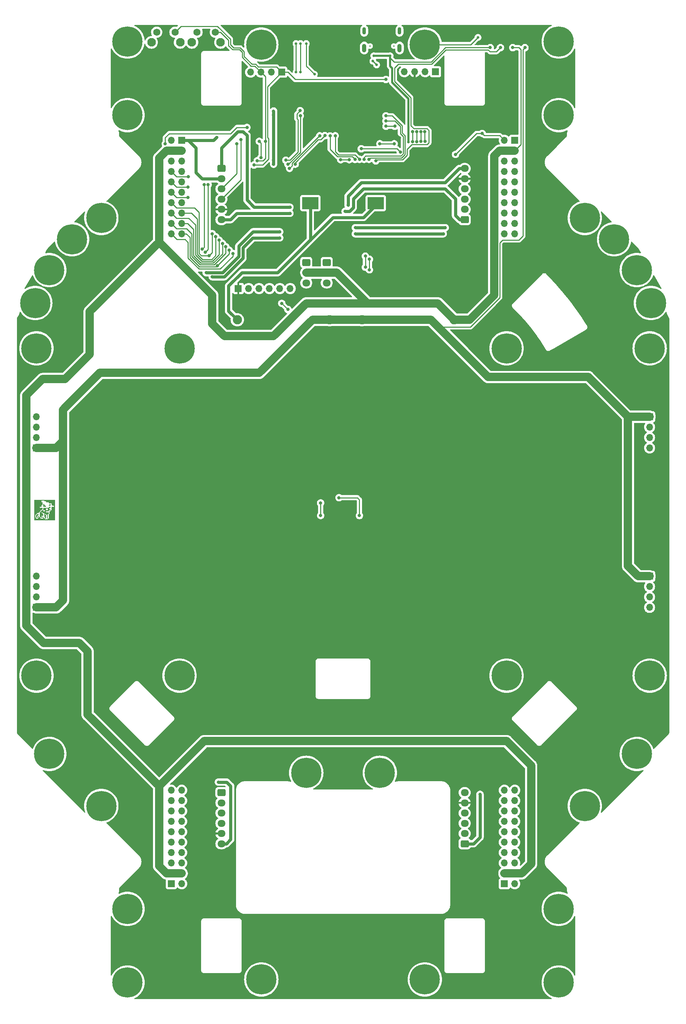
<source format=gtl>
%TF.GenerationSoftware,KiCad,Pcbnew,7.0.10*%
%TF.CreationDate,2024-01-17T11:14:48+01:00*%
%TF.ProjectId,Edurob,45647572-6f62-42e6-9b69-6361645f7063,rev?*%
%TF.SameCoordinates,Original*%
%TF.FileFunction,Copper,L1,Top*%
%TF.FilePolarity,Positive*%
%FSLAX46Y46*%
G04 Gerber Fmt 4.6, Leading zero omitted, Abs format (unit mm)*
G04 Created by KiCad (PCBNEW 7.0.10) date 2024-01-17 11:14:48*
%MOMM*%
%LPD*%
G01*
G04 APERTURE LIST*
G04 Aperture macros list*
%AMRoundRect*
0 Rectangle with rounded corners*
0 $1 Rounding radius*
0 $2 $3 $4 $5 $6 $7 $8 $9 X,Y pos of 4 corners*
0 Add a 4 corners polygon primitive as box body*
4,1,4,$2,$3,$4,$5,$6,$7,$8,$9,$2,$3,0*
0 Add four circle primitives for the rounded corners*
1,1,$1+$1,$2,$3*
1,1,$1+$1,$4,$5*
1,1,$1+$1,$6,$7*
1,1,$1+$1,$8,$9*
0 Add four rect primitives between the rounded corners*
20,1,$1+$1,$2,$3,$4,$5,0*
20,1,$1+$1,$4,$5,$6,$7,0*
20,1,$1+$1,$6,$7,$8,$9,0*
20,1,$1+$1,$8,$9,$2,$3,0*%
G04 Aperture macros list end*
%TA.AperFunction,ComponentPad*%
%ADD10R,1.700000X1.700000*%
%TD*%
%TA.AperFunction,ComponentPad*%
%ADD11O,1.700000X1.700000*%
%TD*%
%TA.AperFunction,ComponentPad*%
%ADD12C,7.400000*%
%TD*%
%TA.AperFunction,ComponentPad*%
%ADD13RoundRect,0.250000X-0.725000X0.600000X-0.725000X-0.600000X0.725000X-0.600000X0.725000X0.600000X0*%
%TD*%
%TA.AperFunction,ComponentPad*%
%ADD14O,1.950000X1.700000*%
%TD*%
%TA.AperFunction,ComponentPad*%
%ADD15C,2.100000*%
%TD*%
%TA.AperFunction,ComponentPad*%
%ADD16C,1.750000*%
%TD*%
%TA.AperFunction,ComponentPad*%
%ADD17C,2.250000*%
%TD*%
%TA.AperFunction,ComponentPad*%
%ADD18O,1.050000X2.100000*%
%TD*%
%TA.AperFunction,ComponentPad*%
%ADD19O,0.900000X1.800000*%
%TD*%
%TA.AperFunction,ComponentPad*%
%ADD20RoundRect,0.250000X0.725000X-0.600000X0.725000X0.600000X-0.725000X0.600000X-0.725000X-0.600000X0*%
%TD*%
%TA.AperFunction,ViaPad*%
%ADD21C,0.800000*%
%TD*%
%TA.AperFunction,ViaPad*%
%ADD22C,0.650000*%
%TD*%
%TA.AperFunction,Conductor*%
%ADD23C,0.250000*%
%TD*%
%TA.AperFunction,Conductor*%
%ADD24C,0.800000*%
%TD*%
%TA.AperFunction,Conductor*%
%ADD25C,2.000000*%
%TD*%
%TA.AperFunction,Conductor*%
%ADD26C,0.500000*%
%TD*%
%ADD27C,0.350000*%
%ADD28O,0.600000X1.700000*%
%ADD29O,0.600000X1.400000*%
G04 APERTURE END LIST*
%TA.AperFunction,EtchedComponent*%
%TO.C,LOGO1*%
G36*
X128442823Y-148505000D02*
G01*
X128002737Y-148505000D01*
X128002737Y-148285000D01*
X128222780Y-148285000D01*
X128222780Y-148065000D01*
X128442823Y-148065000D01*
X128442823Y-148505000D01*
G37*
%TD.AperFunction*%
%TA.AperFunction,EtchedComponent*%
G36*
X126902520Y-148285000D02*
G01*
X127122563Y-148285000D01*
X127122563Y-148505000D01*
X127342607Y-148505000D01*
X127342607Y-148725000D01*
X126682477Y-148725000D01*
X126682477Y-148065000D01*
X126902520Y-148065000D01*
X126902520Y-148285000D01*
G37*
%TD.AperFunction*%
%TA.AperFunction,EtchedComponent*%
G36*
X125582260Y-150920000D02*
G01*
X125582260Y-151140000D01*
X125362217Y-151140000D01*
X125362217Y-151360000D01*
X124922130Y-151360000D01*
X124922130Y-151140000D01*
X124922130Y-150700000D01*
X125142173Y-150700000D01*
X125142173Y-150480000D01*
X125582260Y-150480000D01*
X125582260Y-150700000D01*
X125362217Y-150700000D01*
X125362217Y-150920000D01*
X125142173Y-150920000D01*
X125142173Y-151140000D01*
X125362217Y-151140000D01*
X125362217Y-150920000D01*
X125582260Y-150920000D01*
G37*
%TD.AperFunction*%
%TA.AperFunction,EtchedComponent*%
G36*
X128442823Y-148940000D02*
G01*
X128222780Y-148940000D01*
X128222780Y-149380000D01*
X128442823Y-149380000D01*
X128442823Y-149600000D01*
X128002737Y-149600000D01*
X128002737Y-149820000D01*
X127342607Y-149820000D01*
X127342607Y-150040000D01*
X128002737Y-150040000D01*
X128002737Y-150480000D01*
X127782693Y-150480000D01*
X127782693Y-151580000D01*
X127562650Y-151580000D01*
X127562650Y-150700000D01*
X127342607Y-150700000D01*
X127342607Y-151580000D01*
X127122563Y-151580000D01*
X127122563Y-151140000D01*
X126902520Y-151140000D01*
X126902520Y-150700000D01*
X127122563Y-150700000D01*
X127342607Y-150700000D01*
X127342607Y-150480000D01*
X127122563Y-150480000D01*
X127122563Y-150700000D01*
X126902520Y-150700000D01*
X126902520Y-150260000D01*
X126462433Y-150260000D01*
X126462433Y-150480000D01*
X126682477Y-150480000D01*
X126682477Y-150920000D01*
X126242390Y-150920000D01*
X126242390Y-151140000D01*
X126682477Y-151140000D01*
X126682477Y-151360000D01*
X126022347Y-151360000D01*
X126022347Y-151140000D01*
X125802303Y-151140000D01*
X125802303Y-150260000D01*
X126242390Y-150260000D01*
X126462433Y-150260000D01*
X126462433Y-150040000D01*
X126242390Y-150040000D01*
X126242390Y-150260000D01*
X125802303Y-150260000D01*
X125802303Y-150040000D01*
X126022347Y-150040000D01*
X126022347Y-149820000D01*
X126242390Y-149820000D01*
X126682477Y-149820000D01*
X127122563Y-149820000D01*
X127122563Y-149600000D01*
X127342607Y-149600000D01*
X127782693Y-149600000D01*
X127782693Y-149160000D01*
X127342607Y-149160000D01*
X127342607Y-149600000D01*
X127122563Y-149600000D01*
X126682477Y-149600000D01*
X126682477Y-149820000D01*
X126242390Y-149820000D01*
X126242390Y-149600000D01*
X126682477Y-149600000D01*
X126682477Y-148940000D01*
X128002737Y-148940000D01*
X128002737Y-148725000D01*
X128442823Y-148725000D01*
X128442823Y-148940000D01*
G37*
%TD.AperFunction*%
%TA.AperFunction,EtchedComponent*%
G36*
X129500000Y-152000000D02*
G01*
X124497047Y-152000000D01*
X124497047Y-151360000D01*
X124702087Y-151360000D01*
X124922130Y-151360000D01*
X124922130Y-151580000D01*
X125362217Y-151580000D01*
X125362217Y-151360000D01*
X125582260Y-151360000D01*
X125582260Y-151140000D01*
X125802303Y-151140000D01*
X125802303Y-151360000D01*
X126022347Y-151360000D01*
X126022347Y-151580000D01*
X126682477Y-151580000D01*
X126682477Y-151360000D01*
X126902520Y-151360000D01*
X126902520Y-151580000D01*
X127122563Y-151580000D01*
X127122563Y-151800000D01*
X127782693Y-151800000D01*
X127782693Y-151580000D01*
X128002737Y-151580000D01*
X128002737Y-150480000D01*
X128222780Y-150480000D01*
X128222780Y-149820000D01*
X128442823Y-149820000D01*
X128442823Y-149600000D01*
X128662867Y-149600000D01*
X128662867Y-148725000D01*
X129317996Y-148725000D01*
X129317996Y-148505000D01*
X128882910Y-148505000D01*
X128882910Y-148285000D01*
X128662867Y-148285000D01*
X128662867Y-147845000D01*
X128002737Y-147845000D01*
X128002737Y-147625000D01*
X127342607Y-147625000D01*
X127342607Y-147405000D01*
X126902520Y-147405000D01*
X126902520Y-147185000D01*
X126242390Y-147185000D01*
X126242390Y-147625000D01*
X126462433Y-147625000D01*
X126462433Y-148285000D01*
X126242390Y-148285000D01*
X126242390Y-148725000D01*
X125802303Y-148725000D01*
X125802303Y-148940000D01*
X126462433Y-148940000D01*
X126462433Y-149380000D01*
X126242390Y-149380000D01*
X126242390Y-149600000D01*
X126022347Y-149600000D01*
X126022347Y-149820000D01*
X125802303Y-149820000D01*
X125802303Y-150040000D01*
X125582260Y-150040000D01*
X125582260Y-150260000D01*
X125142173Y-150260000D01*
X125142173Y-150480000D01*
X124922130Y-150480000D01*
X124922130Y-150700000D01*
X124702087Y-150700000D01*
X124702087Y-151360000D01*
X124497047Y-151360000D01*
X124497047Y-147000000D01*
X129500000Y-147000000D01*
X129500000Y-152000000D01*
G37*
%TD.AperFunction*%
%TD*%
D10*
%TO.P,J6,1,Pin_1*%
%TO.N,VBATT*%
X125000000Y-173300000D03*
D11*
%TO.P,J6,2,Pin_2*%
%TO.N,unconnected-(J6-Pin_2-Pad2)*%
X125000000Y-170760000D03*
%TO.P,J6,3,Pin_3*%
%TO.N,unconnected-(J6-Pin_3-Pad3)*%
X125000000Y-168220000D03*
%TO.P,J6,4,Pin_4*%
%TO.N,GND*%
X125000000Y-165680000D03*
%TD*%
D10*
%TO.P,J11,1,Pin_1*%
%TO.N,VBATT*%
X125000000Y-134300000D03*
D11*
%TO.P,J11,2,Pin_2*%
%TO.N,unconnected-(J11-Pin_2-Pad2)*%
X125000000Y-131760000D03*
%TO.P,J11,3,Pin_3*%
%TO.N,unconnected-(J11-Pin_3-Pad3)*%
X125000000Y-129220000D03*
%TO.P,J11,4,Pin_4*%
%TO.N,GND*%
X125000000Y-126680000D03*
%TD*%
D10*
%TO.P,J16,1,Pin_1*%
%TO.N,GND*%
X160540000Y-59140000D03*
D11*
%TO.P,J16,2,Pin_2*%
X158000000Y-59140000D03*
%TO.P,J16,3,Pin_3*%
%TO.N,VLOG+5V*%
X160540000Y-61680000D03*
%TO.P,J16,4,Pin_4*%
X158000000Y-61680000D03*
%TO.P,J16,5,Pin_5*%
%TO.N,VSENS1+3V3*%
X160540000Y-64220000D03*
%TO.P,J16,6,Pin_6*%
X158000000Y-64220000D03*
%TO.P,J16,7,Pin_7*%
%TO.N,UART0_RXD*%
X160540000Y-66760000D03*
%TO.P,J16,8,Pin_8*%
%TO.N,UART0_TXD*%
X158000000Y-66760000D03*
%TO.P,J16,9,Pin_9*%
%TO.N,DXL_TXD*%
X160540000Y-69300000D03*
%TO.P,J16,10,Pin_10*%
%TO.N,DXL_RXD*%
X158000000Y-69300000D03*
%TO.P,J16,11,Pin_11*%
%TO.N,DXL_TXEN*%
X160540000Y-71840000D03*
%TO.P,J16,12,Pin_12*%
%TO.N,I2C_SDA*%
X158000000Y-71840000D03*
%TO.P,J16,13,Pin_13*%
%TO.N,I2C_SCL*%
X160540000Y-74380000D03*
%TO.P,J16,14,Pin_14*%
%TO.N,IMU_INT1*%
X158000000Y-74380000D03*
%TO.P,J16,15,Pin_15*%
%TO.N,SPI_MISO*%
X160540000Y-76920000D03*
%TO.P,J16,16,Pin_16*%
%TO.N,SPI_SCK*%
X158000000Y-76920000D03*
%TO.P,J16,17,Pin_17*%
%TO.N,SPI_MOSI*%
X160540000Y-79460000D03*
%TO.P,J16,18,Pin_18*%
%TO.N,SPI_CS0*%
X158000000Y-79460000D03*
%TO.P,J16,19,Pin_19*%
%TO.N,IMU_INT2*%
X160540000Y-82000000D03*
%TO.P,J16,20,Pin_20*%
%TO.N,MOT_STBY*%
X158000000Y-82000000D03*
%TD*%
D10*
%TO.P,J15,1,Pin_1*%
%TO.N,GND*%
X242000000Y-59140000D03*
D11*
%TO.P,J15,2,Pin_2*%
X239460000Y-59140000D03*
%TO.P,J15,3,Pin_3*%
%TO.N,VLOG+5V*%
X242000000Y-61680000D03*
%TO.P,J15,4,Pin_4*%
X239460000Y-61680000D03*
%TO.P,J15,5,Pin_5*%
%TO.N,EX_IO0*%
X242000000Y-64220000D03*
%TO.P,J15,6,Pin_6*%
%TO.N,EX_IO1*%
X239460000Y-64220000D03*
%TO.P,J15,7,Pin_7*%
%TO.N,EX_IO2*%
X242000000Y-66760000D03*
%TO.P,J15,8,Pin_8*%
%TO.N,EX_IO3*%
X239460000Y-66760000D03*
%TO.P,J15,9,Pin_9*%
%TO.N,EX_IO4*%
X242000000Y-69300000D03*
%TO.P,J15,10,Pin_10*%
%TO.N,EX_IO5*%
X239460000Y-69300000D03*
%TO.P,J15,11,Pin_11*%
%TO.N,EX_IO6*%
X242000000Y-71840000D03*
%TO.P,J15,12,Pin_12*%
%TO.N,EX_IO7*%
X239460000Y-71840000D03*
%TO.P,J15,13,Pin_13*%
%TO.N,EX_IO8*%
X242000000Y-74380000D03*
%TO.P,J15,14,Pin_14*%
%TO.N,EX_IO9*%
X239460000Y-74380000D03*
%TO.P,J15,15,Pin_15*%
%TO.N,EX_IO10*%
X242000000Y-76920000D03*
%TO.P,J15,16,Pin_16*%
%TO.N,EX_IO11*%
X239460000Y-76920000D03*
%TO.P,J15,17,Pin_17*%
%TO.N,EX_IO12*%
X242000000Y-79460000D03*
%TO.P,J15,18,Pin_18*%
%TO.N,EX_IO13*%
X239460000Y-79460000D03*
%TO.P,J15,19,Pin_19*%
%TO.N,EX_IO14*%
X242000000Y-82000000D03*
%TO.P,J15,20,Pin_20*%
%TO.N,EX_IO15*%
X239460000Y-82000000D03*
%TD*%
D10*
%TO.P,J17,1,Pin_1*%
%TO.N,GND*%
X158000000Y-240860000D03*
D11*
%TO.P,J17,2,Pin_2*%
X160540000Y-240860000D03*
%TO.P,J17,3,Pin_3*%
%TO.N,VLOG+5V*%
X158000000Y-238320000D03*
%TO.P,J17,4,Pin_4*%
X160540000Y-238320000D03*
%TO.P,J17,5,Pin_5*%
%TO.N,VSENS2+3V3*%
X158000000Y-235780000D03*
%TO.P,J17,6,Pin_6*%
X160540000Y-235780000D03*
%TO.P,J17,7,Pin_7*%
%TO.N,UART0_RXD*%
X158000000Y-233240000D03*
%TO.P,J17,8,Pin_8*%
%TO.N,UART0_TXD*%
X160540000Y-233240000D03*
%TO.P,J17,9,Pin_9*%
%TO.N,DXL_TXD*%
X158000000Y-230700000D03*
%TO.P,J17,10,Pin_10*%
%TO.N,DXL_RXD*%
X160540000Y-230700000D03*
%TO.P,J17,11,Pin_11*%
%TO.N,DXL_TXEN*%
X158000000Y-228160000D03*
%TO.P,J17,12,Pin_12*%
%TO.N,I2C_SDA*%
X160540000Y-228160000D03*
%TO.P,J17,13,Pin_13*%
%TO.N,I2C_SCL*%
X158000000Y-225620000D03*
%TO.P,J17,14,Pin_14*%
%TO.N,IMU_INT1*%
X160540000Y-225620000D03*
%TO.P,J17,15,Pin_15*%
%TO.N,SPI_MISO*%
X158000000Y-223080000D03*
%TO.P,J17,16,Pin_16*%
%TO.N,SPI_SCK*%
X160540000Y-223080000D03*
%TO.P,J17,17,Pin_17*%
%TO.N,SPI_MOSI*%
X158000000Y-220540000D03*
%TO.P,J17,18,Pin_18*%
%TO.N,SPI_CS0*%
X160540000Y-220540000D03*
%TO.P,J17,19,Pin_19*%
%TO.N,IMU_INT2*%
X158000000Y-218000000D03*
%TO.P,J17,20,Pin_20*%
%TO.N,MOT_STBY*%
X160540000Y-218000000D03*
%TD*%
D10*
%TO.P,J18,1,Pin_1*%
%TO.N,GND*%
X239460000Y-240860000D03*
D11*
%TO.P,J18,2,Pin_2*%
X242000000Y-240860000D03*
%TO.P,J18,3,Pin_3*%
%TO.N,VLOG+5V*%
X239460000Y-238320000D03*
%TO.P,J18,4,Pin_4*%
X242000000Y-238320000D03*
%TO.P,J18,5,Pin_5*%
%TO.N,EX_IO0*%
X239460000Y-235780000D03*
%TO.P,J18,6,Pin_6*%
%TO.N,EX_IO1*%
X242000000Y-235780000D03*
%TO.P,J18,7,Pin_7*%
%TO.N,EX_IO2*%
X239460000Y-233240000D03*
%TO.P,J18,8,Pin_8*%
%TO.N,EX_IO3*%
X242000000Y-233240000D03*
%TO.P,J18,9,Pin_9*%
%TO.N,EX_IO4*%
X239460000Y-230700000D03*
%TO.P,J18,10,Pin_10*%
%TO.N,EX_IO5*%
X242000000Y-230700000D03*
%TO.P,J18,11,Pin_11*%
%TO.N,EX_IO6*%
X239460000Y-228160000D03*
%TO.P,J18,12,Pin_12*%
%TO.N,EX_IO7*%
X242000000Y-228160000D03*
%TO.P,J18,13,Pin_13*%
%TO.N,EX_IO8*%
X239460000Y-225620000D03*
%TO.P,J18,14,Pin_14*%
%TO.N,EX_IO9*%
X242000000Y-225620000D03*
%TO.P,J18,15,Pin_15*%
%TO.N,EX_IO10*%
X239460000Y-223080000D03*
%TO.P,J18,16,Pin_16*%
%TO.N,EX_IO11*%
X242000000Y-223080000D03*
%TO.P,J18,17,Pin_17*%
%TO.N,EX_IO12*%
X239460000Y-220540000D03*
%TO.P,J18,18,Pin_18*%
%TO.N,EX_IO13*%
X242000000Y-220540000D03*
%TO.P,J18,19,Pin_19*%
%TO.N,EX_IO14*%
X239460000Y-218000000D03*
%TO.P,J18,20,Pin_20*%
%TO.N,EX_IO15*%
X242000000Y-218000000D03*
%TD*%
D12*
%TO.P,H22,1,1*%
%TO.N,GND*%
X147250000Y-247000000D03*
%TD*%
D13*
%TO.P,J8,1,Pin_1*%
%TO.N,MOT_OA+*%
X170250000Y-66040000D03*
D14*
%TO.P,J8,2,Pin_2*%
%TO.N,GND*%
X170250000Y-68540000D03*
%TO.P,J8,3,Pin_3*%
%TO.N,MOT_A_ENCB*%
X170250000Y-71040000D03*
%TO.P,J8,4,Pin_4*%
%TO.N,MOT_A_ENCA*%
X170250000Y-73540000D03*
%TO.P,J8,5,Pin_5*%
%TO.N,VLOG+3V3*%
X170250000Y-76040000D03*
%TO.P,J8,6,Pin_6*%
%TO.N,MOT_OA-*%
X170250000Y-78540000D03*
%TD*%
D12*
%TO.P,H10,1,1*%
%TO.N,GND*%
X275297577Y-98919229D03*
%TD*%
D15*
%TO.P,SW1,*%
%TO.N,*%
X170025000Y-35206240D03*
X163015000Y-35206240D03*
D16*
%TO.P,SW1,1,1*%
%TO.N,EspBoot*%
X168775000Y-32716240D03*
%TO.P,SW1,2,2*%
%TO.N,GND*%
X164275000Y-32716240D03*
%TD*%
D12*
%TO.P,H21,1,1*%
%TO.N,GND*%
X140869165Y-221858757D03*
%TD*%
%TO.P,H40,1,1*%
%TO.N,GND*%
X147250000Y-53000000D03*
%TD*%
D17*
%TO.P,F1,1,1*%
%TO.N,VBATT*%
X204600000Y-103000000D03*
%TO.P,F1,2,2*%
%TO.N,VLOG+5V*%
X227200000Y-103000000D03*
%TD*%
D12*
%TO.P,H38,1,1*%
%TO.N,GND*%
X180000000Y-35750000D03*
%TD*%
%TO.P,H5,1,1*%
%TO.N,GND*%
X252750000Y-35000000D03*
%TD*%
%TO.P,H4,1,1*%
%TO.N,GND*%
X252750000Y-53000000D03*
%TD*%
D13*
%TO.P,J10,1,Pin_1*%
%TO.N,GND*%
X196000000Y-89000000D03*
D14*
%TO.P,J10,2,Pin_2*%
%TO.N,VLOG+5V*%
X196000000Y-91500000D03*
%TO.P,J10,3,Pin_3*%
%TO.N,DXL_DATA*%
X196000000Y-94000000D03*
%TD*%
D10*
%TO.P,J2,1,Pin_1*%
%TO.N,VBATT*%
X274975000Y-165700000D03*
D11*
%TO.P,J2,2,Pin_2*%
%TO.N,unconnected-(J2-Pin_2-Pad2)*%
X274975000Y-168240000D03*
%TO.P,J2,3,Pin_3*%
%TO.N,unconnected-(J2-Pin_3-Pad3)*%
X274975000Y-170780000D03*
%TO.P,J2,4,Pin_4*%
%TO.N,GND*%
X274975000Y-173320000D03*
%TD*%
D12*
%TO.P,H39,1,1*%
%TO.N,GND*%
X147250000Y-35000000D03*
%TD*%
D10*
%TO.P,J3,1,Pin_1*%
%TO.N,VBATT*%
X274975000Y-126700000D03*
D11*
%TO.P,J3,2,Pin_2*%
%TO.N,unconnected-(J3-Pin_2-Pad2)*%
X274975000Y-129240000D03*
%TO.P,J3,3,Pin_3*%
%TO.N,unconnected-(J3-Pin_3-Pad3)*%
X274975000Y-131780000D03*
%TO.P,J3,4,Pin_4*%
%TO.N,GND*%
X274975000Y-134320000D03*
%TD*%
D12*
%TO.P,H19,1,1*%
%TO.N,GND*%
X160000000Y-110000000D03*
%TD*%
D13*
%TO.P,J12,1,Pin_1*%
%TO.N,MOT_OB+*%
X170250000Y-218576349D03*
D14*
%TO.P,J12,2,Pin_2*%
%TO.N,GND*%
X170250000Y-221076349D03*
%TO.P,J12,3,Pin_3*%
%TO.N,MOT_B_ENCB*%
X170250000Y-223576349D03*
%TO.P,J12,4,Pin_4*%
%TO.N,MOT_B_ENCA*%
X170250000Y-226076349D03*
%TO.P,J12,5,Pin_5*%
%TO.N,VLOG+3V3*%
X170250000Y-228576349D03*
%TO.P,J12,6,Pin_6*%
%TO.N,MOT_OB-*%
X170250000Y-231076349D03*
%TD*%
D12*
%TO.P,H15,1,1*%
%TO.N,GND*%
X275000000Y-190000000D03*
%TD*%
%TO.P,H24,1,1*%
%TO.N,GND*%
X180000000Y-264250000D03*
%TD*%
%TO.P,H3,1,1*%
%TO.N,GND*%
X259130835Y-78141243D03*
%TD*%
%TO.P,H18,1,1*%
%TO.N,GND*%
X209000000Y-213750000D03*
%TD*%
%TO.P,H34,1,1*%
%TO.N,GND*%
X124702423Y-98919229D03*
%TD*%
%TO.P,H33,1,1*%
%TO.N,GND*%
X128141243Y-90869165D03*
%TD*%
%TO.P,H20,1,1*%
%TO.N,GND*%
X160000000Y-190000000D03*
%TD*%
%TO.P,H30,1,1*%
%TO.N,GND*%
X128141243Y-209130835D03*
%TD*%
%TO.P,H8,1,1*%
%TO.N,GND*%
X252750000Y-247000000D03*
%TD*%
%TO.P,H32,1,1*%
%TO.N,GND*%
X133702423Y-83330771D03*
%TD*%
%TO.P,H16,1,1*%
%TO.N,GND*%
X220000000Y-264250000D03*
%TD*%
D10*
%TO.P,J5,1,Pin_1*%
%TO.N,EspEn*%
X185000000Y-42500000D03*
D11*
%TO.P,J5,2,Pin_2*%
%TO.N,GND*%
X182460000Y-42500000D03*
%TO.P,J5,3,Pin_3*%
%TO.N,EspBoot*%
X179920000Y-42500000D03*
%TO.P,J5,4,Pin_4*%
%TO.N,GND*%
X177380000Y-42500000D03*
%TD*%
D12*
%TO.P,H9,1,1*%
%TO.N,GND*%
X252750000Y-265000000D03*
%TD*%
D18*
%TO.P,J4,SH1,SHIELD*%
%TO.N,unconnected-(J4-SHIELD-PadSH1)*%
X205177987Y-36594388D03*
%TO.P,J4,SH2,SHIELD__1*%
%TO.N,unconnected-(J4-SHIELD__1-PadSH2)*%
X213817987Y-36594388D03*
D19*
%TO.P,J4,SH3,SHIELD__2*%
%TO.N,unconnected-(J4-SHIELD__2-PadSH3)*%
X205177987Y-32414388D03*
%TO.P,J4,SH4,SHIELD__3*%
%TO.N,unconnected-(J4-SHIELD__3-PadSH4)*%
X213817987Y-32414388D03*
%TD*%
D15*
%TO.P,SW2,*%
%TO.N,*%
X160150000Y-35206240D03*
X153140000Y-35206240D03*
D16*
%TO.P,SW2,1,1*%
%TO.N,EspEn*%
X158900000Y-32716240D03*
%TO.P,SW2,2,2*%
%TO.N,GND*%
X154400000Y-32716240D03*
%TD*%
D12*
%TO.P,H7,1,1*%
%TO.N,GND*%
X259130835Y-221858757D03*
%TD*%
%TO.P,H36,1,1*%
%TO.N,GND*%
X220000000Y-35750000D03*
%TD*%
%TO.P,H2,1,1*%
%TO.N,GND*%
X266297577Y-83330771D03*
%TD*%
%TO.P,H11,1,1*%
%TO.N,GND*%
X240000000Y-110000000D03*
%TD*%
D20*
%TO.P,J14,1,Pin_1*%
%TO.N,MOT_OD+*%
X229750000Y-78540000D03*
D14*
%TO.P,J14,2,Pin_2*%
%TO.N,GND*%
X229750000Y-76040000D03*
%TO.P,J14,3,Pin_3*%
%TO.N,MOT_D_ENCB*%
X229750000Y-73540000D03*
%TO.P,J14,4,Pin_4*%
%TO.N,MOT_D_ENCA*%
X229750000Y-71040000D03*
%TO.P,J14,5,Pin_5*%
%TO.N,VLOG+3V3*%
X229750000Y-68540000D03*
%TO.P,J14,6,Pin_6*%
%TO.N,MOT_OD-*%
X229750000Y-66040000D03*
%TD*%
D12*
%TO.P,H6,1,1*%
%TO.N,GND*%
X271858757Y-209130835D03*
%TD*%
%TO.P,H17,1,1*%
%TO.N,GND*%
X191000000Y-213750000D03*
%TD*%
D17*
%TO.P,F2,1,1*%
%TO.N,VBATT*%
X196720000Y-103000000D03*
%TO.P,F2,2,2*%
%TO.N,VMOT+5V*%
X174120000Y-103000000D03*
%TD*%
D10*
%TO.P,J7,1,Pin_1*%
%TO.N,VLOG+3V3*%
X174371219Y-95365539D03*
D11*
%TO.P,J7,2,Pin_2*%
%TO.N,UART0_TXD*%
X176911219Y-95365539D03*
%TO.P,J7,3,Pin_3*%
%TO.N,UART0_RXD*%
X179451219Y-95365539D03*
%TO.P,J7,4,Pin_4*%
%TO.N,EspBoot*%
X181991219Y-95365539D03*
%TO.P,J7,5,Pin_5*%
%TO.N,EspEn*%
X184531219Y-95365539D03*
%TO.P,J7,6,Pin_6*%
%TO.N,GND*%
X187071219Y-95365539D03*
%TD*%
D12*
%TO.P,H35,1,1*%
%TO.N,GND*%
X125000000Y-110000000D03*
%TD*%
%TO.P,H29,1,1*%
%TO.N,GND*%
X125000000Y-190000000D03*
%TD*%
D10*
%TO.P,J1,1,Pin_1*%
%TO.N,SDA*%
X222620000Y-42380000D03*
D11*
%TO.P,J1,2,Pin_2*%
%TO.N,SCL*%
X220080000Y-42380000D03*
%TO.P,J1,3,Pin_3*%
%TO.N,VLOG+3V3*%
X217540000Y-42380000D03*
%TO.P,J1,4,Pin_4*%
%TO.N,GND*%
X215000000Y-42380000D03*
%TD*%
D20*
%TO.P,J13,1,Pin_1*%
%TO.N,MOT_OC+*%
X229750000Y-231076349D03*
D14*
%TO.P,J13,2,Pin_2*%
%TO.N,GND*%
X229750000Y-228576349D03*
%TO.P,J13,3,Pin_3*%
%TO.N,MOT_C_ENCB*%
X229750000Y-226076349D03*
%TO.P,J13,4,Pin_4*%
%TO.N,MOT_C_ENCA*%
X229750000Y-223576349D03*
%TO.P,J13,5,Pin_5*%
%TO.N,VLOG+3V3*%
X229750000Y-221076349D03*
%TO.P,J13,6,Pin_6*%
%TO.N,MOT_OC-*%
X229750000Y-218576349D03*
%TD*%
D12*
%TO.P,H41,1,1*%
%TO.N,GND*%
X275000000Y-110000000D03*
%TD*%
%TO.P,H12,1,1*%
%TO.N,GND*%
X240000000Y-190000000D03*
%TD*%
D13*
%TO.P,J9,1,Pin_1*%
%TO.N,GND*%
X191000000Y-89000000D03*
D14*
%TO.P,J9,2,Pin_2*%
%TO.N,VLOG+5V*%
X191000000Y-91500000D03*
%TO.P,J9,3,Pin_3*%
%TO.N,DXL_DATA*%
X191000000Y-94000000D03*
%TD*%
D12*
%TO.P,H23,1,1*%
%TO.N,GND*%
X147250000Y-265000000D03*
%TD*%
%TO.P,H1,1,1*%
%TO.N,GND*%
X271858757Y-90869165D03*
%TD*%
%TO.P,H31,1,1*%
%TO.N,GND*%
X140869165Y-78141243D03*
%TD*%
D21*
%TO.N,GND*%
X234027879Y-57470280D03*
X183000000Y-53000000D03*
X227500000Y-62599062D03*
X183000000Y-65000000D03*
D22*
X233000000Y-34000000D03*
D21*
X183000000Y-52000000D03*
X183000000Y-64000000D03*
D22*
X169049531Y-58420750D03*
D21*
%TO.N,IMU_INT1*%
X199000000Y-146500000D03*
X204000000Y-150864395D03*
X168012653Y-81987347D03*
X167194011Y-87357862D03*
%TO.N,VLOG+3V3*%
X233000000Y-35500000D03*
D22*
X175287873Y-33342420D03*
D21*
X213817574Y-58561730D03*
X225000000Y-57000000D03*
X181663475Y-72420750D03*
X197677831Y-72429558D03*
X227537398Y-60000000D03*
X197494844Y-64618798D03*
D22*
X215627287Y-93459089D03*
D21*
X201811617Y-85491964D03*
X214000000Y-68111520D03*
X211499700Y-141928855D03*
D22*
X214127287Y-93459089D03*
D21*
X195856021Y-147773908D03*
X198027943Y-153706365D03*
X226465021Y-56150153D03*
X204118403Y-92093621D03*
X201048381Y-153709562D03*
X210466731Y-43008260D03*
%TO.N,IMU_INT2*%
X194515982Y-150861312D03*
X194500000Y-147775459D03*
X169267806Y-89791825D03*
X172128360Y-85973866D03*
%TO.N,VLOG+5V*%
X241500000Y-36500000D03*
%TO.N,EspEn*%
X210466017Y-44281315D03*
X178194633Y-65194633D03*
D22*
%TO.N,VSENS1+3V3*%
X188500000Y-35500000D03*
X188500000Y-42500000D03*
D21*
%TO.N,VSENS2+3V3*%
X156500000Y-60000000D03*
D22*
X189568586Y-42500000D03*
D21*
X176500000Y-56000000D03*
D22*
X189566041Y-35500000D03*
D21*
%TO.N,EspBoot*%
X181000000Y-59400000D03*
X179000000Y-64129335D03*
%TO.N,VMOT+5V*%
X209000000Y-74000000D03*
X208000000Y-74000000D03*
X191000000Y-75000000D03*
X192000000Y-75000000D03*
X209000000Y-75000000D03*
X208000000Y-75000000D03*
X208000000Y-64175000D03*
X238500000Y-36500000D03*
X191000000Y-74000000D03*
X193000000Y-75000000D03*
X207000000Y-75000000D03*
X193000000Y-74000000D03*
X192000000Y-74000000D03*
X207000000Y-74000000D03*
D22*
%TO.N,VUSB*%
X216000000Y-59555636D03*
X207500000Y-38500000D03*
X211500000Y-38500000D03*
D21*
X236000000Y-36500000D03*
%TO.N,VBATT*%
X244500000Y-36500000D03*
%TO.N,MOT_A_DIR*%
X188288793Y-65009305D03*
X195555000Y-58000000D03*
%TO.N,MOT_OA+*%
X187000000Y-75500000D03*
%TO.N,MOT_OA-*%
X187000000Y-77000000D03*
%TO.N,MOT_OB-*%
X169500000Y-216000000D03*
X184500000Y-83000000D03*
X168000000Y-92500000D03*
%TO.N,MOT_OB+*%
X184500000Y-81500000D03*
X166500000Y-91500000D03*
%TO.N,MOT_STBY*%
X173024234Y-86803571D03*
X179500000Y-59400000D03*
X179906249Y-63404335D03*
D22*
X191000000Y-35500000D03*
X193000000Y-43000000D03*
D21*
%TO.N,Net-(IC1-MODE_{slash}_ERR)*%
X201500148Y-63895098D03*
X199410863Y-63895098D03*
%TO.N,MOT_B_DIR*%
X189500000Y-51900000D03*
X186012653Y-64012653D03*
%TO.N,MOT_A_PWM*%
X186500000Y-65000000D03*
X189530200Y-53171707D03*
%TO.N,MOT_B_PWM*%
X186894796Y-66000000D03*
X194285732Y-58044027D03*
%TO.N,MOT_C_DIR*%
X206346189Y-63797186D03*
X210488259Y-53170240D03*
%TO.N,MOT_OC+*%
X225000000Y-80500000D03*
X233500000Y-219000000D03*
X203000000Y-80500000D03*
%TO.N,MOT_OC-*%
X224500000Y-82000000D03*
X203000000Y-82000000D03*
%TO.N,MOT_OD-*%
X201225000Y-75000000D03*
%TO.N,MOT_OD+*%
X200500000Y-76500000D03*
%TO.N,MOT_D_DIR*%
X202925703Y-63832122D03*
X196823889Y-58070444D03*
%TO.N,MOT_C_PWM*%
X198094372Y-58031392D03*
X204029718Y-63797186D03*
%TO.N,MOT_D_PWM*%
X210486791Y-54439094D03*
X205153018Y-63812045D03*
D22*
%TO.N,USB_D-*%
X207290380Y-39790380D03*
X208209620Y-40709620D03*
D21*
%TO.N,UART0_TXD*%
X162102808Y-68016521D03*
%TO.N,MOT_A_ENCB*%
X174000000Y-60000000D03*
%TO.N,MOT_A_ENCA*%
X175000000Y-59000000D03*
%TO.N,MOT_B_ENCB*%
X166000000Y-70000000D03*
X165518005Y-85775702D03*
%TO.N,MOT_B_ENCA*%
X166278799Y-86524106D03*
X167000000Y-70000000D03*
%TO.N,MOT_C_ENCB*%
X218000000Y-57057825D03*
X218000000Y-59450210D03*
%TO.N,MOT_C_ENCA*%
X217000000Y-57074797D03*
X217000000Y-59474542D03*
%TO.N,MOT_D_ENCB*%
X219000000Y-59406391D03*
X219000000Y-57025197D03*
%TO.N,MOT_D_ENCA*%
X220021364Y-59402449D03*
X220000000Y-57055759D03*
%TO.N,DXL_TXD*%
X205452275Y-90161084D03*
X205449929Y-87467549D03*
%TO.N,DXL_RXD*%
X162074346Y-70566893D03*
X206439884Y-90801742D03*
X206438720Y-88230399D03*
%TO.N,DXL_TXEN*%
X212508791Y-60000000D03*
X209000000Y-60000000D03*
%TO.N,I2C_SDA*%
X162049564Y-73111519D03*
X185000000Y-99000000D03*
X212644337Y-55706743D03*
X210501839Y-55708808D03*
X186500000Y-100500000D03*
%TO.N,I2C_SCL*%
X204444075Y-61209873D03*
X214000000Y-62000000D03*
%TO.N,SPI_CS0*%
X171312293Y-85165346D03*
%TO.N,SPI_MOSI*%
X170498159Y-84338239D03*
%TO.N,SPI_SCK*%
X169675699Y-83543659D03*
%TO.N,SPI_MISO*%
X168832720Y-82718684D03*
%TD*%
D23*
%TO.N,GND*%
X234557599Y-58000000D02*
X238320000Y-58000000D01*
X227500000Y-62599062D02*
X232628782Y-57470280D01*
X220000000Y-35750000D02*
X231250000Y-35750000D01*
X232628782Y-57470280D02*
X234027879Y-57470280D01*
D24*
X164000000Y-61000000D02*
X164000000Y-67000000D01*
X162140000Y-59140000D02*
X164000000Y-61000000D01*
X164000000Y-67000000D02*
X165540000Y-68540000D01*
D23*
X234027879Y-57470280D02*
X234557599Y-58000000D01*
D24*
X183000000Y-64000000D02*
X183000000Y-53000000D01*
X160540000Y-59140000D02*
X162140000Y-59140000D01*
X165540000Y-68540000D02*
X170250000Y-68540000D01*
X169049531Y-58420750D02*
X168330281Y-59140000D01*
X183000000Y-65000000D02*
X183000000Y-64000000D01*
X168330281Y-59140000D02*
X160540000Y-59140000D01*
D23*
X231250000Y-35750000D02*
X233000000Y-34000000D01*
X238320000Y-58000000D02*
X239460000Y-59140000D01*
D24*
X183000000Y-53000000D02*
X183000000Y-52000000D01*
D23*
%TO.N,IMU_INT1*%
X165357862Y-87357862D02*
X164793005Y-86793005D01*
X204000000Y-150864395D02*
X204000000Y-147000000D01*
X164793005Y-86793005D02*
X164793005Y-76793005D01*
X163634462Y-75634462D02*
X159254462Y-75634462D01*
X168012653Y-86539220D02*
X168012653Y-81987347D01*
X204000000Y-147000000D02*
X203500000Y-146500000D01*
X167194011Y-87357862D02*
X165357862Y-87357862D01*
X167194011Y-87357862D02*
X168012653Y-86539220D01*
X164793005Y-76793005D02*
X163634462Y-75634462D01*
X203500000Y-146500000D02*
X199000000Y-146500000D01*
X159254462Y-75634462D02*
X158000000Y-74380000D01*
%TO.N,IMU_INT2*%
X164852392Y-90034372D02*
X162543005Y-87724985D01*
X161669120Y-82000000D02*
X160540000Y-82000000D01*
X169267806Y-89791825D02*
X172128360Y-86931271D01*
X162543005Y-82873885D02*
X161669120Y-82000000D01*
X169267806Y-89791825D02*
X169025259Y-90034372D01*
X194500000Y-150845330D02*
X194500000Y-147775459D01*
X169025259Y-90034372D02*
X164852392Y-90034372D01*
X162543005Y-87724985D02*
X162543005Y-82873885D01*
X172128360Y-86931271D02*
X172128360Y-85973866D01*
X194515982Y-150861312D02*
X194500000Y-150845330D01*
D25*
%TO.N,VLOG+5V*%
X155000000Y-236522081D02*
X155000000Y-217000000D01*
X166000000Y-206000000D02*
X155000000Y-217000000D01*
X156797919Y-238320000D02*
X155000000Y-236522081D01*
X231000000Y-103000000D02*
X227200000Y-103000000D01*
X155000000Y-63477919D02*
X155000000Y-83000000D01*
X237000000Y-62937919D02*
X237000000Y-97000000D01*
X223200000Y-99000000D02*
X227200000Y-103000000D01*
X138000000Y-111500000D02*
X138000000Y-101000000D01*
X183000000Y-107000000D02*
X191000000Y-99000000D01*
X246000000Y-236000000D02*
X246000000Y-212000000D01*
X155000000Y-217000000D02*
X137500000Y-199500000D01*
X126500000Y-117500000D02*
X132000000Y-117500000D01*
X156797919Y-61680000D02*
X155000000Y-63477919D01*
X135500000Y-182000000D02*
X126750000Y-182000000D01*
X242000000Y-61680000D02*
X239460000Y-61680000D01*
X240000000Y-206000000D02*
X166000000Y-206000000D01*
X191000000Y-99000000D02*
X206000000Y-99000000D01*
X158000000Y-238320000D02*
X160540000Y-238320000D01*
X196000000Y-91500000D02*
X198500000Y-91500000D01*
X206000000Y-99000000D02*
X223200000Y-99000000D01*
X138000000Y-101000000D02*
X155000000Y-84000000D01*
D23*
X242000000Y-61680000D02*
X243500000Y-60180000D01*
D25*
X158000000Y-238320000D02*
X156797919Y-238320000D01*
X237000000Y-97000000D02*
X231000000Y-103000000D01*
X155000000Y-84000000D02*
X168000000Y-97000000D01*
X239460000Y-61680000D02*
X238257919Y-61680000D01*
D23*
X243000000Y-36500000D02*
X241500000Y-36500000D01*
D25*
X238257919Y-61680000D02*
X237000000Y-62937919D01*
X242000000Y-238320000D02*
X243680000Y-238320000D01*
X158000000Y-61680000D02*
X156797919Y-61680000D01*
X191000000Y-91500000D02*
X196000000Y-91500000D01*
D23*
X243500000Y-37000000D02*
X243000000Y-36500000D01*
D25*
X242000000Y-238320000D02*
X239460000Y-238320000D01*
X158000000Y-61680000D02*
X160540000Y-61680000D01*
X168000000Y-104000000D02*
X171000000Y-107000000D01*
X132000000Y-117500000D02*
X138000000Y-111500000D01*
X155000000Y-84000000D02*
X155000000Y-83000000D01*
X168000000Y-97000000D02*
X168000000Y-104000000D01*
D23*
X243500000Y-60180000D02*
X243500000Y-37000000D01*
D25*
X122500000Y-177750000D02*
X122500000Y-121500000D01*
X137500000Y-199500000D02*
X137500000Y-184000000D01*
X198500000Y-91500000D02*
X206000000Y-99000000D01*
X137500000Y-184000000D02*
X135500000Y-182000000D01*
X126750000Y-182000000D02*
X122500000Y-177750000D01*
X243680000Y-238320000D02*
X246000000Y-236000000D01*
X171000000Y-107000000D02*
X183000000Y-107000000D01*
X122500000Y-121500000D02*
X126500000Y-117500000D01*
X246000000Y-212000000D02*
X240000000Y-206000000D01*
D23*
%TO.N,EspEn*%
X169290781Y-31272733D02*
X160343507Y-31272733D01*
X175775000Y-38638604D02*
X175775000Y-37467832D01*
X175775000Y-37467832D02*
X174857168Y-36550000D01*
X181752872Y-58752872D02*
X181500000Y-58500000D01*
X180305367Y-65194633D02*
X181752872Y-63747128D01*
X186500000Y-42500000D02*
X185000000Y-42500000D01*
X181752872Y-63747128D02*
X181752872Y-58752872D01*
X185000000Y-42500000D02*
X183711999Y-41211999D01*
X210466017Y-44281315D02*
X188281315Y-44281315D01*
X172450000Y-35813604D02*
X172450000Y-34431952D01*
X178194633Y-65194633D02*
X180305367Y-65194633D01*
X173186396Y-36550000D02*
X172450000Y-35813604D01*
X181500000Y-58500000D02*
X181500000Y-46000000D01*
X174857168Y-36550000D02*
X173186396Y-36550000D01*
X179268395Y-41211999D02*
X178606396Y-40550000D01*
X178606396Y-40550000D02*
X177686396Y-40550000D01*
X188281315Y-44281315D02*
X186500000Y-42500000D01*
X177686396Y-40550000D02*
X175775000Y-38638604D01*
X172450000Y-34431952D02*
X169290781Y-31272733D01*
X181500000Y-46000000D02*
X185000000Y-42500000D01*
X183711999Y-41211999D02*
X179268395Y-41211999D01*
X160343507Y-31272733D02*
X158900000Y-32716240D01*
%TO.N,VSENS1+3V3*%
X188500000Y-35500000D02*
X188500000Y-42500000D01*
%TO.N,VSENS2+3V3*%
X156500000Y-58500000D02*
X156500000Y-60000000D01*
X189566041Y-35500000D02*
X189566041Y-42497455D01*
X176500000Y-56000000D02*
X174000000Y-56000000D01*
X189566041Y-42497455D02*
X189568586Y-42500000D01*
X157500000Y-57500000D02*
X156500000Y-58500000D01*
X174000000Y-56000000D02*
X172500000Y-57500000D01*
X172500000Y-57500000D02*
X157500000Y-57500000D01*
%TO.N,EspBoot*%
X178420000Y-41000000D02*
X177500000Y-41000000D01*
X179920000Y-42500000D02*
X178420000Y-41000000D01*
X172000000Y-36000000D02*
X172000000Y-34675738D01*
X172000000Y-34675738D02*
X170040502Y-32716240D01*
X180450751Y-64129335D02*
X179000000Y-64129335D01*
X181000000Y-63580086D02*
X180450751Y-64129335D01*
X173000000Y-37000000D02*
X172000000Y-36000000D01*
X181000000Y-43580000D02*
X179920000Y-42500000D01*
X174670772Y-37000000D02*
X173000000Y-37000000D01*
X181000000Y-59400000D02*
X181000000Y-43580000D01*
X175325000Y-37654228D02*
X174670772Y-37000000D01*
X170040502Y-32716240D02*
X168775000Y-32716240D01*
X177500000Y-41000000D02*
X175325000Y-38825000D01*
X181000000Y-59400000D02*
X181000000Y-63580086D01*
X175325000Y-38825000D02*
X175325000Y-37654228D01*
%TO.N,VMOT+5V*%
X220543163Y-56300197D02*
X217300197Y-56300197D01*
D24*
X189000000Y-86491964D02*
X183991964Y-91500000D01*
D23*
X208000000Y-64175000D02*
X208275000Y-63900000D01*
D24*
X197491964Y-78000000D02*
X205000000Y-78000000D01*
D23*
X235974695Y-37500000D02*
X237500000Y-37500000D01*
X212575000Y-41425000D02*
X213500000Y-40500000D01*
X221000000Y-56757034D02*
X220543163Y-56300197D01*
X225156566Y-37012653D02*
X235487348Y-37012653D01*
D24*
X205000000Y-78000000D02*
X208000000Y-75000000D01*
D23*
X235487348Y-37012653D02*
X235974695Y-37500000D01*
X216575000Y-55575000D02*
X216575000Y-48761827D01*
X216575000Y-48761827D02*
X212575000Y-44761828D01*
D24*
X189000000Y-86491964D02*
X197491964Y-78000000D01*
D23*
X213500000Y-40500000D02*
X221669219Y-40500000D01*
X216800458Y-60199542D02*
X220538734Y-60199542D01*
D24*
X172000000Y-94750000D02*
X172000000Y-100880000D01*
D23*
X237500000Y-37500000D02*
X238500000Y-36500000D01*
X208275000Y-63900000D02*
X214519862Y-63900000D01*
X217300197Y-56300197D02*
X216575000Y-55575000D01*
X215625000Y-62794862D02*
X215625000Y-61375000D01*
D24*
X175250000Y-91500000D02*
X172000000Y-94750000D01*
D23*
X221000000Y-59738276D02*
X221000000Y-56757034D01*
X221669219Y-40500000D02*
X225156566Y-37012653D01*
X220538734Y-60199542D02*
X221000000Y-59738276D01*
D24*
X172000000Y-100880000D02*
X174120000Y-103000000D01*
D23*
X215625000Y-61375000D02*
X216800458Y-60199542D01*
D24*
X192000000Y-83491964D02*
X192000000Y-75000000D01*
X183991964Y-91500000D02*
X175250000Y-91500000D01*
D23*
X214519862Y-63900000D02*
X215625000Y-62794862D01*
X212575000Y-44761828D02*
X212575000Y-41425000D01*
D26*
%TO.N,VUSB*%
X211500000Y-38500000D02*
X211500000Y-41000000D01*
D23*
X221532823Y-40000000D02*
X225032823Y-36500000D01*
X211500000Y-38500000D02*
X211500000Y-39000000D01*
D26*
X207500000Y-38500000D02*
X211500000Y-38500000D01*
X212000000Y-45000000D02*
X216000000Y-49000000D01*
X216000000Y-49000000D02*
X216000000Y-59555636D01*
D23*
X225032823Y-36500000D02*
X236000000Y-36500000D01*
D26*
X211500000Y-41000000D02*
X212000000Y-41500000D01*
X212000000Y-41500000D02*
X212000000Y-45000000D01*
D23*
X211500000Y-39000000D02*
X212500000Y-40000000D01*
X212500000Y-40000000D02*
X221532823Y-40000000D01*
D25*
%TO.N,VBATT*%
X235500000Y-117000000D02*
X260000000Y-117000000D01*
X125000000Y-173300000D02*
X129825000Y-173300000D01*
X272200000Y-165700000D02*
X269700000Y-163200000D01*
X223250000Y-104750000D02*
X221500000Y-103000000D01*
D23*
X238325000Y-97548832D02*
X238325000Y-84175000D01*
D25*
X196720000Y-103000000D02*
X204600000Y-103000000D01*
D23*
X238325000Y-84175000D02*
X239000000Y-83500000D01*
D25*
X129825000Y-134300000D02*
X131500000Y-132625000D01*
D23*
X223250000Y-104750000D02*
X231123832Y-104750000D01*
D25*
X260000000Y-117000000D02*
X269700000Y-126700000D01*
D23*
X244000000Y-82500000D02*
X244000000Y-37000000D01*
X231123832Y-104750000D02*
X238325000Y-97548832D01*
X239000000Y-83500000D02*
X243000000Y-83500000D01*
X243000000Y-83500000D02*
X244000000Y-82500000D01*
D25*
X131500000Y-132625000D02*
X131500000Y-125000000D01*
X125000000Y-134300000D02*
X129825000Y-134300000D01*
X179500000Y-116000000D02*
X192500000Y-103000000D01*
X274975000Y-165700000D02*
X272200000Y-165700000D01*
X192500000Y-103000000D02*
X196720000Y-103000000D01*
X131500000Y-171625000D02*
X131500000Y-132625000D01*
X221500000Y-103000000D02*
X204600000Y-103000000D01*
X129825000Y-173300000D02*
X131500000Y-171625000D01*
X269700000Y-163200000D02*
X269700000Y-126700000D01*
X140500000Y-116000000D02*
X179500000Y-116000000D01*
X223250000Y-104750000D02*
X235500000Y-117000000D01*
X269700000Y-126700000D02*
X274975000Y-126700000D01*
D23*
X244000000Y-37000000D02*
X244500000Y-36500000D01*
D25*
X131500000Y-125000000D02*
X140500000Y-116000000D01*
D23*
%TO.N,MOT_A_DIR*%
X195555000Y-58000000D02*
X194555000Y-59000000D01*
X188288793Y-64620395D02*
X188288793Y-65009305D01*
X193909188Y-59000000D02*
X188288793Y-64620395D01*
X194555000Y-59000000D02*
X193909188Y-59000000D01*
D24*
%TO.N,MOT_OA+*%
X170250000Y-61000000D02*
X170250000Y-66040000D01*
X178250000Y-75500000D02*
X176500000Y-73750000D01*
X175500000Y-57000000D02*
X174250000Y-57000000D01*
X176500000Y-58000000D02*
X175500000Y-57000000D01*
X187000000Y-75500000D02*
X178250000Y-75500000D01*
X176500000Y-73750000D02*
X176500000Y-58000000D01*
X174250000Y-57000000D02*
X170250000Y-61000000D01*
%TO.N,MOT_OA-*%
X172460000Y-78540000D02*
X170250000Y-78540000D01*
X174000000Y-77000000D02*
X172460000Y-78540000D01*
X187000000Y-77000000D02*
X174000000Y-77000000D01*
%TO.N,MOT_OB-*%
X171423651Y-231076349D02*
X170250000Y-231076349D01*
X171500000Y-216000000D02*
X172500000Y-217000000D01*
X168000000Y-92500000D02*
X170914213Y-92500001D01*
X175500000Y-87914214D02*
X175500000Y-85414214D01*
X170914213Y-92500001D02*
X175500000Y-87914214D01*
X172500000Y-230000000D02*
X171423651Y-231076349D01*
X172500000Y-217000000D02*
X172500000Y-230000000D01*
X177914214Y-83000000D02*
X184500000Y-83000000D01*
X169500000Y-216000000D02*
X171500000Y-216000000D01*
X175500000Y-85414214D02*
X177914214Y-83000000D01*
%TO.N,MOT_OB+*%
X178000000Y-81500000D02*
X184500000Y-81500000D01*
X174500000Y-87500000D02*
X174500000Y-85000000D01*
X174500000Y-85000000D02*
X178000000Y-81500000D01*
X166500000Y-91500000D02*
X170500000Y-91500000D01*
X170500000Y-91500000D02*
X174500000Y-87500000D01*
D23*
%TO.N,MOT_STBY*%
X159334183Y-83334183D02*
X158000000Y-82000000D01*
X173024234Y-86803571D02*
X173024234Y-87475766D01*
X161334183Y-83334183D02*
X159334183Y-83334183D01*
X164773201Y-90591577D02*
X162093005Y-87911381D01*
X173024234Y-87475766D02*
X169908423Y-90591577D01*
X179500000Y-59400000D02*
X179908162Y-59808162D01*
X179908162Y-63402422D02*
X179906249Y-63404335D01*
X169908423Y-90591577D02*
X164773201Y-90591577D01*
X191000000Y-35500000D02*
X191000000Y-41000000D01*
X191000000Y-41000000D02*
X193000000Y-43000000D01*
X162093005Y-87911381D02*
X162093005Y-84093005D01*
X162093005Y-84093005D02*
X161334183Y-83334183D01*
X179908162Y-59808162D02*
X179908162Y-63402422D01*
%TO.N,Net-(IC1-MODE_{slash}_ERR)*%
X199410863Y-63895098D02*
X201500148Y-63895098D01*
%TO.N,MOT_B_DIR*%
X188683001Y-53843415D02*
X188683001Y-52716999D01*
X186987347Y-64012653D02*
X189000000Y-62000000D01*
X188683001Y-52716999D02*
X189500000Y-51900000D01*
X186012653Y-64012653D02*
X186987347Y-64012653D01*
X189000000Y-62000000D02*
X189000000Y-54160414D01*
X189000000Y-54160414D02*
X188683001Y-53843415D01*
%TO.N,MOT_A_PWM*%
X189530200Y-62106196D02*
X189530200Y-53171707D01*
X186636396Y-65000000D02*
X189530200Y-62106196D01*
X186500000Y-65000000D02*
X186636396Y-65000000D01*
%TO.N,MOT_B_PWM*%
X194228765Y-58044027D02*
X187500000Y-64772792D01*
X194285732Y-58044027D02*
X194228765Y-58044027D01*
X187500000Y-65394796D02*
X186894796Y-66000000D01*
X187500000Y-64772792D02*
X187500000Y-65394796D01*
%TO.N,MOT_C_DIR*%
X214450000Y-55582155D02*
X212038085Y-53170240D01*
X206346189Y-63797186D02*
X206693375Y-63450000D01*
X214333466Y-63450000D02*
X215175000Y-62608466D01*
X215175000Y-62608466D02*
X215175000Y-58038604D01*
X214450000Y-57313604D02*
X214450000Y-55582155D01*
X212038085Y-53170240D02*
X210488259Y-53170240D01*
X206693375Y-63450000D02*
X214333466Y-63450000D01*
X215175000Y-58038604D02*
X214450000Y-57313604D01*
D24*
%TO.N,MOT_OC+*%
X233500000Y-219000000D02*
X233500000Y-229500000D01*
X233500000Y-229500000D02*
X231923651Y-231076349D01*
X231923651Y-231076349D02*
X229750000Y-231076349D01*
X203000000Y-80500000D02*
X225000000Y-80500000D01*
%TO.N,MOT_OC-*%
X203000000Y-82000000D02*
X224500000Y-82000000D01*
%TO.N,MOT_OD-*%
X204500000Y-69500000D02*
X225000000Y-69500000D01*
X201225000Y-75000000D02*
X201225000Y-72775000D01*
X225000000Y-69500000D02*
X228460000Y-66040000D01*
X201225000Y-72775000D02*
X204500000Y-69500000D01*
X228460000Y-66040000D02*
X229750000Y-66040000D01*
%TO.N,MOT_OD+*%
X228540000Y-78540000D02*
X229750000Y-78540000D01*
X227500000Y-77500000D02*
X228540000Y-78540000D01*
X201569607Y-76500000D02*
X202500000Y-75569607D01*
X225000000Y-71000000D02*
X227500000Y-73500000D01*
X227500000Y-73500000D02*
X227500000Y-77500000D01*
X202500000Y-75569607D02*
X202500000Y-73500000D01*
X202500000Y-73500000D02*
X205000000Y-71000000D01*
X205000000Y-71000000D02*
X225000000Y-71000000D01*
X200500000Y-76500000D02*
X201569607Y-76500000D01*
D23*
%TO.N,MOT_D_DIR*%
X198670098Y-63170098D02*
X202263679Y-63170098D01*
X196823889Y-58070444D02*
X196823889Y-61323889D01*
X202263679Y-63170098D02*
X202925703Y-63832122D01*
X196823889Y-61323889D02*
X198670098Y-63170098D01*
%TO.N,MOT_C_PWM*%
X198856494Y-62720098D02*
X198094372Y-61957976D01*
X202952630Y-62720098D02*
X198856494Y-62720098D01*
X204029718Y-63797186D02*
X202952630Y-62720098D01*
X198094372Y-61957976D02*
X198094372Y-58031392D01*
%TO.N,MOT_D_PWM*%
X214000000Y-57500000D02*
X214725000Y-58225000D01*
X205153018Y-63346982D02*
X205153018Y-63812045D01*
X214725000Y-62422070D02*
X214147070Y-63000000D01*
X205500000Y-63000000D02*
X205153018Y-63346982D01*
X212670543Y-54439094D02*
X214000000Y-55768551D01*
X210486791Y-54439094D02*
X212670543Y-54439094D01*
X214147070Y-63000000D02*
X205500000Y-63000000D01*
X214000000Y-55768551D02*
X214000000Y-57500000D01*
X214725000Y-58225000D02*
X214725000Y-62422070D01*
%TO.N,USB_D-*%
X208209620Y-40709620D02*
X207290380Y-39790380D01*
%TO.N,UART0_TXD*%
X159254906Y-68014906D02*
X158000000Y-66760000D01*
X161362308Y-68016521D02*
X161360693Y-68014906D01*
X162102808Y-68016521D02*
X161362308Y-68016521D01*
X161360693Y-68014906D02*
X159254906Y-68014906D01*
%TO.N,MOT_A_ENCB*%
X170250000Y-71040000D02*
X174000000Y-67290000D01*
X174012653Y-63208133D02*
X174000000Y-63195480D01*
X174000000Y-67290000D02*
X174000000Y-63195480D01*
X174000000Y-63195480D02*
X174000000Y-60000000D01*
%TO.N,MOT_A_ENCA*%
X170250000Y-73540000D02*
X175012653Y-68777347D01*
X175012653Y-59012653D02*
X175000000Y-59000000D01*
X175012653Y-68777347D02*
X175012653Y-59012653D01*
%TO.N,MOT_B_ENCB*%
X166000000Y-85293706D02*
X165518005Y-85775702D01*
X166000000Y-70000000D02*
X166000000Y-85293706D01*
%TO.N,MOT_B_ENCA*%
X167000000Y-85802905D02*
X167000000Y-70000000D01*
X166278799Y-86524106D02*
X167000000Y-85802905D01*
%TO.N,MOT_C_ENCB*%
X218000000Y-57057825D02*
X218000000Y-59450210D01*
%TO.N,MOT_C_ENCA*%
X217000000Y-59474542D02*
X217000000Y-57074797D01*
%TO.N,MOT_D_ENCB*%
X219000000Y-59406391D02*
X219000000Y-57025197D01*
%TO.N,MOT_D_ENCA*%
X220000000Y-59381085D02*
X220021364Y-59402449D01*
X220000000Y-57055759D02*
X220000000Y-59381085D01*
%TO.N,DXL_TXD*%
X205449929Y-87467549D02*
X205452275Y-87469895D01*
X205452275Y-87469895D02*
X205452275Y-90161084D01*
%TO.N,DXL_RXD*%
X206438720Y-88230399D02*
X206439884Y-88231563D01*
X206439884Y-88231563D02*
X206439884Y-90801742D01*
X162074346Y-70566893D02*
X159266893Y-70566893D01*
X159266893Y-70566893D02*
X158000000Y-69300000D01*
%TO.N,DXL_TXEN*%
X209000000Y-60000000D02*
X212508791Y-60000000D01*
%TO.N,I2C_SDA*%
X185000000Y-99000000D02*
X186500000Y-100500000D01*
X210501839Y-55708808D02*
X212642272Y-55708808D01*
X158000000Y-71840000D02*
X159271519Y-73111519D01*
X212642272Y-55708808D02*
X212644337Y-55706743D01*
X159271519Y-73111519D02*
X162049564Y-73111519D01*
%TO.N,I2C_SCL*%
X204444075Y-61209873D02*
X213209873Y-61209873D01*
X213209873Y-61209873D02*
X214000000Y-62000000D01*
%TO.N,SPI_CS0*%
X162993005Y-87538589D02*
X162993005Y-81993005D01*
X159255586Y-80715586D02*
X158000000Y-79460000D01*
X165038788Y-89584372D02*
X162993005Y-87538589D01*
X171312293Y-86722032D02*
X168449953Y-89584372D01*
X168449953Y-89584372D02*
X165038788Y-89584372D01*
X171312293Y-85165346D02*
X171312293Y-86722032D01*
X162993005Y-81993005D02*
X161715586Y-80715586D01*
X161715586Y-80715586D02*
X159255586Y-80715586D01*
%TO.N,SPI_MOSI*%
X163443005Y-87352193D02*
X163443005Y-80947361D01*
X161955644Y-79460000D02*
X160540000Y-79460000D01*
X163443005Y-80947361D02*
X161955644Y-79460000D01*
X170498159Y-84338239D02*
X170498159Y-86899770D01*
X170498159Y-86899770D02*
X168263557Y-89134372D01*
X165225184Y-89134372D02*
X163443005Y-87352193D01*
X168263557Y-89134372D02*
X165225184Y-89134372D01*
%TO.N,SPI_SCK*%
X165411580Y-88684372D02*
X163893005Y-87165797D01*
X163893005Y-87165797D02*
X163893005Y-79818658D01*
X163893005Y-79818658D02*
X162260213Y-78185866D01*
X169675699Y-83543659D02*
X169675699Y-87085834D01*
X168077161Y-88684372D02*
X165411580Y-88684372D01*
X159265866Y-78185866D02*
X158000000Y-76920000D01*
X162260213Y-78185866D02*
X159265866Y-78185866D01*
X169675699Y-87085834D02*
X168077161Y-88684372D01*
%TO.N,SPI_MISO*%
X167890765Y-88234372D02*
X165597976Y-88234372D01*
X164343005Y-78343005D02*
X162920000Y-76920000D01*
X168832720Y-87292417D02*
X167890765Y-88234372D01*
X168832720Y-82718684D02*
X168832720Y-87292417D01*
X164343005Y-86979401D02*
X164343005Y-78343005D01*
X165597976Y-88234372D02*
X164343005Y-86979401D01*
X162920000Y-76920000D02*
X160540000Y-76920000D01*
%TD*%
%TA.AperFunction,Conductor*%
%TO.N,VLOG+3V3*%
G36*
X228776576Y-67099435D02*
G01*
X228804365Y-67114042D01*
X228911031Y-67188730D01*
X228954656Y-67243307D01*
X228961850Y-67312805D01*
X228930327Y-67375160D01*
X228911032Y-67391880D01*
X228753922Y-67501890D01*
X228753920Y-67501891D01*
X228586894Y-67668917D01*
X228451399Y-67862421D01*
X228351570Y-68076507D01*
X228351567Y-68076513D01*
X228294364Y-68289999D01*
X228294364Y-68290000D01*
X229346031Y-68290000D01*
X229313481Y-68340649D01*
X229275000Y-68471705D01*
X229275000Y-68608295D01*
X229313481Y-68739351D01*
X229346031Y-68790000D01*
X228294364Y-68790000D01*
X228351567Y-69003486D01*
X228351570Y-69003492D01*
X228451399Y-69217577D01*
X228451400Y-69217579D01*
X228586886Y-69411073D01*
X228586891Y-69411079D01*
X228753920Y-69578108D01*
X228753926Y-69578113D01*
X228911031Y-69688119D01*
X228954656Y-69742696D01*
X228961850Y-69812194D01*
X228930327Y-69874549D01*
X228911032Y-69891269D01*
X228753594Y-70001508D01*
X228586506Y-70168597D01*
X228586501Y-70168604D01*
X228450967Y-70362165D01*
X228450965Y-70362169D01*
X228351098Y-70576335D01*
X228351094Y-70576344D01*
X228289938Y-70804586D01*
X228289936Y-70804596D01*
X228269341Y-71039999D01*
X228269341Y-71040000D01*
X228289936Y-71275403D01*
X228289938Y-71275413D01*
X228351094Y-71503655D01*
X228351096Y-71503659D01*
X228351097Y-71503663D01*
X228365104Y-71533700D01*
X228450964Y-71717828D01*
X228450965Y-71717830D01*
X228586505Y-71911402D01*
X228753597Y-72078494D01*
X228910595Y-72188425D01*
X228954220Y-72243002D01*
X228961414Y-72312500D01*
X228929891Y-72374855D01*
X228910595Y-72391575D01*
X228753597Y-72501505D01*
X228586506Y-72668597D01*
X228586501Y-72668604D01*
X228450967Y-72862165D01*
X228450967Y-72862166D01*
X228450965Y-72862169D01*
X228450965Y-72862170D01*
X228443353Y-72878495D01*
X228423167Y-72921783D01*
X228376994Y-72974222D01*
X228309800Y-72993373D01*
X228242919Y-72973157D01*
X228218634Y-72952348D01*
X228187144Y-72917374D01*
X228182943Y-72912456D01*
X228170120Y-72896620D01*
X228155697Y-72882197D01*
X228151244Y-72877504D01*
X228105875Y-72827115D01*
X228105869Y-72827110D01*
X228094529Y-72818871D01*
X228079736Y-72806236D01*
X225693764Y-70420265D01*
X225681126Y-70405468D01*
X225672887Y-70394128D01*
X225622483Y-70348743D01*
X225617775Y-70344275D01*
X225611180Y-70337680D01*
X225577695Y-70276357D01*
X225582679Y-70206665D01*
X225611179Y-70162319D01*
X225617784Y-70155713D01*
X225622472Y-70151264D01*
X225672888Y-70105871D01*
X225681130Y-70094525D01*
X225693760Y-70079737D01*
X228645563Y-67127934D01*
X228706884Y-67094451D01*
X228776576Y-67099435D01*
G37*
%TD.AperFunction*%
%TA.AperFunction,Conductor*%
G36*
X159548826Y-30970185D02*
G01*
X159594581Y-31022989D01*
X159604525Y-31092147D01*
X159575500Y-31155703D01*
X159569487Y-31162160D01*
X159393263Y-31338384D01*
X159378842Y-31352806D01*
X159317518Y-31386290D01*
X159250897Y-31382405D01*
X159247159Y-31381121D01*
X159238822Y-31378259D01*
X159021917Y-31342065D01*
X159013977Y-31340740D01*
X158786023Y-31340740D01*
X158778083Y-31342065D01*
X158561173Y-31378260D01*
X158345581Y-31452274D01*
X158345567Y-31452280D01*
X158145099Y-31560767D01*
X158145090Y-31560773D01*
X157965212Y-31700778D01*
X157965208Y-31700781D01*
X157810814Y-31868497D01*
X157686137Y-32059331D01*
X157594569Y-32268084D01*
X157538610Y-32489060D01*
X157538608Y-32489071D01*
X157519786Y-32716233D01*
X157519786Y-32716246D01*
X157538608Y-32943408D01*
X157538610Y-32943419D01*
X157594569Y-33164395D01*
X157686137Y-33373148D01*
X157810814Y-33563982D01*
X157868068Y-33626176D01*
X157960947Y-33727070D01*
X157965208Y-33731698D01*
X157965212Y-33731701D01*
X158088197Y-33827424D01*
X158145094Y-33871709D01*
X158145096Y-33871710D01*
X158145099Y-33871712D01*
X158188838Y-33895382D01*
X158345574Y-33980203D01*
X158404301Y-34000364D01*
X158561173Y-34054219D01*
X158561175Y-34054219D01*
X158561177Y-34054220D01*
X158786023Y-34091740D01*
X158786024Y-34091740D01*
X158793919Y-34091740D01*
X158860958Y-34111425D01*
X158906713Y-34164229D01*
X158916657Y-34233387D01*
X158894235Y-34288628D01*
X158891739Y-34292062D01*
X158764222Y-34500150D01*
X158670830Y-34725620D01*
X158670828Y-34725627D01*
X158670828Y-34725628D01*
X158643990Y-34837413D01*
X158613853Y-34962942D01*
X158594706Y-35206240D01*
X158613853Y-35449537D01*
X158613853Y-35449540D01*
X158613854Y-35449542D01*
X158667401Y-35672579D01*
X158670830Y-35686859D01*
X158764222Y-35912329D01*
X158891737Y-36120413D01*
X158891738Y-36120416D01*
X158922806Y-36156792D01*
X159050241Y-36305999D01*
X159161567Y-36401080D01*
X159235823Y-36464501D01*
X159235826Y-36464502D01*
X159443910Y-36592017D01*
X159669381Y-36685409D01*
X159669378Y-36685409D01*
X159669384Y-36685410D01*
X159669388Y-36685412D01*
X159906698Y-36742386D01*
X160150000Y-36761534D01*
X160393302Y-36742386D01*
X160630612Y-36685412D01*
X160856089Y-36592017D01*
X161064179Y-36464499D01*
X161249759Y-36305999D01*
X161408259Y-36120419D01*
X161458152Y-36039001D01*
X161476773Y-36008615D01*
X161528584Y-35961740D01*
X161597514Y-35950317D01*
X161661677Y-35977974D01*
X161688227Y-36008615D01*
X161756737Y-36120414D01*
X161756738Y-36120416D01*
X161787806Y-36156792D01*
X161915241Y-36305999D01*
X162026567Y-36401080D01*
X162100823Y-36464501D01*
X162100826Y-36464502D01*
X162308910Y-36592017D01*
X162534381Y-36685409D01*
X162534378Y-36685409D01*
X162534384Y-36685410D01*
X162534388Y-36685412D01*
X162771698Y-36742386D01*
X163015000Y-36761534D01*
X163258302Y-36742386D01*
X163495612Y-36685412D01*
X163721089Y-36592017D01*
X163929179Y-36464499D01*
X164114759Y-36305999D01*
X164273259Y-36120419D01*
X164400777Y-35912329D01*
X164494172Y-35686852D01*
X164551146Y-35449542D01*
X164570294Y-35206240D01*
X164551146Y-34962938D01*
X164494172Y-34725628D01*
X164487938Y-34710577D01*
X164400777Y-34500150D01*
X164273260Y-34292062D01*
X164270765Y-34288628D01*
X164247283Y-34222822D01*
X164263107Y-34154768D01*
X164313211Y-34106072D01*
X164371081Y-34091740D01*
X164388976Y-34091740D01*
X164388977Y-34091740D01*
X164613823Y-34054220D01*
X164829426Y-33980203D01*
X165029906Y-33871709D01*
X165209794Y-33731696D01*
X165364183Y-33563985D01*
X165488862Y-33373149D01*
X165580430Y-33164395D01*
X165636390Y-32943416D01*
X165638944Y-32912594D01*
X165655214Y-32716246D01*
X165655214Y-32716233D01*
X165636391Y-32489071D01*
X165636389Y-32489060D01*
X165580430Y-32268084D01*
X165494438Y-32072043D01*
X165485535Y-32002743D01*
X165515512Y-31939631D01*
X165574851Y-31902744D01*
X165607994Y-31898233D01*
X167442006Y-31898233D01*
X167509045Y-31917918D01*
X167554800Y-31970722D01*
X167564744Y-32039880D01*
X167555562Y-32072043D01*
X167469569Y-32268084D01*
X167413610Y-32489060D01*
X167413608Y-32489071D01*
X167394786Y-32716233D01*
X167394786Y-32716246D01*
X167413608Y-32943408D01*
X167413610Y-32943419D01*
X167469569Y-33164395D01*
X167561137Y-33373148D01*
X167685814Y-33563982D01*
X167743068Y-33626176D01*
X167835947Y-33727070D01*
X167840208Y-33731698D01*
X167840212Y-33731701D01*
X167963197Y-33827424D01*
X168020094Y-33871709D01*
X168020096Y-33871710D01*
X168020099Y-33871712D01*
X168063838Y-33895382D01*
X168220574Y-33980203D01*
X168279301Y-34000364D01*
X168436173Y-34054219D01*
X168436175Y-34054219D01*
X168436177Y-34054220D01*
X168661023Y-34091740D01*
X168661024Y-34091740D01*
X168668919Y-34091740D01*
X168735958Y-34111425D01*
X168781713Y-34164229D01*
X168791657Y-34233387D01*
X168769235Y-34288628D01*
X168766739Y-34292062D01*
X168639222Y-34500150D01*
X168545830Y-34725620D01*
X168545828Y-34725627D01*
X168545828Y-34725628D01*
X168518990Y-34837413D01*
X168488853Y-34962942D01*
X168469706Y-35206240D01*
X168488853Y-35449537D01*
X168488853Y-35449540D01*
X168488854Y-35449542D01*
X168542401Y-35672579D01*
X168545830Y-35686859D01*
X168639222Y-35912329D01*
X168766737Y-36120413D01*
X168766738Y-36120416D01*
X168797806Y-36156792D01*
X168925241Y-36305999D01*
X169036567Y-36401080D01*
X169110823Y-36464501D01*
X169110826Y-36464502D01*
X169318910Y-36592017D01*
X169544381Y-36685409D01*
X169544378Y-36685409D01*
X169544384Y-36685410D01*
X169544388Y-36685412D01*
X169781698Y-36742386D01*
X170025000Y-36761534D01*
X170268302Y-36742386D01*
X170505612Y-36685412D01*
X170731089Y-36592017D01*
X170939179Y-36464499D01*
X171124759Y-36305999D01*
X171208897Y-36207485D01*
X171267402Y-36169293D01*
X171337270Y-36168794D01*
X171396317Y-36206148D01*
X171416980Y-36243793D01*
X171418283Y-36243230D01*
X171421379Y-36250385D01*
X171431580Y-36267634D01*
X171440138Y-36285103D01*
X171447514Y-36303732D01*
X171473181Y-36339060D01*
X171479593Y-36348821D01*
X171501828Y-36386417D01*
X171501833Y-36386424D01*
X171515990Y-36400580D01*
X171528628Y-36415376D01*
X171540405Y-36431586D01*
X171540406Y-36431587D01*
X171574057Y-36459425D01*
X171582698Y-36467288D01*
X172203229Y-37087819D01*
X172236714Y-37149142D01*
X172231730Y-37218834D01*
X172189858Y-37274767D01*
X172124394Y-37299184D01*
X172115548Y-37299500D01*
X165931005Y-37299500D01*
X165795677Y-37326418D01*
X165795667Y-37326421D01*
X165668195Y-37379221D01*
X165668182Y-37379228D01*
X165553458Y-37455885D01*
X165553454Y-37455888D01*
X165455888Y-37553454D01*
X165455885Y-37553458D01*
X165379228Y-37668182D01*
X165379221Y-37668195D01*
X165326421Y-37795667D01*
X165326418Y-37795677D01*
X165299500Y-37931004D01*
X165299500Y-37931007D01*
X165299500Y-37977410D01*
X165299500Y-49960118D01*
X165299500Y-50000000D01*
X165299500Y-50068993D01*
X165299500Y-50068995D01*
X165299499Y-50068995D01*
X165326418Y-50204322D01*
X165326421Y-50204332D01*
X165379221Y-50331804D01*
X165379228Y-50331817D01*
X165455885Y-50446541D01*
X165455888Y-50446545D01*
X165553454Y-50544111D01*
X165553458Y-50544114D01*
X165668182Y-50620771D01*
X165668195Y-50620778D01*
X165795667Y-50673578D01*
X165795672Y-50673580D01*
X165795676Y-50673580D01*
X165795677Y-50673581D01*
X165931004Y-50700500D01*
X165931007Y-50700500D01*
X174568995Y-50700500D01*
X174660041Y-50682389D01*
X174704328Y-50673580D01*
X174831811Y-50620775D01*
X174946542Y-50544114D01*
X175044114Y-50446542D01*
X175120775Y-50331811D01*
X175173580Y-50204328D01*
X175200500Y-50068993D01*
X175200500Y-50000000D01*
X175200500Y-49960118D01*
X175200500Y-39884452D01*
X175220185Y-39817413D01*
X175272989Y-39771658D01*
X175342147Y-39761714D01*
X175405703Y-39790739D01*
X175412181Y-39796771D01*
X176740082Y-41124673D01*
X176773567Y-41185996D01*
X176768583Y-41255688D01*
X176726711Y-41311621D01*
X176704807Y-41324736D01*
X176702168Y-41325966D01*
X176508597Y-41461505D01*
X176341505Y-41628597D01*
X176205965Y-41822169D01*
X176205964Y-41822171D01*
X176106098Y-42036335D01*
X176106094Y-42036344D01*
X176044938Y-42264586D01*
X176044936Y-42264596D01*
X176024341Y-42499999D01*
X176024341Y-42500000D01*
X176044936Y-42735403D01*
X176044938Y-42735413D01*
X176106094Y-42963655D01*
X176106096Y-42963659D01*
X176106097Y-42963663D01*
X176171826Y-43104618D01*
X176205965Y-43177830D01*
X176205967Y-43177834D01*
X176289107Y-43296569D01*
X176341505Y-43371401D01*
X176508599Y-43538495D01*
X176588474Y-43594424D01*
X176702165Y-43674032D01*
X176702167Y-43674033D01*
X176702170Y-43674035D01*
X176916337Y-43773903D01*
X177144592Y-43835063D01*
X177332918Y-43851539D01*
X177379999Y-43855659D01*
X177380000Y-43855659D01*
X177380001Y-43855659D01*
X177419234Y-43852226D01*
X177615408Y-43835063D01*
X177843663Y-43773903D01*
X178057830Y-43674035D01*
X178251401Y-43538495D01*
X178418495Y-43371401D01*
X178548425Y-43185842D01*
X178603002Y-43142217D01*
X178672500Y-43135023D01*
X178734855Y-43166546D01*
X178751575Y-43185842D01*
X178881500Y-43371395D01*
X178881505Y-43371401D01*
X179048599Y-43538495D01*
X179128474Y-43594424D01*
X179242165Y-43674032D01*
X179242167Y-43674033D01*
X179242170Y-43674035D01*
X179456337Y-43773903D01*
X179684592Y-43835063D01*
X179872918Y-43851539D01*
X179919999Y-43855659D01*
X179920000Y-43855659D01*
X179920001Y-43855659D01*
X179959234Y-43852226D01*
X180155408Y-43835063D01*
X180218407Y-43818182D01*
X180288256Y-43819845D01*
X180346118Y-43859007D01*
X180373623Y-43923235D01*
X180374500Y-43937957D01*
X180374500Y-58701312D01*
X180354815Y-58768351D01*
X180342619Y-58784319D01*
X180342118Y-58784875D01*
X180282618Y-58821501D01*
X180212761Y-58820145D01*
X180157850Y-58784841D01*
X180105871Y-58727112D01*
X180105870Y-58727111D01*
X179952734Y-58615851D01*
X179952729Y-58615848D01*
X179779807Y-58538857D01*
X179779802Y-58538855D01*
X179634001Y-58507865D01*
X179594646Y-58499500D01*
X179405354Y-58499500D01*
X179372897Y-58506398D01*
X179220197Y-58538855D01*
X179220192Y-58538857D01*
X179047270Y-58615848D01*
X179047265Y-58615851D01*
X178894129Y-58727111D01*
X178767466Y-58867785D01*
X178672821Y-59031715D01*
X178672818Y-59031722D01*
X178614327Y-59211740D01*
X178614326Y-59211744D01*
X178594540Y-59400000D01*
X178614326Y-59588256D01*
X178614327Y-59588259D01*
X178672818Y-59768277D01*
X178672821Y-59768284D01*
X178767467Y-59932216D01*
X178881815Y-60059212D01*
X178894129Y-60072888D01*
X179047265Y-60184148D01*
X179047266Y-60184148D01*
X179047270Y-60184151D01*
X179209098Y-60256202D01*
X179262335Y-60301452D01*
X179282656Y-60368301D01*
X179282662Y-60369481D01*
X179282662Y-62703523D01*
X179262977Y-62770562D01*
X179250812Y-62786495D01*
X179173715Y-62872120D01*
X179079070Y-63036050D01*
X179079067Y-63036057D01*
X179044270Y-63143153D01*
X179004832Y-63200829D01*
X178940474Y-63228027D01*
X178926339Y-63228835D01*
X178905354Y-63228835D01*
X178872897Y-63235733D01*
X178720197Y-63268190D01*
X178720192Y-63268192D01*
X178547270Y-63345183D01*
X178547265Y-63345186D01*
X178394129Y-63456446D01*
X178267466Y-63597120D01*
X178172821Y-63761050D01*
X178172818Y-63761057D01*
X178129268Y-63895091D01*
X178114326Y-63941079D01*
X178097681Y-64099446D01*
X178094540Y-64129335D01*
X178099931Y-64180626D01*
X178087361Y-64249355D01*
X178039629Y-64300379D01*
X178002391Y-64314877D01*
X177914830Y-64333488D01*
X177914825Y-64333490D01*
X177741903Y-64410481D01*
X177741898Y-64410484D01*
X177597385Y-64515479D01*
X177531579Y-64538959D01*
X177463525Y-64523133D01*
X177414830Y-64473027D01*
X177400500Y-64415161D01*
X177400500Y-58080626D01*
X177402027Y-58061225D01*
X177403202Y-58053807D01*
X177404219Y-58047388D01*
X177400670Y-57979663D01*
X177400500Y-57973174D01*
X177400500Y-57952809D01*
X177400499Y-57952800D01*
X177398371Y-57932552D01*
X177397862Y-57926098D01*
X177394313Y-57858355D01*
X177392177Y-57850384D01*
X177390685Y-57844814D01*
X177387139Y-57825688D01*
X177385674Y-57811744D01*
X177364707Y-57747217D01*
X177362871Y-57741016D01*
X177360600Y-57732539D01*
X177345320Y-57675513D01*
X177338953Y-57663018D01*
X177331511Y-57645051D01*
X177327179Y-57631716D01*
X177293272Y-57572987D01*
X177290174Y-57567281D01*
X177259385Y-57506854D01*
X177250558Y-57495953D01*
X177239540Y-57479920D01*
X177232533Y-57467784D01*
X177187145Y-57417375D01*
X177182943Y-57412456D01*
X177170120Y-57396620D01*
X177155697Y-57382197D01*
X177151244Y-57377504D01*
X177105875Y-57327115D01*
X177105869Y-57327110D01*
X177094529Y-57318871D01*
X177079736Y-57306236D01*
X176806939Y-57033439D01*
X176773454Y-56972116D01*
X176778438Y-56902424D01*
X176820310Y-56846491D01*
X176844174Y-56832483D01*
X176952730Y-56784151D01*
X177105871Y-56672888D01*
X177232533Y-56532216D01*
X177327179Y-56368284D01*
X177385674Y-56188256D01*
X177405460Y-56000000D01*
X177385674Y-55811744D01*
X177327179Y-55631716D01*
X177232533Y-55467784D01*
X177105871Y-55327112D01*
X177105870Y-55327111D01*
X176952734Y-55215851D01*
X176952729Y-55215848D01*
X176779807Y-55138857D01*
X176779802Y-55138855D01*
X176634001Y-55107865D01*
X176594646Y-55099500D01*
X176405354Y-55099500D01*
X176372897Y-55106398D01*
X176220197Y-55138855D01*
X176220192Y-55138857D01*
X176047270Y-55215848D01*
X176047265Y-55215851D01*
X175894130Y-55327110D01*
X175894126Y-55327114D01*
X175888400Y-55333474D01*
X175828913Y-55370121D01*
X175796252Y-55374500D01*
X174082737Y-55374500D01*
X174067120Y-55372776D01*
X174067093Y-55373062D01*
X174059331Y-55372327D01*
X173992144Y-55374439D01*
X173988250Y-55374500D01*
X173960650Y-55374500D01*
X173956962Y-55374965D01*
X173956649Y-55375005D01*
X173945031Y-55375918D01*
X173901377Y-55377290D01*
X173901367Y-55377292D01*
X173882134Y-55382879D01*
X173863094Y-55386822D01*
X173843217Y-55389334D01*
X173843210Y-55389335D01*
X173843208Y-55389336D01*
X173843206Y-55389336D01*
X173843205Y-55389337D01*
X173802584Y-55405419D01*
X173791537Y-55409201D01*
X173749611Y-55421382D01*
X173749608Y-55421383D01*
X173732363Y-55431581D01*
X173714901Y-55440135D01*
X173696272Y-55447511D01*
X173696267Y-55447514D01*
X173660926Y-55473189D01*
X173651168Y-55479599D01*
X173613580Y-55501828D01*
X173599408Y-55516000D01*
X173584623Y-55528628D01*
X173568412Y-55540407D01*
X173540571Y-55574059D01*
X173532711Y-55582696D01*
X172277228Y-56838181D01*
X172215905Y-56871666D01*
X172189547Y-56874500D01*
X157582743Y-56874500D01*
X157567122Y-56872775D01*
X157567095Y-56873061D01*
X157559333Y-56872326D01*
X157492113Y-56874439D01*
X157488219Y-56874500D01*
X157460650Y-56874500D01*
X157456673Y-56875002D01*
X157445042Y-56875917D01*
X157401374Y-56877289D01*
X157401368Y-56877290D01*
X157382126Y-56882880D01*
X157363087Y-56886823D01*
X157343217Y-56889334D01*
X157343203Y-56889337D01*
X157302598Y-56905413D01*
X157291554Y-56909194D01*
X157249614Y-56921379D01*
X157249610Y-56921381D01*
X157232366Y-56931579D01*
X157214905Y-56940133D01*
X157196274Y-56947510D01*
X157196262Y-56947517D01*
X157160933Y-56973185D01*
X157151173Y-56979596D01*
X157113580Y-57001829D01*
X157099414Y-57015995D01*
X157084624Y-57028627D01*
X157068414Y-57040404D01*
X157068411Y-57040407D01*
X157040573Y-57074058D01*
X157032711Y-57082697D01*
X156116208Y-57999199D01*
X156103951Y-58009020D01*
X156104134Y-58009241D01*
X156098122Y-58014214D01*
X156052098Y-58063223D01*
X156049391Y-58066016D01*
X156029889Y-58085517D01*
X156029875Y-58085534D01*
X156027407Y-58088715D01*
X156019843Y-58097570D01*
X155989937Y-58129418D01*
X155989936Y-58129420D01*
X155980284Y-58146976D01*
X155969610Y-58163226D01*
X155957329Y-58179061D01*
X155957324Y-58179068D01*
X155939975Y-58219158D01*
X155934838Y-58229644D01*
X155913803Y-58267906D01*
X155908822Y-58287307D01*
X155902521Y-58305710D01*
X155894562Y-58324102D01*
X155894561Y-58324105D01*
X155887728Y-58367243D01*
X155885360Y-58378674D01*
X155874501Y-58420971D01*
X155874500Y-58420982D01*
X155874500Y-58441016D01*
X155872973Y-58460415D01*
X155869840Y-58480194D01*
X155869840Y-58480195D01*
X155873950Y-58523674D01*
X155874500Y-58535343D01*
X155874500Y-59301312D01*
X155854815Y-59368351D01*
X155842650Y-59384284D01*
X155767466Y-59467784D01*
X155672821Y-59631715D01*
X155672818Y-59631722D01*
X155620986Y-59791246D01*
X155614326Y-59811744D01*
X155594540Y-60000000D01*
X155614326Y-60188256D01*
X155614327Y-60188259D01*
X155672818Y-60368277D01*
X155672820Y-60368281D01*
X155672821Y-60368284D01*
X155717244Y-60445227D01*
X155739272Y-60483381D01*
X155755744Y-60551281D01*
X155732891Y-60617308D01*
X155715869Y-60636608D01*
X155690181Y-60660256D01*
X155690174Y-60660263D01*
X155675752Y-60678792D01*
X155665583Y-60690307D01*
X154010306Y-62345583D01*
X153998794Y-62355751D01*
X153980255Y-62370181D01*
X153918776Y-62436964D01*
X153915231Y-62440658D01*
X153895104Y-62460784D01*
X153895094Y-62460796D01*
X153876689Y-62482527D01*
X153873298Y-62486367D01*
X153811838Y-62553130D01*
X153811835Y-62553133D01*
X153798994Y-62572789D01*
X153789813Y-62585102D01*
X153774635Y-62603023D01*
X153728174Y-62680993D01*
X153725462Y-62685336D01*
X153675829Y-62761308D01*
X153675824Y-62761316D01*
X153666397Y-62782808D01*
X153659367Y-62796465D01*
X153647348Y-62816635D01*
X153647343Y-62816645D01*
X153614347Y-62901207D01*
X153612386Y-62905940D01*
X153575937Y-62989037D01*
X153575935Y-62989042D01*
X153570169Y-63011809D01*
X153565484Y-63026434D01*
X153556953Y-63048298D01*
X153556948Y-63048314D01*
X153538324Y-63137130D01*
X153537170Y-63142120D01*
X153514892Y-63230094D01*
X153514890Y-63230105D01*
X153512952Y-63253496D01*
X153510737Y-63268697D01*
X153505920Y-63291669D01*
X153505919Y-63291682D01*
X153502168Y-63382359D01*
X153501851Y-63387469D01*
X153499500Y-63415853D01*
X153499500Y-63444321D01*
X153499394Y-63449445D01*
X153495642Y-63540138D01*
X153498548Y-63563445D01*
X153499500Y-63578782D01*
X153499500Y-83327109D01*
X153479815Y-83394148D01*
X153463181Y-83414790D01*
X137010306Y-99867664D01*
X136998794Y-99877832D01*
X136980255Y-99892262D01*
X136918776Y-99959045D01*
X136915231Y-99962739D01*
X136895104Y-99982865D01*
X136895094Y-99982877D01*
X136876689Y-100004608D01*
X136873298Y-100008448D01*
X136811838Y-100075211D01*
X136811835Y-100075214D01*
X136798994Y-100094870D01*
X136789813Y-100107183D01*
X136774635Y-100125104D01*
X136728174Y-100203074D01*
X136725462Y-100207417D01*
X136675829Y-100283389D01*
X136675824Y-100283397D01*
X136666397Y-100304889D01*
X136659367Y-100318546D01*
X136647348Y-100338716D01*
X136647343Y-100338726D01*
X136614347Y-100423288D01*
X136612386Y-100428021D01*
X136575937Y-100511118D01*
X136575935Y-100511123D01*
X136570169Y-100533890D01*
X136565484Y-100548515D01*
X136556953Y-100570379D01*
X136556948Y-100570395D01*
X136538324Y-100659211D01*
X136537170Y-100664201D01*
X136514892Y-100752175D01*
X136514890Y-100752186D01*
X136512952Y-100775577D01*
X136510737Y-100790778D01*
X136505920Y-100813750D01*
X136505919Y-100813763D01*
X136502168Y-100904440D01*
X136501851Y-100909550D01*
X136499500Y-100937934D01*
X136499500Y-100966402D01*
X136499394Y-100971526D01*
X136495642Y-101062219D01*
X136498548Y-101085526D01*
X136499500Y-101100863D01*
X136499500Y-110827110D01*
X136479815Y-110894149D01*
X136463181Y-110914791D01*
X131414791Y-115963181D01*
X131353468Y-115996666D01*
X131327110Y-115999500D01*
X126600863Y-115999500D01*
X126585526Y-115998548D01*
X126583151Y-115998252D01*
X126562221Y-115995643D01*
X126562219Y-115995643D01*
X126471537Y-115999394D01*
X126466412Y-115999500D01*
X126437933Y-115999500D01*
X126430949Y-116000078D01*
X126409538Y-116001852D01*
X126404429Y-116002169D01*
X126313764Y-116005919D01*
X126290782Y-116010738D01*
X126275582Y-116012952D01*
X126252180Y-116014891D01*
X126164192Y-116037172D01*
X126159203Y-116038326D01*
X126070390Y-116056950D01*
X126070379Y-116056953D01*
X126048515Y-116065484D01*
X126033890Y-116070169D01*
X126011121Y-116075935D01*
X126011116Y-116075937D01*
X125928007Y-116112392D01*
X125923275Y-116114353D01*
X125838726Y-116147345D01*
X125838724Y-116147345D01*
X125838724Y-116147346D01*
X125838717Y-116147349D01*
X125818548Y-116159366D01*
X125804900Y-116166392D01*
X125783395Y-116175826D01*
X125707407Y-116225470D01*
X125703062Y-116228182D01*
X125625103Y-116274636D01*
X125607183Y-116289813D01*
X125594870Y-116298994D01*
X125575214Y-116311835D01*
X125575211Y-116311838D01*
X125508448Y-116373298D01*
X125504608Y-116376689D01*
X125482877Y-116395094D01*
X125482865Y-116395104D01*
X125462739Y-116415231D01*
X125459045Y-116418776D01*
X125392262Y-116480255D01*
X125377832Y-116498794D01*
X125367664Y-116510306D01*
X121510306Y-120367664D01*
X121498794Y-120377832D01*
X121480255Y-120392262D01*
X121418776Y-120459045D01*
X121415231Y-120462739D01*
X121395104Y-120482865D01*
X121395094Y-120482877D01*
X121376689Y-120504608D01*
X121373298Y-120508448D01*
X121311838Y-120575211D01*
X121311835Y-120575214D01*
X121298994Y-120594870D01*
X121289813Y-120607183D01*
X121274635Y-120625104D01*
X121228174Y-120703074D01*
X121225462Y-120707417D01*
X121175829Y-120783389D01*
X121175824Y-120783397D01*
X121166397Y-120804889D01*
X121159367Y-120818546D01*
X121147348Y-120838716D01*
X121147343Y-120838726D01*
X121114347Y-120923288D01*
X121112386Y-120928021D01*
X121075937Y-121011118D01*
X121075935Y-121011123D01*
X121070169Y-121033890D01*
X121065484Y-121048515D01*
X121056953Y-121070379D01*
X121056948Y-121070395D01*
X121038324Y-121159211D01*
X121037170Y-121164201D01*
X121014892Y-121252175D01*
X121014890Y-121252186D01*
X121012952Y-121275577D01*
X121010737Y-121290778D01*
X121005920Y-121313750D01*
X121005919Y-121313763D01*
X121002168Y-121404440D01*
X121001851Y-121409550D01*
X120999500Y-121437934D01*
X120999500Y-121466402D01*
X120999394Y-121471526D01*
X120995642Y-121562219D01*
X120998548Y-121585526D01*
X120999500Y-121600863D01*
X120999500Y-177649136D01*
X120998548Y-177664472D01*
X120995643Y-177687779D01*
X120999394Y-177778472D01*
X120999500Y-177783596D01*
X120999500Y-177812065D01*
X121001851Y-177840448D01*
X121002168Y-177845558D01*
X121005918Y-177936232D01*
X121010738Y-177959220D01*
X121012952Y-177974421D01*
X121014891Y-177997817D01*
X121014891Y-177997822D01*
X121037171Y-178085803D01*
X121038325Y-178090793D01*
X121056949Y-178179607D01*
X121056952Y-178179616D01*
X121065485Y-178201487D01*
X121070170Y-178216113D01*
X121075935Y-178238877D01*
X121112393Y-178321995D01*
X121114353Y-178326727D01*
X121147344Y-178411275D01*
X121159364Y-178431447D01*
X121166396Y-178445109D01*
X121175824Y-178466604D01*
X121225464Y-178542583D01*
X121228153Y-178546891D01*
X121274634Y-178624894D01*
X121289808Y-178642811D01*
X121298990Y-178655123D01*
X121311836Y-178674785D01*
X121311837Y-178674786D01*
X121373294Y-178741546D01*
X121376686Y-178745387D01*
X121395104Y-178767133D01*
X121415226Y-178787254D01*
X121418776Y-178790954D01*
X121480252Y-178857734D01*
X121480256Y-178857738D01*
X121498505Y-178871942D01*
X121498788Y-178872162D01*
X121510306Y-178882334D01*
X125617665Y-182989692D01*
X125627838Y-183001212D01*
X125642258Y-183019739D01*
X125642265Y-183019747D01*
X125709056Y-183081233D01*
X125712756Y-183084783D01*
X125732867Y-183104895D01*
X125754601Y-183123303D01*
X125758441Y-183126695D01*
X125789912Y-183155665D01*
X125825215Y-183188164D01*
X125825217Y-183188165D01*
X125825219Y-183188167D01*
X125844865Y-183201002D01*
X125857184Y-183210187D01*
X125875106Y-183225366D01*
X125953078Y-183271827D01*
X125957406Y-183274529D01*
X126033387Y-183324169D01*
X126033395Y-183324174D01*
X126054897Y-183333606D01*
X126068549Y-183340633D01*
X126088727Y-183352656D01*
X126173278Y-183385648D01*
X126177999Y-183387603D01*
X126261119Y-183424063D01*
X126261124Y-183424064D01*
X126261126Y-183424065D01*
X126266348Y-183425387D01*
X126283877Y-183429825D01*
X126298501Y-183434509D01*
X126320386Y-183443050D01*
X126409226Y-183461678D01*
X126414193Y-183462827D01*
X126502179Y-183485108D01*
X126502184Y-183485108D01*
X126502188Y-183485109D01*
X126525574Y-183487047D01*
X126540780Y-183489262D01*
X126546083Y-183490373D01*
X126563763Y-183494081D01*
X126654455Y-183497831D01*
X126659560Y-183498148D01*
X126687933Y-183500500D01*
X126716404Y-183500500D01*
X126721528Y-183500606D01*
X126812219Y-183504357D01*
X126812219Y-183504356D01*
X126812221Y-183504357D01*
X126835527Y-183501452D01*
X126850864Y-183500500D01*
X134827110Y-183500500D01*
X134894149Y-183520185D01*
X134914791Y-183536819D01*
X135963181Y-184585209D01*
X135996666Y-184646532D01*
X135999500Y-184672890D01*
X135999500Y-199399136D01*
X135998548Y-199414472D01*
X135995643Y-199437779D01*
X135999394Y-199528472D01*
X135999500Y-199533596D01*
X135999500Y-199562065D01*
X136001851Y-199590448D01*
X136002168Y-199595558D01*
X136005918Y-199686232D01*
X136010738Y-199709220D01*
X136012952Y-199724421D01*
X136014891Y-199747817D01*
X136014891Y-199747822D01*
X136037171Y-199835803D01*
X136038325Y-199840793D01*
X136056949Y-199929607D01*
X136056952Y-199929616D01*
X136065485Y-199951487D01*
X136070170Y-199966113D01*
X136075935Y-199988877D01*
X136112393Y-200071995D01*
X136114353Y-200076727D01*
X136147344Y-200161275D01*
X136159364Y-200181447D01*
X136166396Y-200195109D01*
X136175824Y-200216604D01*
X136225464Y-200292583D01*
X136228153Y-200296891D01*
X136274634Y-200374894D01*
X136289808Y-200392811D01*
X136298990Y-200405123D01*
X136311836Y-200424785D01*
X136311837Y-200424786D01*
X136373294Y-200491546D01*
X136376686Y-200495387D01*
X136395104Y-200517133D01*
X136415226Y-200537254D01*
X136418776Y-200540954D01*
X136480252Y-200607734D01*
X136480256Y-200607738D01*
X136498505Y-200621942D01*
X136498788Y-200622162D01*
X136510306Y-200632334D01*
X153463181Y-217585208D01*
X153496666Y-217646531D01*
X153499500Y-217672889D01*
X153499500Y-236421217D01*
X153498548Y-236436553D01*
X153495643Y-236459860D01*
X153499394Y-236550553D01*
X153499500Y-236555677D01*
X153499500Y-236584146D01*
X153501851Y-236612529D01*
X153502168Y-236617639D01*
X153505918Y-236708313D01*
X153505918Y-236708317D01*
X153505919Y-236708318D01*
X153508977Y-236722905D01*
X153510738Y-236731301D01*
X153512952Y-236746502D01*
X153514891Y-236769898D01*
X153514891Y-236769903D01*
X153537171Y-236857884D01*
X153538325Y-236862874D01*
X153556949Y-236951688D01*
X153556952Y-236951697D01*
X153565485Y-236973568D01*
X153570170Y-236988194D01*
X153575935Y-237010958D01*
X153612393Y-237094076D01*
X153614353Y-237098808D01*
X153647344Y-237183356D01*
X153659364Y-237203528D01*
X153666396Y-237217190D01*
X153675824Y-237238685D01*
X153725464Y-237314664D01*
X153728153Y-237318972D01*
X153774634Y-237396975D01*
X153789808Y-237414892D01*
X153798990Y-237427204D01*
X153811836Y-237446866D01*
X153811837Y-237446867D01*
X153873294Y-237513627D01*
X153876686Y-237517468D01*
X153895104Y-237539214D01*
X153915226Y-237559335D01*
X153918776Y-237563035D01*
X153980252Y-237629815D01*
X153980256Y-237629819D01*
X153998505Y-237644023D01*
X153998788Y-237644243D01*
X154010306Y-237654415D01*
X155665584Y-239309692D01*
X155675756Y-239321211D01*
X155690179Y-239339742D01*
X155690184Y-239339747D01*
X155756975Y-239401233D01*
X155760675Y-239404783D01*
X155780789Y-239424897D01*
X155780793Y-239424902D01*
X155802517Y-239443301D01*
X155806358Y-239446692D01*
X155873134Y-239508164D01*
X155873136Y-239508165D01*
X155873137Y-239508166D01*
X155892784Y-239521002D01*
X155905106Y-239530189D01*
X155923025Y-239545366D01*
X156001008Y-239591833D01*
X156005304Y-239594515D01*
X156081312Y-239644173D01*
X156081318Y-239644176D01*
X156102809Y-239653603D01*
X156116468Y-239660633D01*
X156135698Y-239672091D01*
X156136645Y-239672655D01*
X156221206Y-239705650D01*
X156225888Y-239707589D01*
X156309038Y-239744063D01*
X156309042Y-239744064D01*
X156331800Y-239749827D01*
X156346432Y-239754514D01*
X156368305Y-239763049D01*
X156457108Y-239781669D01*
X156462101Y-239782824D01*
X156555070Y-239806367D01*
X156554726Y-239807722D01*
X156611807Y-239835342D01*
X156648263Y-239894947D01*
X156651827Y-239940475D01*
X156649500Y-239962127D01*
X156649500Y-239962128D01*
X156649500Y-239962132D01*
X156649500Y-241757870D01*
X156649501Y-241757876D01*
X156655908Y-241817483D01*
X156706202Y-241952328D01*
X156706206Y-241952335D01*
X156792452Y-242067544D01*
X156792455Y-242067547D01*
X156907664Y-242153793D01*
X156907671Y-242153797D01*
X157042517Y-242204091D01*
X157042516Y-242204091D01*
X157049444Y-242204835D01*
X157102127Y-242210500D01*
X158897872Y-242210499D01*
X158957483Y-242204091D01*
X159092331Y-242153796D01*
X159207546Y-242067546D01*
X159293796Y-241952331D01*
X159342810Y-241820916D01*
X159384681Y-241764984D01*
X159450145Y-241740566D01*
X159518418Y-241755417D01*
X159546673Y-241776569D01*
X159668599Y-241898495D01*
X159765384Y-241966265D01*
X159862165Y-242034032D01*
X159862167Y-242034033D01*
X159862170Y-242034035D01*
X160076337Y-242133903D01*
X160304592Y-242195063D01*
X160481034Y-242210500D01*
X160539999Y-242215659D01*
X160540000Y-242215659D01*
X160540001Y-242215659D01*
X160598966Y-242210500D01*
X160775408Y-242195063D01*
X161003663Y-242133903D01*
X161217830Y-242034035D01*
X161411401Y-241898495D01*
X161578495Y-241731401D01*
X161714035Y-241537830D01*
X161813903Y-241323663D01*
X161875063Y-241095408D01*
X161895659Y-240860000D01*
X161875063Y-240624592D01*
X161813903Y-240396337D01*
X161714035Y-240182171D01*
X161597418Y-240015623D01*
X161578494Y-239988597D01*
X161411402Y-239821506D01*
X161411393Y-239821499D01*
X161355815Y-239782582D01*
X161312190Y-239728005D01*
X161304998Y-239658507D01*
X161336520Y-239596152D01*
X161359115Y-239577201D01*
X161464785Y-239508164D01*
X161647738Y-239339744D01*
X161800474Y-239143509D01*
X161918828Y-238924810D01*
X161999571Y-238689614D01*
X162040500Y-238444335D01*
X162040500Y-238195665D01*
X161999571Y-237950386D01*
X161918828Y-237715190D01*
X161800474Y-237496491D01*
X161647738Y-237300256D01*
X161464785Y-237131836D01*
X161359116Y-237062799D01*
X161313761Y-237009653D01*
X161304337Y-236940422D01*
X161333839Y-236877086D01*
X161355816Y-236857416D01*
X161411401Y-236818495D01*
X161578495Y-236651401D01*
X161714035Y-236457830D01*
X161813903Y-236243663D01*
X161875063Y-236015408D01*
X161895659Y-235780000D01*
X161875063Y-235544592D01*
X161826888Y-235364799D01*
X161813905Y-235316344D01*
X161813904Y-235316343D01*
X161813903Y-235316337D01*
X161714035Y-235102171D01*
X161708425Y-235094158D01*
X161578494Y-234908597D01*
X161411402Y-234741506D01*
X161411396Y-234741501D01*
X161225842Y-234611575D01*
X161182217Y-234556998D01*
X161175023Y-234487500D01*
X161206546Y-234425145D01*
X161225842Y-234408425D01*
X161273435Y-234375100D01*
X161411401Y-234278495D01*
X161578495Y-234111401D01*
X161714035Y-233917830D01*
X161813903Y-233703663D01*
X161875063Y-233475408D01*
X161895659Y-233240000D01*
X161875063Y-233004592D01*
X161826888Y-232824799D01*
X161813905Y-232776344D01*
X161813904Y-232776343D01*
X161813903Y-232776337D01*
X161714035Y-232562171D01*
X161708425Y-232554158D01*
X161578494Y-232368597D01*
X161411402Y-232201506D01*
X161411396Y-232201501D01*
X161225842Y-232071575D01*
X161182217Y-232016998D01*
X161175023Y-231947500D01*
X161206546Y-231885145D01*
X161225842Y-231868425D01*
X161281938Y-231829146D01*
X161411401Y-231738495D01*
X161578495Y-231571401D01*
X161714035Y-231377830D01*
X161813903Y-231163663D01*
X161875063Y-230935408D01*
X161895659Y-230700000D01*
X161875063Y-230464592D01*
X161826888Y-230284799D01*
X161813905Y-230236344D01*
X161813904Y-230236343D01*
X161813903Y-230236337D01*
X161714035Y-230022171D01*
X161712746Y-230020329D01*
X161578494Y-229828597D01*
X161411402Y-229661506D01*
X161411396Y-229661501D01*
X161225842Y-229531575D01*
X161182217Y-229476998D01*
X161175023Y-229407500D01*
X161206546Y-229345145D01*
X161225842Y-229328425D01*
X161331876Y-229254179D01*
X161411401Y-229198495D01*
X161578495Y-229031401D01*
X161714035Y-228837830D01*
X161813903Y-228623663D01*
X161875063Y-228395408D01*
X161895659Y-228160000D01*
X161875063Y-227924592D01*
X161826888Y-227744799D01*
X161813905Y-227696344D01*
X161813904Y-227696343D01*
X161813903Y-227696337D01*
X161714035Y-227482171D01*
X161708425Y-227474158D01*
X161578494Y-227288597D01*
X161411402Y-227121506D01*
X161411396Y-227121501D01*
X161225842Y-226991575D01*
X161182217Y-226936998D01*
X161175023Y-226867500D01*
X161206546Y-226805145D01*
X161225842Y-226788425D01*
X161248026Y-226772891D01*
X161411401Y-226658495D01*
X161578495Y-226491401D01*
X161714035Y-226297830D01*
X161813903Y-226083663D01*
X161875063Y-225855408D01*
X161895659Y-225620000D01*
X161875063Y-225384592D01*
X161826777Y-225204384D01*
X161813905Y-225156344D01*
X161813904Y-225156343D01*
X161813903Y-225156337D01*
X161714035Y-224942171D01*
X161708425Y-224934158D01*
X161578494Y-224748597D01*
X161411402Y-224581506D01*
X161411396Y-224581501D01*
X161225842Y-224451575D01*
X161182217Y-224396998D01*
X161175023Y-224327500D01*
X161206546Y-224265145D01*
X161225842Y-224248425D01*
X161301796Y-224195241D01*
X161411401Y-224118495D01*
X161578495Y-223951401D01*
X161714035Y-223757830D01*
X161813903Y-223543663D01*
X161875063Y-223315408D01*
X161895659Y-223080000D01*
X161875063Y-222844592D01*
X161825235Y-222658629D01*
X161813905Y-222616344D01*
X161813904Y-222616343D01*
X161813903Y-222616337D01*
X161714035Y-222402171D01*
X161708425Y-222394158D01*
X161578494Y-222208597D01*
X161411402Y-222041506D01*
X161411396Y-222041501D01*
X161225842Y-221911575D01*
X161182217Y-221856998D01*
X161175023Y-221787500D01*
X161206546Y-221725145D01*
X161225842Y-221708425D01*
X161315057Y-221645956D01*
X161411401Y-221578495D01*
X161578495Y-221411401D01*
X161714035Y-221217830D01*
X161813903Y-221003663D01*
X161875063Y-220775408D01*
X161895659Y-220540000D01*
X161875063Y-220304592D01*
X161826888Y-220124799D01*
X161813905Y-220076344D01*
X161813904Y-220076343D01*
X161813903Y-220076337D01*
X161714035Y-219862171D01*
X161713330Y-219861163D01*
X161578494Y-219668597D01*
X161411402Y-219501506D01*
X161411396Y-219501501D01*
X161225842Y-219371575D01*
X161182217Y-219316998D01*
X161175023Y-219247500D01*
X161206546Y-219185145D01*
X161225842Y-219168425D01*
X161398980Y-219047192D01*
X161411401Y-219038495D01*
X161578495Y-218871401D01*
X161714035Y-218677830D01*
X161813903Y-218463663D01*
X161875063Y-218235408D01*
X161895659Y-218000000D01*
X161875063Y-217764592D01*
X161820037Y-217559229D01*
X161813905Y-217536344D01*
X161813904Y-217536343D01*
X161813903Y-217536337D01*
X161714035Y-217322171D01*
X161708425Y-217314158D01*
X161578494Y-217128597D01*
X161411402Y-216961506D01*
X161411395Y-216961501D01*
X161217834Y-216825967D01*
X161217830Y-216825965D01*
X161176512Y-216806698D01*
X161003663Y-216726097D01*
X161003659Y-216726096D01*
X161003655Y-216726094D01*
X160775413Y-216664938D01*
X160775403Y-216664936D01*
X160540001Y-216644341D01*
X160539999Y-216644341D01*
X160304596Y-216664936D01*
X160304586Y-216664938D01*
X160076344Y-216726094D01*
X160076337Y-216726096D01*
X160076337Y-216726097D01*
X160062816Y-216732401D01*
X159862171Y-216825964D01*
X159862169Y-216825965D01*
X159668597Y-216961505D01*
X159501505Y-217128597D01*
X159371575Y-217314158D01*
X159316998Y-217357783D01*
X159247500Y-217364977D01*
X159185145Y-217333454D01*
X159168425Y-217314158D01*
X159038494Y-217128597D01*
X158871402Y-216961506D01*
X158871395Y-216961501D01*
X158677834Y-216825967D01*
X158677830Y-216825965D01*
X158636512Y-216806698D01*
X158463663Y-216726097D01*
X158463659Y-216726096D01*
X158463655Y-216726094D01*
X158235413Y-216664938D01*
X158235403Y-216664936D01*
X158000001Y-216644341D01*
X157999998Y-216644341D01*
X157766997Y-216664726D01*
X157698497Y-216650959D01*
X157648314Y-216602344D01*
X157632381Y-216534315D01*
X157655756Y-216468472D01*
X157668502Y-216453524D01*
X158122027Y-215999999D01*
X168594540Y-215999999D01*
X168598821Y-216040731D01*
X168599500Y-216053692D01*
X168599500Y-216094646D01*
X168608014Y-216134705D01*
X168610043Y-216147519D01*
X168614325Y-216188255D01*
X168614326Y-216188257D01*
X168626982Y-216227209D01*
X168630341Y-216239744D01*
X168638856Y-216279803D01*
X168638855Y-216279803D01*
X168655512Y-216317212D01*
X168660164Y-216329331D01*
X168672818Y-216368277D01*
X168672820Y-216368281D01*
X168672821Y-216368284D01*
X168688750Y-216395873D01*
X168693301Y-216403756D01*
X168699191Y-216415316D01*
X168700378Y-216417983D01*
X168715850Y-216452732D01*
X168715853Y-216452736D01*
X168739917Y-216485858D01*
X168746985Y-216496742D01*
X168767464Y-216532211D01*
X168767471Y-216532222D01*
X168794877Y-216562659D01*
X168803045Y-216572746D01*
X168820624Y-216596941D01*
X168827112Y-216605871D01*
X168855812Y-216631713D01*
X168857542Y-216633270D01*
X168866719Y-216642447D01*
X168894128Y-216672887D01*
X168894129Y-216672888D01*
X168927258Y-216696957D01*
X168937348Y-216705128D01*
X168967777Y-216732528D01*
X168967781Y-216732531D01*
X168967784Y-216732533D01*
X168979096Y-216739064D01*
X169003258Y-216753015D01*
X169014142Y-216760083D01*
X169047266Y-216784149D01*
X169084678Y-216800806D01*
X169096242Y-216806698D01*
X169104979Y-216811742D01*
X169131716Y-216827179D01*
X169170672Y-216839836D01*
X169182778Y-216844483D01*
X169220193Y-216861142D01*
X169220197Y-216861144D01*
X169260267Y-216869660D01*
X169272792Y-216873017D01*
X169311744Y-216885674D01*
X169352485Y-216889955D01*
X169365297Y-216891985D01*
X169405354Y-216900500D01*
X169452808Y-216900500D01*
X171075639Y-216900500D01*
X171142678Y-216920185D01*
X171163320Y-216936819D01*
X171258942Y-217032441D01*
X171292427Y-217093764D01*
X171287443Y-217163456D01*
X171245571Y-217219389D01*
X171180107Y-217243806D01*
X171132260Y-217237829D01*
X171127797Y-217236350D01*
X171127795Y-217236349D01*
X171025010Y-217225849D01*
X169474998Y-217225849D01*
X169474981Y-217225850D01*
X169372203Y-217236349D01*
X169372200Y-217236350D01*
X169205668Y-217291534D01*
X169205663Y-217291536D01*
X169056342Y-217383638D01*
X168932289Y-217507691D01*
X168840187Y-217657012D01*
X168840185Y-217657017D01*
X168824301Y-217704953D01*
X168785001Y-217823552D01*
X168785001Y-217823553D01*
X168785000Y-217823553D01*
X168774500Y-217926332D01*
X168774500Y-219226350D01*
X168774501Y-219226367D01*
X168785000Y-219329145D01*
X168785001Y-219329148D01*
X168840185Y-219495680D01*
X168840187Y-219495685D01*
X168856585Y-219522270D01*
X168913683Y-219614842D01*
X168932289Y-219645006D01*
X169056344Y-219769061D01*
X169211120Y-219864527D01*
X169257845Y-219916475D01*
X169269068Y-219985437D01*
X169241224Y-220049520D01*
X169233706Y-220057747D01*
X169086501Y-220204952D01*
X169086501Y-220204953D01*
X168950967Y-220398514D01*
X168950965Y-220398518D01*
X168851098Y-220612684D01*
X168851094Y-220612693D01*
X168789938Y-220840935D01*
X168789936Y-220840945D01*
X168769341Y-221076348D01*
X168769341Y-221076349D01*
X168789936Y-221311752D01*
X168789938Y-221311762D01*
X168851094Y-221540004D01*
X168851096Y-221540008D01*
X168851097Y-221540012D01*
X168900500Y-221645956D01*
X168950964Y-221754177D01*
X168950965Y-221754179D01*
X169086505Y-221947751D01*
X169253597Y-222114843D01*
X169410595Y-222224774D01*
X169454220Y-222279351D01*
X169461414Y-222348849D01*
X169429891Y-222411204D01*
X169410595Y-222427924D01*
X169253597Y-222537854D01*
X169086506Y-222704946D01*
X169086501Y-222704953D01*
X168950967Y-222898514D01*
X168950965Y-222898518D01*
X168851098Y-223112684D01*
X168851094Y-223112693D01*
X168789938Y-223340935D01*
X168789936Y-223340945D01*
X168769341Y-223576348D01*
X168769341Y-223576349D01*
X168789936Y-223811752D01*
X168789938Y-223811762D01*
X168851094Y-224040004D01*
X168851096Y-224040008D01*
X168851097Y-224040012D01*
X168887694Y-224118493D01*
X168950964Y-224254177D01*
X168950965Y-224254179D01*
X169086505Y-224447751D01*
X169253597Y-224614843D01*
X169410595Y-224724774D01*
X169454220Y-224779351D01*
X169461414Y-224848849D01*
X169429891Y-224911204D01*
X169410595Y-224927924D01*
X169253597Y-225037854D01*
X169086506Y-225204946D01*
X169086501Y-225204953D01*
X168950967Y-225398514D01*
X168950965Y-225398518D01*
X168851098Y-225612684D01*
X168851094Y-225612693D01*
X168789938Y-225840935D01*
X168789936Y-225840945D01*
X168769341Y-226076348D01*
X168769341Y-226076349D01*
X168789936Y-226311752D01*
X168789938Y-226311762D01*
X168851094Y-226540004D01*
X168851096Y-226540008D01*
X168851097Y-226540012D01*
X168900500Y-226645956D01*
X168950964Y-226754177D01*
X168950965Y-226754179D01*
X169086505Y-226947751D01*
X169253597Y-227114843D01*
X169411031Y-227225079D01*
X169454656Y-227279656D01*
X169461850Y-227349154D01*
X169430327Y-227411509D01*
X169411032Y-227428229D01*
X169253922Y-227538239D01*
X169253920Y-227538240D01*
X169086894Y-227705266D01*
X168951399Y-227898770D01*
X168851570Y-228112856D01*
X168851567Y-228112862D01*
X168794364Y-228326348D01*
X168794364Y-228326349D01*
X169846031Y-228326349D01*
X169813481Y-228376998D01*
X169775000Y-228508054D01*
X169775000Y-228644644D01*
X169813481Y-228775700D01*
X169846031Y-228826349D01*
X168794364Y-228826349D01*
X168851567Y-229039835D01*
X168851570Y-229039841D01*
X168951399Y-229253926D01*
X168951400Y-229253928D01*
X169086886Y-229447422D01*
X169086891Y-229447428D01*
X169253920Y-229614457D01*
X169253926Y-229614462D01*
X169411031Y-229724468D01*
X169454656Y-229779045D01*
X169461850Y-229848543D01*
X169430327Y-229910898D01*
X169411032Y-229927618D01*
X169253594Y-230037857D01*
X169086506Y-230204946D01*
X169086501Y-230204953D01*
X168950967Y-230398514D01*
X168950965Y-230398518D01*
X168888623Y-230532212D01*
X168855437Y-230603380D01*
X168851098Y-230612684D01*
X168851094Y-230612693D01*
X168789938Y-230840935D01*
X168789936Y-230840945D01*
X168769341Y-231076348D01*
X168769341Y-231076349D01*
X168789936Y-231311752D01*
X168789938Y-231311762D01*
X168851094Y-231540004D01*
X168851096Y-231540008D01*
X168851097Y-231540012D01*
X168865732Y-231571396D01*
X168950964Y-231754177D01*
X168950965Y-231754179D01*
X169086505Y-231947751D01*
X169253597Y-232114843D01*
X169447169Y-232250383D01*
X169447171Y-232250384D01*
X169661337Y-232350252D01*
X169889592Y-232411412D01*
X170066032Y-232426848D01*
X170066033Y-232426849D01*
X170066034Y-232426849D01*
X170433967Y-232426849D01*
X170433967Y-232426848D01*
X170610408Y-232411412D01*
X170838663Y-232350252D01*
X171052829Y-232250384D01*
X171246401Y-232114844D01*
X171347264Y-232013979D01*
X171408585Y-231980496D01*
X171428456Y-231977832D01*
X171438746Y-231977293D01*
X171443991Y-231977019D01*
X171450474Y-231976849D01*
X171470842Y-231976849D01*
X171470843Y-231976849D01*
X171482044Y-231975671D01*
X171491099Y-231974720D01*
X171497557Y-231974211D01*
X171565297Y-231970662D01*
X171578838Y-231967032D01*
X171597964Y-231963487D01*
X171611907Y-231962023D01*
X171676437Y-231941055D01*
X171682602Y-231939229D01*
X171748139Y-231921669D01*
X171760627Y-231915305D01*
X171778601Y-231907859D01*
X171791935Y-231903528D01*
X171850702Y-231869597D01*
X171856344Y-231866534D01*
X171916800Y-231835732D01*
X171927682Y-231826918D01*
X171943734Y-231815886D01*
X171955867Y-231808882D01*
X172006305Y-231763466D01*
X172011191Y-231759294D01*
X172027031Y-231746468D01*
X172041452Y-231732045D01*
X172046123Y-231727613D01*
X172096539Y-231682220D01*
X172104781Y-231670874D01*
X172117411Y-231656086D01*
X173079737Y-230693760D01*
X173094525Y-230681130D01*
X173105871Y-230672888D01*
X173151264Y-230622472D01*
X173155696Y-230617801D01*
X173170119Y-230603380D01*
X173182945Y-230587540D01*
X173187117Y-230582654D01*
X173232533Y-230532216D01*
X173239538Y-230520080D01*
X173250570Y-230504031D01*
X173259381Y-230493151D01*
X173259383Y-230493149D01*
X173290185Y-230432693D01*
X173293248Y-230427051D01*
X173327179Y-230368284D01*
X173331509Y-230354956D01*
X173338960Y-230336969D01*
X173345319Y-230324490D01*
X173345319Y-230324489D01*
X173345320Y-230324488D01*
X173362880Y-230258947D01*
X173364699Y-230252804D01*
X173385674Y-230188256D01*
X173387139Y-230174307D01*
X173390684Y-230155183D01*
X173394312Y-230141646D01*
X173397862Y-230073906D01*
X173398370Y-230067455D01*
X173400500Y-230047192D01*
X173400500Y-230026819D01*
X173400670Y-230020329D01*
X173402094Y-229993149D01*
X173404219Y-229952612D01*
X173402027Y-229938772D01*
X173400500Y-229919373D01*
X173400500Y-217080626D01*
X173402027Y-217061225D01*
X173404219Y-217047388D01*
X173400670Y-216979663D01*
X173400500Y-216973174D01*
X173400500Y-216952809D01*
X173400499Y-216952800D01*
X173398371Y-216932552D01*
X173397862Y-216926098D01*
X173394313Y-216858355D01*
X173390685Y-216844814D01*
X173387139Y-216825688D01*
X173385674Y-216811744D01*
X173364707Y-216747217D01*
X173362871Y-216741016D01*
X173358874Y-216726098D01*
X173345320Y-216675513D01*
X173338953Y-216663018D01*
X173331511Y-216645051D01*
X173327179Y-216631716D01*
X173293272Y-216572987D01*
X173290174Y-216567281D01*
X173259385Y-216506854D01*
X173250558Y-216495953D01*
X173239540Y-216479920D01*
X173232533Y-216467784D01*
X173187145Y-216417375D01*
X173182943Y-216412456D01*
X173170120Y-216396620D01*
X173155697Y-216382197D01*
X173151244Y-216377504D01*
X173105875Y-216327115D01*
X173105869Y-216327110D01*
X173094529Y-216318871D01*
X173079736Y-216306236D01*
X172193764Y-215420265D01*
X172181126Y-215405468D01*
X172172887Y-215394128D01*
X172122483Y-215348743D01*
X172117775Y-215344275D01*
X172103383Y-215329883D01*
X172087554Y-215317063D01*
X172082627Y-215312855D01*
X172032220Y-215267470D01*
X172032213Y-215267465D01*
X172020070Y-215260454D01*
X172004043Y-215249438D01*
X171993153Y-215240620D01*
X171993147Y-215240616D01*
X171932712Y-215209822D01*
X171927009Y-215206726D01*
X171868282Y-215172820D01*
X171854949Y-215168488D01*
X171836978Y-215161043D01*
X171824498Y-215154684D01*
X171824486Y-215154679D01*
X171758976Y-215137125D01*
X171752755Y-215135282D01*
X171688262Y-215114328D01*
X171688256Y-215114326D01*
X171688251Y-215114325D01*
X171688249Y-215114325D01*
X171674314Y-215112860D01*
X171655189Y-215109315D01*
X171641653Y-215105688D01*
X171641643Y-215105686D01*
X171573909Y-215102136D01*
X171567448Y-215101628D01*
X171558228Y-215100659D01*
X171547192Y-215099500D01*
X171547188Y-215099500D01*
X171526826Y-215099500D01*
X171520337Y-215099330D01*
X171452610Y-215095780D01*
X171438772Y-215097973D01*
X171419373Y-215099500D01*
X169405351Y-215099500D01*
X169365293Y-215108013D01*
X169352483Y-215110042D01*
X169311743Y-215114325D01*
X169311742Y-215114326D01*
X169272793Y-215126981D01*
X169260259Y-215130340D01*
X169220195Y-215138856D01*
X169182780Y-215155514D01*
X169170668Y-215160163D01*
X169131720Y-215172819D01*
X169131717Y-215172820D01*
X169131716Y-215172821D01*
X169101436Y-215190302D01*
X169096241Y-215193302D01*
X169084682Y-215199191D01*
X169047267Y-215215850D01*
X169014137Y-215239919D01*
X169003259Y-215246983D01*
X168967789Y-215267463D01*
X168967785Y-215267465D01*
X168937347Y-215294872D01*
X168927263Y-215303038D01*
X168894125Y-215327115D01*
X168866722Y-215357548D01*
X168857548Y-215366722D01*
X168827115Y-215394125D01*
X168803038Y-215427263D01*
X168794872Y-215437347D01*
X168767465Y-215467785D01*
X168767463Y-215467789D01*
X168746983Y-215503259D01*
X168739919Y-215514137D01*
X168715850Y-215547267D01*
X168699191Y-215584682D01*
X168693302Y-215596241D01*
X168672819Y-215631720D01*
X168660163Y-215670668D01*
X168655514Y-215682780D01*
X168638856Y-215720195D01*
X168630340Y-215760259D01*
X168626981Y-215772793D01*
X168614326Y-215811742D01*
X168614325Y-215811743D01*
X168610042Y-215852483D01*
X168608013Y-215865293D01*
X168599500Y-215905350D01*
X168599500Y-215946306D01*
X168598821Y-215959266D01*
X168594540Y-215999999D01*
X158122027Y-215999999D01*
X166585209Y-207536819D01*
X166646532Y-207503334D01*
X166672890Y-207500500D01*
X239327110Y-207500500D01*
X239394149Y-207520185D01*
X239414791Y-207536819D01*
X244463181Y-212585208D01*
X244496666Y-212646531D01*
X244499500Y-212672889D01*
X244499500Y-235327110D01*
X244479815Y-235394149D01*
X244463181Y-235414791D01*
X243456266Y-236421705D01*
X243394943Y-236455190D01*
X243325251Y-236450206D01*
X243269318Y-236408334D01*
X243244901Y-236342870D01*
X243256202Y-236281622D01*
X243273903Y-236243663D01*
X243335063Y-236015408D01*
X243355659Y-235780000D01*
X243335063Y-235544592D01*
X243286888Y-235364799D01*
X243273905Y-235316344D01*
X243273904Y-235316343D01*
X243273903Y-235316337D01*
X243174035Y-235102171D01*
X243168425Y-235094158D01*
X243038494Y-234908597D01*
X242871402Y-234741506D01*
X242871396Y-234741501D01*
X242685842Y-234611575D01*
X242642217Y-234556998D01*
X242635023Y-234487500D01*
X242666546Y-234425145D01*
X242685842Y-234408425D01*
X242733435Y-234375100D01*
X242871401Y-234278495D01*
X243038495Y-234111401D01*
X243174035Y-233917830D01*
X243273903Y-233703663D01*
X243335063Y-233475408D01*
X243355659Y-233240000D01*
X243335063Y-233004592D01*
X243286888Y-232824799D01*
X243273905Y-232776344D01*
X243273904Y-232776343D01*
X243273903Y-232776337D01*
X243174035Y-232562171D01*
X243168425Y-232554158D01*
X243038494Y-232368597D01*
X242871402Y-232201506D01*
X242871396Y-232201501D01*
X242685842Y-232071575D01*
X242642217Y-232016998D01*
X242635023Y-231947500D01*
X242666546Y-231885145D01*
X242685842Y-231868425D01*
X242741938Y-231829146D01*
X242871401Y-231738495D01*
X243038495Y-231571401D01*
X243174035Y-231377830D01*
X243273903Y-231163663D01*
X243335063Y-230935408D01*
X243355659Y-230700000D01*
X243335063Y-230464592D01*
X243286888Y-230284799D01*
X243273905Y-230236344D01*
X243273904Y-230236343D01*
X243273903Y-230236337D01*
X243174035Y-230022171D01*
X243172746Y-230020329D01*
X243038494Y-229828597D01*
X242871402Y-229661506D01*
X242871396Y-229661501D01*
X242685842Y-229531575D01*
X242642217Y-229476998D01*
X242635023Y-229407500D01*
X242666546Y-229345145D01*
X242685842Y-229328425D01*
X242791876Y-229254179D01*
X242871401Y-229198495D01*
X243038495Y-229031401D01*
X243174035Y-228837830D01*
X243273903Y-228623663D01*
X243335063Y-228395408D01*
X243355659Y-228160000D01*
X243335063Y-227924592D01*
X243286888Y-227744799D01*
X243273905Y-227696344D01*
X243273904Y-227696343D01*
X243273903Y-227696337D01*
X243174035Y-227482171D01*
X243168425Y-227474158D01*
X243038494Y-227288597D01*
X242871402Y-227121506D01*
X242871396Y-227121501D01*
X242685842Y-226991575D01*
X242642217Y-226936998D01*
X242635023Y-226867500D01*
X242666546Y-226805145D01*
X242685842Y-226788425D01*
X242708026Y-226772891D01*
X242871401Y-226658495D01*
X243038495Y-226491401D01*
X243174035Y-226297830D01*
X243273903Y-226083663D01*
X243335063Y-225855408D01*
X243355659Y-225620000D01*
X243335063Y-225384592D01*
X243286777Y-225204384D01*
X243273905Y-225156344D01*
X243273904Y-225156343D01*
X243273903Y-225156337D01*
X243174035Y-224942171D01*
X243168425Y-224934158D01*
X243038494Y-224748597D01*
X242871402Y-224581506D01*
X242871396Y-224581501D01*
X242685842Y-224451575D01*
X242642217Y-224396998D01*
X242635023Y-224327500D01*
X242666546Y-224265145D01*
X242685842Y-224248425D01*
X242761796Y-224195241D01*
X242871401Y-224118495D01*
X243038495Y-223951401D01*
X243174035Y-223757830D01*
X243273903Y-223543663D01*
X243335063Y-223315408D01*
X243355659Y-223080000D01*
X243335063Y-222844592D01*
X243285235Y-222658629D01*
X243273905Y-222616344D01*
X243273904Y-222616343D01*
X243273903Y-222616337D01*
X243174035Y-222402171D01*
X243168425Y-222394158D01*
X243038494Y-222208597D01*
X242871402Y-222041506D01*
X242871396Y-222041501D01*
X242685842Y-221911575D01*
X242642217Y-221856998D01*
X242635023Y-221787500D01*
X242666546Y-221725145D01*
X242685842Y-221708425D01*
X242775057Y-221645956D01*
X242871401Y-221578495D01*
X243038495Y-221411401D01*
X243174035Y-221217830D01*
X243273903Y-221003663D01*
X243335063Y-220775408D01*
X243355659Y-220540000D01*
X243335063Y-220304592D01*
X243286888Y-220124799D01*
X243273905Y-220076344D01*
X243273904Y-220076343D01*
X243273903Y-220076337D01*
X243174035Y-219862171D01*
X243173330Y-219861163D01*
X243038494Y-219668597D01*
X242871402Y-219501506D01*
X242871396Y-219501501D01*
X242685842Y-219371575D01*
X242642217Y-219316998D01*
X242635023Y-219247500D01*
X242666546Y-219185145D01*
X242685842Y-219168425D01*
X242858980Y-219047192D01*
X242871401Y-219038495D01*
X243038495Y-218871401D01*
X243174035Y-218677830D01*
X243273903Y-218463663D01*
X243335063Y-218235408D01*
X243355659Y-218000000D01*
X243335063Y-217764592D01*
X243280037Y-217559229D01*
X243273905Y-217536344D01*
X243273904Y-217536343D01*
X243273903Y-217536337D01*
X243174035Y-217322171D01*
X243168425Y-217314158D01*
X243038494Y-217128597D01*
X242871402Y-216961506D01*
X242871395Y-216961501D01*
X242677834Y-216825967D01*
X242677830Y-216825965D01*
X242636512Y-216806698D01*
X242463663Y-216726097D01*
X242463659Y-216726096D01*
X242463655Y-216726094D01*
X242235413Y-216664938D01*
X242235403Y-216664936D01*
X242000001Y-216644341D01*
X241999999Y-216644341D01*
X241764596Y-216664936D01*
X241764586Y-216664938D01*
X241536344Y-216726094D01*
X241536337Y-216726096D01*
X241536337Y-216726097D01*
X241522816Y-216732401D01*
X241322171Y-216825964D01*
X241322169Y-216825965D01*
X241128597Y-216961505D01*
X240961505Y-217128597D01*
X240831575Y-217314158D01*
X240776998Y-217357783D01*
X240707500Y-217364977D01*
X240645145Y-217333454D01*
X240628425Y-217314158D01*
X240498494Y-217128597D01*
X240331402Y-216961506D01*
X240331395Y-216961501D01*
X240137834Y-216825967D01*
X240137830Y-216825965D01*
X240096512Y-216806698D01*
X239923663Y-216726097D01*
X239923659Y-216726096D01*
X239923655Y-216726094D01*
X239695413Y-216664938D01*
X239695403Y-216664936D01*
X239460001Y-216644341D01*
X239459999Y-216644341D01*
X239224596Y-216664936D01*
X239224586Y-216664938D01*
X238996344Y-216726094D01*
X238996337Y-216726096D01*
X238996337Y-216726097D01*
X238982816Y-216732401D01*
X238782171Y-216825964D01*
X238782169Y-216825965D01*
X238588597Y-216961505D01*
X238421505Y-217128597D01*
X238285965Y-217322169D01*
X238285964Y-217322171D01*
X238186098Y-217536335D01*
X238186094Y-217536344D01*
X238124938Y-217764586D01*
X238124936Y-217764596D01*
X238104341Y-217999999D01*
X238104341Y-218000000D01*
X238124936Y-218235403D01*
X238124938Y-218235413D01*
X238186094Y-218463655D01*
X238186096Y-218463659D01*
X238186097Y-218463663D01*
X238266004Y-218635023D01*
X238285965Y-218677830D01*
X238285967Y-218677834D01*
X238379730Y-218811740D01*
X238421501Y-218871396D01*
X238421506Y-218871402D01*
X238588597Y-219038493D01*
X238588603Y-219038498D01*
X238774158Y-219168425D01*
X238817783Y-219223002D01*
X238824977Y-219292500D01*
X238793454Y-219354855D01*
X238774158Y-219371575D01*
X238588597Y-219501505D01*
X238421505Y-219668597D01*
X238285965Y-219862169D01*
X238285964Y-219862171D01*
X238186098Y-220076335D01*
X238186094Y-220076344D01*
X238124938Y-220304586D01*
X238124936Y-220304596D01*
X238104341Y-220539999D01*
X238104341Y-220540000D01*
X238124936Y-220775403D01*
X238124938Y-220775413D01*
X238186094Y-221003655D01*
X238186096Y-221003659D01*
X238186097Y-221003663D01*
X238188145Y-221008054D01*
X238285965Y-221217830D01*
X238285967Y-221217834D01*
X238326486Y-221275700D01*
X238421501Y-221411396D01*
X238421506Y-221411402D01*
X238588597Y-221578493D01*
X238588603Y-221578498D01*
X238774158Y-221708425D01*
X238817783Y-221763002D01*
X238824977Y-221832500D01*
X238793454Y-221894855D01*
X238774158Y-221911575D01*
X238588597Y-222041505D01*
X238421505Y-222208597D01*
X238285965Y-222402169D01*
X238285964Y-222402171D01*
X238186098Y-222616335D01*
X238186094Y-222616344D01*
X238124938Y-222844586D01*
X238124936Y-222844596D01*
X238104341Y-223079999D01*
X238104341Y-223080000D01*
X238124936Y-223315403D01*
X238124938Y-223315413D01*
X238186094Y-223543655D01*
X238186096Y-223543659D01*
X238186097Y-223543663D01*
X238201339Y-223576349D01*
X238285965Y-223757830D01*
X238285967Y-223757834D01*
X238344374Y-223841247D01*
X238421501Y-223951396D01*
X238421506Y-223951402D01*
X238588597Y-224118493D01*
X238588603Y-224118498D01*
X238774158Y-224248425D01*
X238817783Y-224303002D01*
X238824977Y-224372500D01*
X238793454Y-224434855D01*
X238774158Y-224451575D01*
X238588597Y-224581505D01*
X238421505Y-224748597D01*
X238285965Y-224942169D01*
X238285964Y-224942171D01*
X238186098Y-225156335D01*
X238186094Y-225156344D01*
X238124938Y-225384586D01*
X238124936Y-225384596D01*
X238104341Y-225619999D01*
X238104341Y-225620000D01*
X238124936Y-225855403D01*
X238124938Y-225855413D01*
X238186094Y-226083655D01*
X238186096Y-226083659D01*
X238186097Y-226083663D01*
X238275040Y-226274401D01*
X238285965Y-226297830D01*
X238285967Y-226297834D01*
X238318033Y-226343628D01*
X238421501Y-226491396D01*
X238421506Y-226491402D01*
X238588597Y-226658493D01*
X238588603Y-226658498D01*
X238774158Y-226788425D01*
X238817783Y-226843002D01*
X238824977Y-226912500D01*
X238793454Y-226974855D01*
X238774158Y-226991575D01*
X238588597Y-227121505D01*
X238421505Y-227288597D01*
X238285965Y-227482169D01*
X238285964Y-227482171D01*
X238186098Y-227696335D01*
X238186094Y-227696344D01*
X238124938Y-227924586D01*
X238124936Y-227924596D01*
X238104341Y-228159999D01*
X238104341Y-228160000D01*
X238124936Y-228395403D01*
X238124938Y-228395413D01*
X238186094Y-228623655D01*
X238186096Y-228623659D01*
X238186097Y-228623663D01*
X238190000Y-228632032D01*
X238285965Y-228837830D01*
X238285967Y-228837834D01*
X238385551Y-228980054D01*
X238421501Y-229031396D01*
X238421506Y-229031402D01*
X238588597Y-229198493D01*
X238588603Y-229198498D01*
X238774158Y-229328425D01*
X238817783Y-229383002D01*
X238824977Y-229452500D01*
X238793454Y-229514855D01*
X238774158Y-229531575D01*
X238588597Y-229661505D01*
X238421505Y-229828597D01*
X238285965Y-230022169D01*
X238285964Y-230022171D01*
X238186098Y-230236335D01*
X238186094Y-230236344D01*
X238124938Y-230464586D01*
X238124936Y-230464596D01*
X238104341Y-230699999D01*
X238104341Y-230700000D01*
X238124936Y-230935403D01*
X238124938Y-230935413D01*
X238186094Y-231163655D01*
X238186096Y-231163659D01*
X238186097Y-231163663D01*
X238190000Y-231172032D01*
X238285965Y-231377830D01*
X238285967Y-231377834D01*
X238394281Y-231532521D01*
X238421501Y-231571396D01*
X238421506Y-231571402D01*
X238588597Y-231738493D01*
X238588603Y-231738498D01*
X238774158Y-231868425D01*
X238817783Y-231923002D01*
X238824977Y-231992500D01*
X238793454Y-232054855D01*
X238774158Y-232071575D01*
X238588597Y-232201505D01*
X238421505Y-232368597D01*
X238285965Y-232562169D01*
X238285964Y-232562171D01*
X238186098Y-232776335D01*
X238186094Y-232776344D01*
X238124938Y-233004586D01*
X238124936Y-233004596D01*
X238104341Y-233239999D01*
X238104341Y-233240000D01*
X238124936Y-233475403D01*
X238124938Y-233475413D01*
X238186094Y-233703655D01*
X238186096Y-233703659D01*
X238186097Y-233703663D01*
X238190000Y-233712032D01*
X238285965Y-233917830D01*
X238285967Y-233917834D01*
X238349586Y-234008690D01*
X238421501Y-234111396D01*
X238421506Y-234111402D01*
X238588597Y-234278493D01*
X238588603Y-234278498D01*
X238774158Y-234408425D01*
X238817783Y-234463002D01*
X238824977Y-234532500D01*
X238793454Y-234594855D01*
X238774158Y-234611575D01*
X238588597Y-234741505D01*
X238421505Y-234908597D01*
X238285965Y-235102169D01*
X238285964Y-235102171D01*
X238186098Y-235316335D01*
X238186094Y-235316344D01*
X238124938Y-235544586D01*
X238124936Y-235544596D01*
X238104341Y-235779999D01*
X238104341Y-235780000D01*
X238124936Y-236015403D01*
X238124938Y-236015413D01*
X238186094Y-236243655D01*
X238186096Y-236243659D01*
X238186097Y-236243663D01*
X238245169Y-236370343D01*
X238285965Y-236457830D01*
X238285967Y-236457834D01*
X238361750Y-236566062D01*
X238421505Y-236651401D01*
X238588599Y-236818495D01*
X238644184Y-236857416D01*
X238687809Y-236911993D01*
X238695001Y-236981492D01*
X238663479Y-237043846D01*
X238640882Y-237062799D01*
X238535219Y-237131832D01*
X238352261Y-237300257D01*
X238199524Y-237496493D01*
X238081172Y-237715188D01*
X238081169Y-237715197D01*
X238000429Y-237950383D01*
X237959500Y-238195665D01*
X237959500Y-238444334D01*
X238000429Y-238689616D01*
X238081169Y-238924802D01*
X238081172Y-238924811D01*
X238199524Y-239143506D01*
X238352262Y-239339744D01*
X238352265Y-239339747D01*
X238385140Y-239370011D01*
X238421131Y-239429898D01*
X238419030Y-239499736D01*
X238379506Y-239557352D01*
X238374594Y-239560654D01*
X238374769Y-239560888D01*
X238252455Y-239652452D01*
X238252452Y-239652455D01*
X238166206Y-239767664D01*
X238166202Y-239767671D01*
X238115908Y-239902517D01*
X238109501Y-239962116D01*
X238109500Y-239962135D01*
X238109500Y-241757870D01*
X238109501Y-241757876D01*
X238115908Y-241817483D01*
X238166202Y-241952328D01*
X238166206Y-241952335D01*
X238252452Y-242067544D01*
X238252455Y-242067547D01*
X238367664Y-242153793D01*
X238367671Y-242153797D01*
X238502517Y-242204091D01*
X238502516Y-242204091D01*
X238509444Y-242204835D01*
X238562127Y-242210500D01*
X240357872Y-242210499D01*
X240417483Y-242204091D01*
X240552331Y-242153796D01*
X240667546Y-242067546D01*
X240753796Y-241952331D01*
X240802810Y-241820916D01*
X240844681Y-241764984D01*
X240910145Y-241740566D01*
X240978418Y-241755417D01*
X241006673Y-241776569D01*
X241128599Y-241898495D01*
X241225384Y-241966265D01*
X241322165Y-242034032D01*
X241322167Y-242034033D01*
X241322170Y-242034035D01*
X241536337Y-242133903D01*
X241764592Y-242195063D01*
X241941034Y-242210500D01*
X241999999Y-242215659D01*
X242000000Y-242215659D01*
X242000001Y-242215659D01*
X242058966Y-242210500D01*
X242235408Y-242195063D01*
X242463663Y-242133903D01*
X242677830Y-242034035D01*
X242871401Y-241898495D01*
X243038495Y-241731401D01*
X243174035Y-241537830D01*
X243273903Y-241323663D01*
X243335063Y-241095408D01*
X243355659Y-240860000D01*
X243335063Y-240624592D01*
X243273903Y-240396337D01*
X243174035Y-240182171D01*
X243174034Y-240182169D01*
X243057418Y-240015623D01*
X243035091Y-239949417D01*
X243052101Y-239881650D01*
X243103049Y-239833837D01*
X243158993Y-239820500D01*
X243579136Y-239820500D01*
X243594473Y-239821452D01*
X243601964Y-239822385D01*
X243617779Y-239824357D01*
X243617779Y-239824356D01*
X243617780Y-239824357D01*
X243708472Y-239820606D01*
X243713596Y-239820500D01*
X243742066Y-239820500D01*
X243742067Y-239820500D01*
X243770444Y-239818147D01*
X243775540Y-239817831D01*
X243866237Y-239814081D01*
X243889227Y-239809259D01*
X243904413Y-239807047D01*
X243927821Y-239805108D01*
X244015848Y-239782815D01*
X244020754Y-239781680D01*
X244109614Y-239763049D01*
X244131486Y-239754513D01*
X244146116Y-239749827D01*
X244168881Y-239744063D01*
X244227025Y-239718558D01*
X244251990Y-239707608D01*
X244256726Y-239705646D01*
X244256757Y-239705634D01*
X244341274Y-239672656D01*
X244361450Y-239660632D01*
X244375114Y-239653599D01*
X244396607Y-239644173D01*
X244472614Y-239594514D01*
X244476880Y-239591851D01*
X244554894Y-239545366D01*
X244572813Y-239530188D01*
X244585124Y-239521008D01*
X244604785Y-239508164D01*
X244671584Y-239446669D01*
X244675380Y-239443318D01*
X244697126Y-239424902D01*
X244717288Y-239404738D01*
X244720942Y-239401233D01*
X244787738Y-239339744D01*
X244802167Y-239321203D01*
X244812324Y-239309702D01*
X246989697Y-237132328D01*
X247001206Y-237122165D01*
X247019744Y-237107738D01*
X247081247Y-237040926D01*
X247084749Y-237037276D01*
X247104901Y-237017126D01*
X247112103Y-237008621D01*
X247123304Y-236995397D01*
X247126687Y-236991565D01*
X247188164Y-236924785D01*
X247201008Y-236905124D01*
X247210188Y-236892813D01*
X247225366Y-236874894D01*
X247271846Y-236796887D01*
X247274503Y-236792630D01*
X247324173Y-236716607D01*
X247333607Y-236695098D01*
X247340637Y-236681442D01*
X247342776Y-236677853D01*
X247352655Y-236661274D01*
X247385656Y-236576695D01*
X247387593Y-236572021D01*
X247424063Y-236488881D01*
X247429827Y-236466116D01*
X247434515Y-236451483D01*
X247443049Y-236429614D01*
X247461676Y-236340774D01*
X247462822Y-236335825D01*
X247483974Y-236252300D01*
X247485108Y-236247821D01*
X247487046Y-236224413D01*
X247489263Y-236209204D01*
X247494080Y-236186237D01*
X247497830Y-236095544D01*
X247498146Y-236090467D01*
X247500500Y-236062067D01*
X247500500Y-236033588D01*
X247500606Y-236028463D01*
X247501146Y-236015403D01*
X247504357Y-235937779D01*
X247501452Y-235914472D01*
X247500500Y-235899136D01*
X247500500Y-212100863D01*
X247501452Y-212085526D01*
X247501516Y-212085010D01*
X247504357Y-212062221D01*
X247500606Y-211971535D01*
X247500500Y-211966410D01*
X247500500Y-211937936D01*
X247500500Y-211937933D01*
X247498146Y-211909537D01*
X247497830Y-211904438D01*
X247496388Y-211869580D01*
X247494080Y-211813763D01*
X247489262Y-211790790D01*
X247487046Y-211775580D01*
X247485108Y-211752179D01*
X247462823Y-211664180D01*
X247461669Y-211659189D01*
X247443049Y-211570386D01*
X247434514Y-211548513D01*
X247429827Y-211533881D01*
X247424064Y-211511123D01*
X247424063Y-211511119D01*
X247387589Y-211427969D01*
X247385650Y-211423287D01*
X247352655Y-211338726D01*
X247340633Y-211318549D01*
X247333603Y-211304890D01*
X247324176Y-211283399D01*
X247324173Y-211283393D01*
X247307868Y-211258436D01*
X247274515Y-211207385D01*
X247271833Y-211203089D01*
X247225366Y-211125106D01*
X247210189Y-211107187D01*
X247201002Y-211094865D01*
X247188166Y-211075218D01*
X247188165Y-211075217D01*
X247188164Y-211075215D01*
X247126692Y-211008439D01*
X247123301Y-211004598D01*
X247104902Y-210982874D01*
X247104897Y-210982870D01*
X247084783Y-210962756D01*
X247081233Y-210959056D01*
X247019747Y-210892265D01*
X247019739Y-210892258D01*
X247001212Y-210877838D01*
X246989692Y-210867665D01*
X241132334Y-205010306D01*
X241122162Y-204998788D01*
X241121942Y-204998505D01*
X241107738Y-204980256D01*
X241070005Y-204945520D01*
X241040954Y-204918776D01*
X241037254Y-204915226D01*
X241017133Y-204895104D01*
X240995387Y-204876686D01*
X240991546Y-204873294D01*
X240924786Y-204811837D01*
X240924785Y-204811836D01*
X240905123Y-204798990D01*
X240892811Y-204789808D01*
X240874894Y-204774634D01*
X240796891Y-204728153D01*
X240792583Y-204725464D01*
X240716604Y-204675824D01*
X240695109Y-204666396D01*
X240681447Y-204659364D01*
X240661275Y-204647344D01*
X240576727Y-204614353D01*
X240571995Y-204612393D01*
X240488877Y-204575935D01*
X240466113Y-204570170D01*
X240451487Y-204565485D01*
X240429619Y-204556953D01*
X240429614Y-204556951D01*
X240429611Y-204556950D01*
X240429607Y-204556949D01*
X240340793Y-204538325D01*
X240335803Y-204537171D01*
X240247820Y-204514891D01*
X240224421Y-204512952D01*
X240209223Y-204510738D01*
X240186237Y-204505919D01*
X240186234Y-204505918D01*
X240186235Y-204505918D01*
X240095558Y-204502168D01*
X240090448Y-204501851D01*
X240070484Y-204500197D01*
X240062067Y-204499500D01*
X240062065Y-204499500D01*
X240033596Y-204499500D01*
X240028472Y-204499394D01*
X239937780Y-204495642D01*
X239914473Y-204498548D01*
X239899136Y-204499500D01*
X166100863Y-204499500D01*
X166085526Y-204498548D01*
X166083151Y-204498252D01*
X166062221Y-204495643D01*
X166062219Y-204495643D01*
X165971537Y-204499394D01*
X165966412Y-204499500D01*
X165937933Y-204499500D01*
X165930949Y-204500078D01*
X165909538Y-204501852D01*
X165904429Y-204502169D01*
X165813764Y-204505919D01*
X165790782Y-204510738D01*
X165775582Y-204512952D01*
X165752180Y-204514891D01*
X165664192Y-204537172D01*
X165659203Y-204538326D01*
X165570390Y-204556950D01*
X165570379Y-204556953D01*
X165548515Y-204565484D01*
X165533890Y-204570169D01*
X165511123Y-204575935D01*
X165511118Y-204575937D01*
X165428021Y-204612386D01*
X165423288Y-204614347D01*
X165338726Y-204647343D01*
X165338716Y-204647348D01*
X165318546Y-204659367D01*
X165304889Y-204666397D01*
X165283397Y-204675824D01*
X165283389Y-204675829D01*
X165207417Y-204725462D01*
X165203074Y-204728174D01*
X165125104Y-204774635D01*
X165107183Y-204789813D01*
X165094870Y-204798994D01*
X165075214Y-204811835D01*
X165075211Y-204811838D01*
X165008448Y-204873298D01*
X165004608Y-204876689D01*
X164982877Y-204895094D01*
X164982865Y-204895104D01*
X164962739Y-204915231D01*
X164959045Y-204918776D01*
X164892262Y-204980255D01*
X164877832Y-204998794D01*
X164867664Y-205010306D01*
X155087680Y-214790290D01*
X155026357Y-214823775D01*
X154956665Y-214818791D01*
X154912318Y-214790290D01*
X139036819Y-198914791D01*
X139003334Y-198853468D01*
X139000500Y-198827110D01*
X139000500Y-198062899D01*
X142820309Y-198062899D01*
X142847230Y-198198230D01*
X142847233Y-198198240D01*
X142900036Y-198325711D01*
X142900039Y-198325718D01*
X142976704Y-198440450D01*
X143008049Y-198471794D01*
X143008053Y-198471799D01*
X143053532Y-198517277D01*
X143053547Y-198517291D01*
X151482566Y-206946311D01*
X151532575Y-206996320D01*
X151532595Y-206996337D01*
X151559555Y-207023298D01*
X151674279Y-207099954D01*
X151674283Y-207099956D01*
X151674286Y-207099958D01*
X151801768Y-207152764D01*
X151801772Y-207152764D01*
X151801773Y-207152765D01*
X151937100Y-207179684D01*
X151937103Y-207179684D01*
X152075092Y-207179684D01*
X152166138Y-207161573D01*
X152210425Y-207152764D01*
X152337907Y-207099959D01*
X152452639Y-207023297D01*
X152452639Y-207023296D01*
X152452643Y-207023294D01*
X152501425Y-206974512D01*
X152501425Y-206974513D01*
X152529626Y-206946312D01*
X152529626Y-206946311D01*
X152547066Y-206928871D01*
X152547066Y-206928869D01*
X158475481Y-201000456D01*
X158475606Y-201000388D01*
X158511860Y-200964138D01*
X158511861Y-200964139D01*
X158560654Y-200915352D01*
X158637329Y-200800612D01*
X158637347Y-200800570D01*
X158690137Y-200673128D01*
X158690137Y-200673126D01*
X158690141Y-200673118D01*
X158717062Y-200537769D01*
X158717062Y-200537765D01*
X241283011Y-200537765D01*
X241299795Y-200622162D01*
X241309923Y-200673090D01*
X241309925Y-200673094D01*
X241362718Y-200800569D01*
X241439369Y-200915300D01*
X241467850Y-200943786D01*
X241467862Y-200943799D01*
X241472185Y-200948121D01*
X241472186Y-200948123D01*
X241480310Y-200956247D01*
X241525715Y-201001659D01*
X241525750Y-201001687D01*
X247470373Y-206946311D01*
X247520383Y-206996321D01*
X247520403Y-206996338D01*
X247547362Y-207023298D01*
X247662086Y-207099954D01*
X247662090Y-207099956D01*
X247662093Y-207099958D01*
X247789575Y-207152764D01*
X247789579Y-207152764D01*
X247789580Y-207152765D01*
X247924907Y-207179684D01*
X247924910Y-207179684D01*
X248062899Y-207179684D01*
X248153945Y-207161573D01*
X248198232Y-207152764D01*
X248325714Y-207099959D01*
X248440446Y-207023297D01*
X248440446Y-207023296D01*
X248440450Y-207023294D01*
X248489232Y-206974512D01*
X248489232Y-206974513D01*
X248517433Y-206946312D01*
X248517433Y-206946311D01*
X248534873Y-206928871D01*
X248534873Y-206928869D01*
X256990486Y-198473259D01*
X256990486Y-198473258D01*
X256995834Y-198467911D01*
X256995893Y-198467844D01*
X257023292Y-198440447D01*
X257099956Y-198325716D01*
X257152764Y-198198233D01*
X257179685Y-198062897D01*
X257179686Y-197924910D01*
X257152766Y-197789574D01*
X257152764Y-197789569D01*
X257152763Y-197789565D01*
X257099962Y-197662097D01*
X257099961Y-197662096D01*
X257099959Y-197662090D01*
X257023296Y-197547359D01*
X256997557Y-197521620D01*
X256997555Y-197521617D01*
X251009739Y-191533802D01*
X251009738Y-191533800D01*
X250964098Y-191488159D01*
X250964098Y-191488160D01*
X250964097Y-191488159D01*
X250915311Y-191439374D01*
X250800580Y-191362712D01*
X250800577Y-191362710D01*
X250800576Y-191362710D01*
X250800575Y-191362709D01*
X250673101Y-191309908D01*
X250673091Y-191309905D01*
X250537764Y-191282987D01*
X250537762Y-191282987D01*
X250399775Y-191282987D01*
X250399773Y-191282987D01*
X250264445Y-191309905D01*
X250264439Y-191309907D01*
X250136959Y-191362711D01*
X250022224Y-191439375D01*
X250022219Y-191439379D01*
X249989417Y-191472180D01*
X249989413Y-191472186D01*
X241516365Y-199945234D01*
X241516364Y-199945236D01*
X241488163Y-199973436D01*
X241488161Y-199973438D01*
X241488160Y-199973437D01*
X241467648Y-199993951D01*
X241467116Y-199994545D01*
X241439407Y-200022254D01*
X241362748Y-200136975D01*
X241309941Y-200264446D01*
X241309941Y-200264447D01*
X241283016Y-200399782D01*
X241283011Y-200537762D01*
X241283011Y-200537765D01*
X158717062Y-200537765D01*
X158717056Y-200399769D01*
X158717056Y-200399766D01*
X158696152Y-200294720D01*
X158690123Y-200264422D01*
X158637299Y-200136932D01*
X158560614Y-200022200D01*
X158515297Y-199976896D01*
X158515298Y-199976894D01*
X158515284Y-199976883D01*
X153607395Y-195068995D01*
X193299499Y-195068995D01*
X193326418Y-195204322D01*
X193326421Y-195204332D01*
X193379221Y-195331804D01*
X193379228Y-195331817D01*
X193455885Y-195446541D01*
X193455888Y-195446545D01*
X193553454Y-195544111D01*
X193553458Y-195544114D01*
X193668182Y-195620771D01*
X193668195Y-195620778D01*
X193795667Y-195673578D01*
X193795672Y-195673580D01*
X193795676Y-195673580D01*
X193795677Y-195673581D01*
X193931004Y-195700500D01*
X193931007Y-195700500D01*
X206068995Y-195700500D01*
X206160041Y-195682389D01*
X206204328Y-195673580D01*
X206331811Y-195620775D01*
X206446542Y-195544114D01*
X206544114Y-195446542D01*
X206620775Y-195331811D01*
X206673580Y-195204328D01*
X206700500Y-195068993D01*
X206700500Y-195000000D01*
X206700500Y-194960118D01*
X206700500Y-190000000D01*
X235794434Y-190000000D01*
X235814685Y-190412218D01*
X235814685Y-190412223D01*
X235814686Y-190412227D01*
X235875244Y-190820471D01*
X235975527Y-191220821D01*
X236114555Y-191609379D01*
X236114562Y-191609395D01*
X236114564Y-191609400D01*
X236291022Y-191982490D01*
X236291024Y-191982493D01*
X236503198Y-192336484D01*
X236749058Y-192667988D01*
X237026215Y-192973784D01*
X237332011Y-193250941D01*
X237332017Y-193250946D01*
X237663513Y-193496800D01*
X238017510Y-193708978D01*
X238390600Y-193885436D01*
X238390609Y-193885439D01*
X238390620Y-193885444D01*
X238751738Y-194014654D01*
X238779189Y-194024476D01*
X239179535Y-194124757D01*
X239587782Y-194185315D01*
X240000000Y-194205566D01*
X240412218Y-194185315D01*
X240820465Y-194124757D01*
X241220811Y-194024476D01*
X241401380Y-193959866D01*
X241609379Y-193885444D01*
X241609385Y-193885441D01*
X241609400Y-193885436D01*
X241982490Y-193708978D01*
X242336487Y-193496800D01*
X242667983Y-193250946D01*
X242973784Y-192973784D01*
X243250946Y-192667983D01*
X243496800Y-192336487D01*
X243708978Y-191982490D01*
X243885436Y-191609400D01*
X243912487Y-191533800D01*
X243992597Y-191309907D01*
X244024476Y-191220811D01*
X244124757Y-190820465D01*
X244185315Y-190412218D01*
X244205566Y-190000000D01*
X270794434Y-190000000D01*
X270814685Y-190412218D01*
X270814685Y-190412223D01*
X270814686Y-190412227D01*
X270875244Y-190820471D01*
X270975527Y-191220821D01*
X271114555Y-191609379D01*
X271114562Y-191609395D01*
X271114564Y-191609400D01*
X271291022Y-191982490D01*
X271291024Y-191982493D01*
X271503198Y-192336484D01*
X271749058Y-192667988D01*
X272026215Y-192973784D01*
X272332011Y-193250941D01*
X272332017Y-193250946D01*
X272663513Y-193496800D01*
X273017510Y-193708978D01*
X273390600Y-193885436D01*
X273390609Y-193885439D01*
X273390620Y-193885444D01*
X273751738Y-194014654D01*
X273779189Y-194024476D01*
X274179535Y-194124757D01*
X274587782Y-194185315D01*
X275000000Y-194205566D01*
X275412218Y-194185315D01*
X275820465Y-194124757D01*
X276220811Y-194024476D01*
X276401380Y-193959866D01*
X276609379Y-193885444D01*
X276609385Y-193885441D01*
X276609400Y-193885436D01*
X276982490Y-193708978D01*
X277336487Y-193496800D01*
X277667983Y-193250946D01*
X277973784Y-192973784D01*
X278250946Y-192667983D01*
X278496800Y-192336487D01*
X278708978Y-191982490D01*
X278885436Y-191609400D01*
X278912487Y-191533800D01*
X278992597Y-191309907D01*
X279024476Y-191220811D01*
X279124757Y-190820465D01*
X279185315Y-190412218D01*
X279205566Y-190000000D01*
X279185315Y-189587782D01*
X279124757Y-189179535D01*
X279024476Y-188779189D01*
X279014654Y-188751738D01*
X278885444Y-188390620D01*
X278885437Y-188390604D01*
X278885436Y-188390600D01*
X278708978Y-188017510D01*
X278496800Y-187663513D01*
X278250946Y-187332017D01*
X278250941Y-187332011D01*
X277973784Y-187026215D01*
X277667988Y-186749058D01*
X277336484Y-186503198D01*
X276990248Y-186295672D01*
X276982490Y-186291022D01*
X276609400Y-186114564D01*
X276609396Y-186114562D01*
X276609395Y-186114562D01*
X276609379Y-186114555D01*
X276220821Y-185975527D01*
X276220815Y-185975525D01*
X276220811Y-185975524D01*
X276022205Y-185925776D01*
X275820471Y-185875244D01*
X275820466Y-185875243D01*
X275820465Y-185875243D01*
X275719577Y-185860277D01*
X275412227Y-185814686D01*
X275412223Y-185814685D01*
X275412218Y-185814685D01*
X275000000Y-185794434D01*
X274587782Y-185814685D01*
X274587776Y-185814685D01*
X274587772Y-185814686D01*
X274179528Y-185875244D01*
X273877316Y-185950944D01*
X273779189Y-185975524D01*
X273779186Y-185975524D01*
X273779178Y-185975527D01*
X273390620Y-186114555D01*
X273390604Y-186114562D01*
X273017506Y-186291024D01*
X272663515Y-186503198D01*
X272332011Y-186749058D01*
X272026215Y-187026215D01*
X271749058Y-187332011D01*
X271503198Y-187663515D01*
X271291024Y-188017506D01*
X271114562Y-188390604D01*
X271114555Y-188390620D01*
X270975527Y-188779178D01*
X270875244Y-189179528D01*
X270875243Y-189179535D01*
X270814685Y-189587782D01*
X270794434Y-190000000D01*
X244205566Y-190000000D01*
X244185315Y-189587782D01*
X244124757Y-189179535D01*
X244024476Y-188779189D01*
X244014654Y-188751738D01*
X243885444Y-188390620D01*
X243885437Y-188390604D01*
X243885436Y-188390600D01*
X243708978Y-188017510D01*
X243496800Y-187663513D01*
X243250946Y-187332017D01*
X243250941Y-187332011D01*
X242973784Y-187026215D01*
X242667988Y-186749058D01*
X242336484Y-186503198D01*
X241990248Y-186295672D01*
X241982490Y-186291022D01*
X241609400Y-186114564D01*
X241609396Y-186114562D01*
X241609395Y-186114562D01*
X241609379Y-186114555D01*
X241220821Y-185975527D01*
X241220815Y-185975525D01*
X241220811Y-185975524D01*
X241022205Y-185925776D01*
X240820471Y-185875244D01*
X240820466Y-185875243D01*
X240820465Y-185875243D01*
X240719577Y-185860277D01*
X240412227Y-185814686D01*
X240412223Y-185814685D01*
X240412218Y-185814685D01*
X240000000Y-185794434D01*
X239587782Y-185814685D01*
X239587776Y-185814685D01*
X239587772Y-185814686D01*
X239179528Y-185875244D01*
X238877316Y-185950944D01*
X238779189Y-185975524D01*
X238779186Y-185975524D01*
X238779178Y-185975527D01*
X238390620Y-186114555D01*
X238390604Y-186114562D01*
X238017506Y-186291024D01*
X237663515Y-186503198D01*
X237332011Y-186749058D01*
X237026215Y-187026215D01*
X236749058Y-187332011D01*
X236503198Y-187663515D01*
X236291024Y-188017506D01*
X236114562Y-188390604D01*
X236114555Y-188390620D01*
X235975527Y-188779178D01*
X235875244Y-189179528D01*
X235875243Y-189179535D01*
X235814685Y-189587782D01*
X235794434Y-190000000D01*
X206700500Y-190000000D01*
X206700500Y-186477410D01*
X206700500Y-186431007D01*
X206700500Y-186431004D01*
X206673581Y-186295677D01*
X206673580Y-186295676D01*
X206673580Y-186295672D01*
X206634159Y-186200500D01*
X206620778Y-186168195D01*
X206620771Y-186168182D01*
X206544114Y-186053458D01*
X206544111Y-186053454D01*
X206446545Y-185955888D01*
X206446541Y-185955885D01*
X206331817Y-185879228D01*
X206331804Y-185879221D01*
X206204332Y-185826421D01*
X206204322Y-185826418D01*
X206068995Y-185799500D01*
X206068993Y-185799500D01*
X206022590Y-185799500D01*
X194039882Y-185799500D01*
X194000000Y-185799500D01*
X193931007Y-185799500D01*
X193931005Y-185799500D01*
X193795677Y-185826418D01*
X193795667Y-185826421D01*
X193668195Y-185879221D01*
X193668182Y-185879228D01*
X193553458Y-185955885D01*
X193553454Y-185955888D01*
X193455888Y-186053454D01*
X193455885Y-186053458D01*
X193379228Y-186168182D01*
X193379221Y-186168195D01*
X193326421Y-186295667D01*
X193326418Y-186295677D01*
X193299500Y-186431004D01*
X193299500Y-186431007D01*
X193299500Y-186477410D01*
X193299500Y-194960118D01*
X193299500Y-195000000D01*
X193299500Y-195068993D01*
X193299500Y-195068995D01*
X193299499Y-195068995D01*
X153607395Y-195068995D01*
X150072202Y-191533802D01*
X150072201Y-191533800D01*
X150026561Y-191488159D01*
X150026561Y-191488160D01*
X150026560Y-191488159D01*
X149977774Y-191439374D01*
X149863043Y-191362712D01*
X149863040Y-191362710D01*
X149863039Y-191362710D01*
X149863038Y-191362709D01*
X149735564Y-191309908D01*
X149735554Y-191309905D01*
X149600227Y-191282987D01*
X149600225Y-191282987D01*
X149462238Y-191282987D01*
X149462236Y-191282987D01*
X149326908Y-191309905D01*
X149326902Y-191309907D01*
X149199422Y-191362711D01*
X149084687Y-191439375D01*
X149084682Y-191439379D01*
X149051881Y-191472179D01*
X149051877Y-191472185D01*
X143061812Y-197462251D01*
X143061796Y-197462259D01*
X142976702Y-197547353D01*
X142976695Y-197547361D01*
X142900038Y-197662083D01*
X142900035Y-197662089D01*
X142847230Y-197789571D01*
X142847228Y-197789577D01*
X142820309Y-197924906D01*
X142820309Y-198062899D01*
X139000500Y-198062899D01*
X139000500Y-190000000D01*
X155794434Y-190000000D01*
X155814685Y-190412218D01*
X155814685Y-190412223D01*
X155814686Y-190412227D01*
X155875244Y-190820471D01*
X155975527Y-191220821D01*
X156114555Y-191609379D01*
X156114562Y-191609395D01*
X156114564Y-191609400D01*
X156291022Y-191982490D01*
X156291024Y-191982493D01*
X156503198Y-192336484D01*
X156749058Y-192667988D01*
X157026215Y-192973784D01*
X157332011Y-193250941D01*
X157332017Y-193250946D01*
X157663513Y-193496800D01*
X158017510Y-193708978D01*
X158390600Y-193885436D01*
X158390609Y-193885439D01*
X158390620Y-193885444D01*
X158751738Y-194014654D01*
X158779189Y-194024476D01*
X159179535Y-194124757D01*
X159587782Y-194185315D01*
X160000000Y-194205566D01*
X160412218Y-194185315D01*
X160820465Y-194124757D01*
X161220811Y-194024476D01*
X161401380Y-193959866D01*
X161609379Y-193885444D01*
X161609385Y-193885441D01*
X161609400Y-193885436D01*
X161982490Y-193708978D01*
X162336487Y-193496800D01*
X162667983Y-193250946D01*
X162973784Y-192973784D01*
X163250946Y-192667983D01*
X163496800Y-192336487D01*
X163708978Y-191982490D01*
X163885436Y-191609400D01*
X163912487Y-191533800D01*
X163992597Y-191309907D01*
X164024476Y-191220811D01*
X164124757Y-190820465D01*
X164185315Y-190412218D01*
X164205566Y-190000000D01*
X164185315Y-189587782D01*
X164124757Y-189179535D01*
X164024476Y-188779189D01*
X164014654Y-188751738D01*
X163885444Y-188390620D01*
X163885437Y-188390604D01*
X163885436Y-188390600D01*
X163708978Y-188017510D01*
X163496800Y-187663513D01*
X163250946Y-187332017D01*
X163250941Y-187332011D01*
X162973784Y-187026215D01*
X162667988Y-186749058D01*
X162336484Y-186503198D01*
X161990248Y-186295672D01*
X161982490Y-186291022D01*
X161609400Y-186114564D01*
X161609396Y-186114562D01*
X161609395Y-186114562D01*
X161609379Y-186114555D01*
X161220821Y-185975527D01*
X161220815Y-185975525D01*
X161220811Y-185975524D01*
X161022205Y-185925776D01*
X160820471Y-185875244D01*
X160820466Y-185875243D01*
X160820465Y-185875243D01*
X160719577Y-185860277D01*
X160412227Y-185814686D01*
X160412223Y-185814685D01*
X160412218Y-185814685D01*
X160000000Y-185794434D01*
X159587782Y-185814685D01*
X159587776Y-185814685D01*
X159587772Y-185814686D01*
X159179528Y-185875244D01*
X158877316Y-185950944D01*
X158779189Y-185975524D01*
X158779186Y-185975524D01*
X158779178Y-185975527D01*
X158390620Y-186114555D01*
X158390604Y-186114562D01*
X158017506Y-186291024D01*
X157663515Y-186503198D01*
X157332011Y-186749058D01*
X157026215Y-187026215D01*
X156749058Y-187332011D01*
X156503198Y-187663515D01*
X156291024Y-188017506D01*
X156114562Y-188390604D01*
X156114555Y-188390620D01*
X155975527Y-188779178D01*
X155875244Y-189179528D01*
X155875243Y-189179535D01*
X155814685Y-189587782D01*
X155794434Y-190000000D01*
X139000500Y-190000000D01*
X139000500Y-184100863D01*
X139001452Y-184085526D01*
X139001516Y-184085010D01*
X139004357Y-184062221D01*
X139000606Y-183971535D01*
X139000500Y-183966410D01*
X139000500Y-183937936D01*
X139000500Y-183937933D01*
X138998146Y-183909537D01*
X138997830Y-183904438D01*
X138994080Y-183813764D01*
X138994079Y-183813760D01*
X138989263Y-183790794D01*
X138987046Y-183775580D01*
X138985108Y-183752179D01*
X138962823Y-183664180D01*
X138961669Y-183659189D01*
X138943049Y-183570386D01*
X138934514Y-183548513D01*
X138929827Y-183533881D01*
X138924063Y-183511120D01*
X138919822Y-183501452D01*
X138887606Y-183428005D01*
X138885644Y-183423269D01*
X138852656Y-183338726D01*
X138852653Y-183338722D01*
X138852653Y-183338720D01*
X138840638Y-183318558D01*
X138833602Y-183304889D01*
X138824174Y-183283395D01*
X138818382Y-183274529D01*
X138774531Y-183207410D01*
X138771845Y-183203107D01*
X138725366Y-183125106D01*
X138725365Y-183125105D01*
X138725364Y-183125103D01*
X138710190Y-183107188D01*
X138701002Y-183094865D01*
X138688166Y-183075218D01*
X138688165Y-183075217D01*
X138688164Y-183075215D01*
X138626693Y-183008440D01*
X138623322Y-183004623D01*
X138604902Y-182982874D01*
X138604894Y-182982866D01*
X138604889Y-182982860D01*
X138584772Y-182962744D01*
X138581222Y-182959044D01*
X138519747Y-182892265D01*
X138519742Y-182892260D01*
X138501211Y-182877837D01*
X138489693Y-182867665D01*
X136632334Y-181010306D01*
X136622162Y-180998788D01*
X136621942Y-180998505D01*
X136607738Y-180980256D01*
X136607734Y-180980252D01*
X136540954Y-180918776D01*
X136537254Y-180915226D01*
X136517133Y-180895104D01*
X136495387Y-180876686D01*
X136491546Y-180873294D01*
X136424786Y-180811837D01*
X136424785Y-180811836D01*
X136405123Y-180798990D01*
X136392811Y-180789808D01*
X136374894Y-180774634D01*
X136296891Y-180728153D01*
X136292583Y-180725464D01*
X136216604Y-180675824D01*
X136195109Y-180666396D01*
X136181447Y-180659364D01*
X136161275Y-180647344D01*
X136076727Y-180614353D01*
X136071995Y-180612393D01*
X135988877Y-180575935D01*
X135966113Y-180570170D01*
X135951487Y-180565485D01*
X135935962Y-180559427D01*
X135929614Y-180556951D01*
X135929611Y-180556950D01*
X135929607Y-180556949D01*
X135840793Y-180538325D01*
X135835803Y-180537171D01*
X135747820Y-180514891D01*
X135724421Y-180512952D01*
X135709223Y-180510738D01*
X135686237Y-180505919D01*
X135686234Y-180505918D01*
X135686235Y-180505918D01*
X135595558Y-180502168D01*
X135590448Y-180501851D01*
X135570484Y-180500197D01*
X135562067Y-180499500D01*
X135562065Y-180499500D01*
X135533596Y-180499500D01*
X135528472Y-180499394D01*
X135437780Y-180495642D01*
X135414473Y-180498548D01*
X135399136Y-180499500D01*
X127422889Y-180499500D01*
X127355850Y-180479815D01*
X127335208Y-180463181D01*
X124036819Y-177164791D01*
X124003334Y-177103468D01*
X124000500Y-177077110D01*
X124000500Y-174774499D01*
X124020185Y-174707460D01*
X124072989Y-174661705D01*
X124124495Y-174650499D01*
X124317410Y-174650499D01*
X124367220Y-174660943D01*
X124511118Y-174724063D01*
X124710285Y-174774499D01*
X124752179Y-174785108D01*
X124752181Y-174785108D01*
X124752186Y-174785109D01*
X124905589Y-174797819D01*
X124937933Y-174800500D01*
X129724136Y-174800500D01*
X129739473Y-174801452D01*
X129762779Y-174804357D01*
X129762779Y-174804356D01*
X129762780Y-174804357D01*
X129853472Y-174800606D01*
X129858596Y-174800500D01*
X129887066Y-174800500D01*
X129887067Y-174800500D01*
X129915444Y-174798147D01*
X129920540Y-174797831D01*
X130011237Y-174794081D01*
X130034227Y-174789259D01*
X130049413Y-174787047D01*
X130072821Y-174785108D01*
X130160848Y-174762815D01*
X130165754Y-174761680D01*
X130254614Y-174743049D01*
X130276486Y-174734513D01*
X130291116Y-174729827D01*
X130313881Y-174724063D01*
X130372025Y-174698558D01*
X130396990Y-174687608D01*
X130401726Y-174685646D01*
X130486274Y-174652656D01*
X130506450Y-174640632D01*
X130520114Y-174633599D01*
X130541607Y-174624173D01*
X130617614Y-174574514D01*
X130621880Y-174571851D01*
X130699894Y-174525366D01*
X130717813Y-174510188D01*
X130730124Y-174501008D01*
X130749785Y-174488164D01*
X130816584Y-174426669D01*
X130820380Y-174423318D01*
X130842126Y-174404902D01*
X130862288Y-174384738D01*
X130865938Y-174381236D01*
X130932738Y-174319744D01*
X130947167Y-174301203D01*
X130957324Y-174289702D01*
X132489702Y-172757324D01*
X132501203Y-172747167D01*
X132519744Y-172732738D01*
X132581236Y-172665938D01*
X132584738Y-172662288D01*
X132604902Y-172642126D01*
X132623318Y-172620380D01*
X132626669Y-172616584D01*
X132688164Y-172549785D01*
X132701008Y-172530124D01*
X132710188Y-172517813D01*
X132725366Y-172499894D01*
X132771861Y-172421863D01*
X132774505Y-172417627D01*
X132824173Y-172341607D01*
X132833607Y-172320099D01*
X132840627Y-172306458D01*
X132852656Y-172286273D01*
X132885663Y-172201679D01*
X132887609Y-172196986D01*
X132924063Y-172113881D01*
X132929826Y-172091116D01*
X132934513Y-172076488D01*
X132943050Y-172054614D01*
X132961680Y-171965762D01*
X132962831Y-171960791D01*
X132985105Y-171872832D01*
X132985107Y-171872824D01*
X132985108Y-171872821D01*
X132987046Y-171849419D01*
X132989262Y-171834218D01*
X132992559Y-171818493D01*
X132994081Y-171811237D01*
X132997831Y-171720540D01*
X132998149Y-171715428D01*
X133000500Y-171687067D01*
X133000500Y-171658596D01*
X133000606Y-171653472D01*
X133004357Y-171562779D01*
X133001452Y-171539472D01*
X133000500Y-171524136D01*
X133000500Y-147775459D01*
X193594540Y-147775459D01*
X193614326Y-147963715D01*
X193614327Y-147963718D01*
X193672818Y-148143736D01*
X193672821Y-148143743D01*
X193767467Y-148307675D01*
X193810772Y-148355769D01*
X193842650Y-148391174D01*
X193872880Y-148454165D01*
X193874500Y-148474146D01*
X193874500Y-150180373D01*
X193854815Y-150247412D01*
X193842650Y-150263345D01*
X193783452Y-150329090D01*
X193783447Y-150329097D01*
X193688803Y-150493027D01*
X193688800Y-150493034D01*
X193630309Y-150673052D01*
X193630308Y-150673056D01*
X193610522Y-150861312D01*
X193630308Y-151049568D01*
X193630309Y-151049571D01*
X193688800Y-151229589D01*
X193688803Y-151229596D01*
X193783449Y-151393528D01*
X193910111Y-151534200D01*
X194063247Y-151645460D01*
X194063252Y-151645463D01*
X194236174Y-151722454D01*
X194236179Y-151722456D01*
X194421336Y-151761812D01*
X194421337Y-151761812D01*
X194610626Y-151761812D01*
X194610628Y-151761812D01*
X194795785Y-151722456D01*
X194968712Y-151645463D01*
X195121853Y-151534200D01*
X195248515Y-151393528D01*
X195343161Y-151229596D01*
X195401656Y-151049568D01*
X195421442Y-150861312D01*
X195401656Y-150673056D01*
X195343161Y-150493028D01*
X195248515Y-150329096D01*
X195157350Y-150227847D01*
X195127120Y-150164856D01*
X195125500Y-150144875D01*
X195125500Y-148474146D01*
X195145185Y-148407107D01*
X195157350Y-148391174D01*
X195175891Y-148370581D01*
X195232533Y-148307675D01*
X195327179Y-148143743D01*
X195385674Y-147963715D01*
X195405460Y-147775459D01*
X195385674Y-147587203D01*
X195327179Y-147407175D01*
X195232533Y-147243243D01*
X195105871Y-147102571D01*
X195059739Y-147069054D01*
X194952734Y-146991310D01*
X194952729Y-146991307D01*
X194779807Y-146914316D01*
X194779802Y-146914314D01*
X194628449Y-146882144D01*
X194594646Y-146874959D01*
X194405354Y-146874959D01*
X194372897Y-146881857D01*
X194220197Y-146914314D01*
X194220192Y-146914316D01*
X194047270Y-146991307D01*
X194047265Y-146991310D01*
X193894129Y-147102570D01*
X193767466Y-147243244D01*
X193672821Y-147407174D01*
X193672818Y-147407181D01*
X193614327Y-147587199D01*
X193614326Y-147587203D01*
X193594540Y-147775459D01*
X133000500Y-147775459D01*
X133000500Y-146500000D01*
X198094540Y-146500000D01*
X198114326Y-146688256D01*
X198114327Y-146688259D01*
X198172818Y-146868277D01*
X198172821Y-146868284D01*
X198267467Y-147032216D01*
X198369185Y-147145185D01*
X198394129Y-147172888D01*
X198547265Y-147284148D01*
X198547270Y-147284151D01*
X198720192Y-147361142D01*
X198720197Y-147361144D01*
X198905354Y-147400500D01*
X198905355Y-147400500D01*
X199094644Y-147400500D01*
X199094646Y-147400500D01*
X199279803Y-147361144D01*
X199452730Y-147284151D01*
X199605871Y-147172888D01*
X199608788Y-147169647D01*
X199611600Y-147166526D01*
X199671087Y-147129879D01*
X199703748Y-147125500D01*
X203189548Y-147125500D01*
X203256587Y-147145185D01*
X203277229Y-147161819D01*
X203338181Y-147222771D01*
X203371666Y-147284094D01*
X203374500Y-147310452D01*
X203374500Y-150165707D01*
X203354815Y-150232746D01*
X203342650Y-150248679D01*
X203267466Y-150332179D01*
X203172821Y-150496110D01*
X203172818Y-150496117D01*
X203114327Y-150676135D01*
X203114326Y-150676139D01*
X203094540Y-150864395D01*
X203114326Y-151052651D01*
X203114327Y-151052654D01*
X203172818Y-151232672D01*
X203172821Y-151232679D01*
X203267467Y-151396611D01*
X203391353Y-151534200D01*
X203394129Y-151537283D01*
X203547265Y-151648543D01*
X203547270Y-151648546D01*
X203720192Y-151725537D01*
X203720197Y-151725539D01*
X203905354Y-151764895D01*
X203905355Y-151764895D01*
X204094644Y-151764895D01*
X204094646Y-151764895D01*
X204279803Y-151725539D01*
X204452730Y-151648546D01*
X204605871Y-151537283D01*
X204732533Y-151396611D01*
X204827179Y-151232679D01*
X204885674Y-151052651D01*
X204905460Y-150864395D01*
X204885674Y-150676139D01*
X204827179Y-150496111D01*
X204732533Y-150332179D01*
X204729752Y-150329090D01*
X204657350Y-150248679D01*
X204627120Y-150185687D01*
X204625500Y-150165707D01*
X204625500Y-147082742D01*
X204627224Y-147067122D01*
X204626939Y-147067096D01*
X204627671Y-147059340D01*
X204627673Y-147059333D01*
X204625561Y-146992126D01*
X204625500Y-146988231D01*
X204625500Y-146960654D01*
X204625500Y-146960650D01*
X204624996Y-146956665D01*
X204624080Y-146945021D01*
X204622709Y-146901373D01*
X204617122Y-146882144D01*
X204613174Y-146863084D01*
X204610663Y-146843204D01*
X204594588Y-146802604D01*
X204590804Y-146791552D01*
X204578618Y-146749609D01*
X204578616Y-146749606D01*
X204568423Y-146732371D01*
X204559861Y-146714894D01*
X204552487Y-146696269D01*
X204542929Y-146683114D01*
X204526811Y-146660930D01*
X204520405Y-146651177D01*
X204502979Y-146621712D01*
X204498172Y-146613583D01*
X204498165Y-146613574D01*
X204484006Y-146599415D01*
X204471368Y-146584619D01*
X204459594Y-146568413D01*
X204453389Y-146563280D01*
X204425940Y-146540572D01*
X204417299Y-146532709D01*
X204000806Y-146116216D01*
X203990981Y-146103952D01*
X203990760Y-146104136D01*
X203985784Y-146098121D01*
X203936776Y-146052099D01*
X203933977Y-146049386D01*
X203914477Y-146029885D01*
X203914471Y-146029880D01*
X203911286Y-146027409D01*
X203902434Y-146019848D01*
X203870582Y-145989938D01*
X203870580Y-145989936D01*
X203870577Y-145989935D01*
X203853029Y-145980288D01*
X203836763Y-145969604D01*
X203820932Y-145957324D01*
X203780849Y-145939978D01*
X203770363Y-145934841D01*
X203732094Y-145913803D01*
X203732092Y-145913802D01*
X203712693Y-145908822D01*
X203694281Y-145902518D01*
X203675898Y-145894562D01*
X203675892Y-145894560D01*
X203632760Y-145887729D01*
X203621322Y-145885361D01*
X203579020Y-145874500D01*
X203579019Y-145874500D01*
X203558984Y-145874500D01*
X203539586Y-145872973D01*
X203532162Y-145871797D01*
X203519805Y-145869840D01*
X203519804Y-145869840D01*
X203476325Y-145873950D01*
X203464656Y-145874500D01*
X199703748Y-145874500D01*
X199636709Y-145854815D01*
X199611600Y-145833474D01*
X199605873Y-145827114D01*
X199605869Y-145827110D01*
X199452734Y-145715851D01*
X199452729Y-145715848D01*
X199279807Y-145638857D01*
X199279802Y-145638855D01*
X199134001Y-145607865D01*
X199094646Y-145599500D01*
X198905354Y-145599500D01*
X198872897Y-145606398D01*
X198720197Y-145638855D01*
X198720192Y-145638857D01*
X198547270Y-145715848D01*
X198547265Y-145715851D01*
X198394129Y-145827111D01*
X198267466Y-145967785D01*
X198172821Y-146131715D01*
X198172818Y-146131722D01*
X198114327Y-146311740D01*
X198114326Y-146311744D01*
X198094540Y-146500000D01*
X133000500Y-146500000D01*
X133000500Y-132658596D01*
X133000606Y-132653472D01*
X133004357Y-132562779D01*
X133001452Y-132539472D01*
X133000500Y-132524136D01*
X133000500Y-125672890D01*
X133020185Y-125605851D01*
X133036819Y-125585209D01*
X141085209Y-117536819D01*
X141146532Y-117503334D01*
X141172890Y-117500500D01*
X179399136Y-117500500D01*
X179414473Y-117501452D01*
X179437779Y-117504357D01*
X179437779Y-117504356D01*
X179437780Y-117504357D01*
X179528472Y-117500606D01*
X179533596Y-117500500D01*
X179562066Y-117500500D01*
X179562067Y-117500500D01*
X179590444Y-117498147D01*
X179595540Y-117497831D01*
X179686237Y-117494081D01*
X179709227Y-117489259D01*
X179724413Y-117487047D01*
X179747821Y-117485108D01*
X179835848Y-117462815D01*
X179840754Y-117461680D01*
X179929614Y-117443049D01*
X179951486Y-117434513D01*
X179966116Y-117429827D01*
X179988881Y-117424063D01*
X180047025Y-117398558D01*
X180071990Y-117387608D01*
X180076726Y-117385646D01*
X180161274Y-117352656D01*
X180181450Y-117340632D01*
X180195114Y-117333599D01*
X180216607Y-117324173D01*
X180292614Y-117274514D01*
X180296880Y-117271851D01*
X180374894Y-117225366D01*
X180392813Y-117210188D01*
X180405124Y-117201008D01*
X180424785Y-117188164D01*
X180491584Y-117126669D01*
X180495380Y-117123318D01*
X180517126Y-117104902D01*
X180537288Y-117084738D01*
X180540938Y-117081236D01*
X180607738Y-117019744D01*
X180622167Y-117001203D01*
X180632324Y-116989702D01*
X193085209Y-104536819D01*
X193146532Y-104503334D01*
X193172890Y-104500500D01*
X196070228Y-104500500D01*
X196117680Y-104509939D01*
X196182575Y-104536819D01*
X196216140Y-104550722D01*
X196464930Y-104610452D01*
X196720000Y-104630526D01*
X196975070Y-104610452D01*
X197223860Y-104550722D01*
X197297583Y-104520185D01*
X197322320Y-104509939D01*
X197369772Y-104500500D01*
X203950228Y-104500500D01*
X203997680Y-104509939D01*
X204062575Y-104536819D01*
X204096140Y-104550722D01*
X204344930Y-104610452D01*
X204600000Y-104630526D01*
X204855070Y-104610452D01*
X205103860Y-104550722D01*
X205177583Y-104520185D01*
X205202320Y-104509939D01*
X205249772Y-104500500D01*
X220827110Y-104500500D01*
X220894149Y-104520185D01*
X220914791Y-104536819D01*
X234367665Y-117989693D01*
X234377837Y-118001211D01*
X234392260Y-118019742D01*
X234392265Y-118019747D01*
X234459044Y-118081222D01*
X234462744Y-118084772D01*
X234482860Y-118104889D01*
X234482866Y-118104894D01*
X234482874Y-118104902D01*
X234504623Y-118123322D01*
X234508440Y-118126693D01*
X234575215Y-118188164D01*
X234575217Y-118188165D01*
X234575218Y-118188166D01*
X234594865Y-118201002D01*
X234607188Y-118210190D01*
X234625103Y-118225364D01*
X234625105Y-118225365D01*
X234625106Y-118225366D01*
X234703107Y-118271845D01*
X234707410Y-118274531D01*
X234783393Y-118324173D01*
X234783395Y-118324174D01*
X234804889Y-118333602D01*
X234818558Y-118340638D01*
X234838720Y-118352653D01*
X234838722Y-118352653D01*
X234838726Y-118352656D01*
X234923288Y-118385652D01*
X234928005Y-118387606D01*
X235011119Y-118424063D01*
X235028593Y-118428488D01*
X235033881Y-118429827D01*
X235048513Y-118434514D01*
X235070386Y-118443049D01*
X235159189Y-118461669D01*
X235164180Y-118462823D01*
X235252179Y-118485108D01*
X235275585Y-118487046D01*
X235290790Y-118489262D01*
X235313763Y-118494080D01*
X235404451Y-118497830D01*
X235409537Y-118498146D01*
X235437933Y-118500500D01*
X235466412Y-118500500D01*
X235471536Y-118500605D01*
X235562221Y-118504357D01*
X235585526Y-118501452D01*
X235600863Y-118500500D01*
X259327110Y-118500500D01*
X259394149Y-118520185D01*
X259414791Y-118536819D01*
X268163181Y-127285208D01*
X268196666Y-127346531D01*
X268199500Y-127372889D01*
X268199500Y-163099136D01*
X268198548Y-163114472D01*
X268195643Y-163137779D01*
X268199394Y-163228472D01*
X268199500Y-163233596D01*
X268199500Y-163262065D01*
X268201851Y-163290448D01*
X268202168Y-163295558D01*
X268205918Y-163386232D01*
X268210738Y-163409220D01*
X268212952Y-163424421D01*
X268214891Y-163447817D01*
X268214891Y-163447822D01*
X268237171Y-163535803D01*
X268238325Y-163540793D01*
X268256949Y-163629607D01*
X268256952Y-163629616D01*
X268265485Y-163651487D01*
X268270170Y-163666113D01*
X268275935Y-163688877D01*
X268312393Y-163771995D01*
X268314353Y-163776727D01*
X268347344Y-163861275D01*
X268359364Y-163881447D01*
X268366396Y-163895109D01*
X268375824Y-163916604D01*
X268425464Y-163992583D01*
X268428153Y-163996891D01*
X268474634Y-164074894D01*
X268489808Y-164092811D01*
X268498990Y-164105123D01*
X268511836Y-164124785D01*
X268511837Y-164124786D01*
X268573294Y-164191546D01*
X268576686Y-164195387D01*
X268595104Y-164217133D01*
X268615226Y-164237254D01*
X268618776Y-164240954D01*
X268680252Y-164307734D01*
X268680256Y-164307738D01*
X268698505Y-164321942D01*
X268698788Y-164322162D01*
X268710306Y-164332334D01*
X271067665Y-166689693D01*
X271077837Y-166701211D01*
X271092260Y-166719742D01*
X271092265Y-166719747D01*
X271159044Y-166781222D01*
X271162744Y-166784772D01*
X271182860Y-166804889D01*
X271182866Y-166804894D01*
X271182874Y-166804902D01*
X271204623Y-166823322D01*
X271208440Y-166826693D01*
X271275215Y-166888164D01*
X271275217Y-166888165D01*
X271275218Y-166888166D01*
X271294865Y-166901002D01*
X271307187Y-166910189D01*
X271325106Y-166925366D01*
X271403078Y-166971827D01*
X271407406Y-166974529D01*
X271483387Y-167024169D01*
X271483395Y-167024174D01*
X271504895Y-167033605D01*
X271518555Y-167040636D01*
X271538727Y-167052656D01*
X271623294Y-167085653D01*
X271628004Y-167087605D01*
X271711108Y-167124059D01*
X271711115Y-167124061D01*
X271711119Y-167124063D01*
X271711123Y-167124064D01*
X271733881Y-167129827D01*
X271748513Y-167134514D01*
X271770386Y-167143049D01*
X271859193Y-167161670D01*
X271864186Y-167162825D01*
X271907615Y-167173822D01*
X271952179Y-167185108D01*
X271952184Y-167185108D01*
X271952188Y-167185109D01*
X271975574Y-167187047D01*
X271990780Y-167189262D01*
X271998570Y-167190895D01*
X272013763Y-167194081D01*
X272104455Y-167197831D01*
X272109560Y-167198148D01*
X272137933Y-167200500D01*
X272166404Y-167200500D01*
X272171528Y-167200606D01*
X272262219Y-167204357D01*
X272262219Y-167204356D01*
X272262221Y-167204357D01*
X272281063Y-167202008D01*
X272285527Y-167201452D01*
X272300864Y-167200500D01*
X273816007Y-167200500D01*
X273883046Y-167220185D01*
X273928801Y-167272989D01*
X273938745Y-167342147D01*
X273917582Y-167395623D01*
X273800965Y-167562169D01*
X273800964Y-167562171D01*
X273701098Y-167776335D01*
X273701094Y-167776344D01*
X273639938Y-168004586D01*
X273639936Y-168004596D01*
X273619341Y-168239999D01*
X273619341Y-168240000D01*
X273639936Y-168475403D01*
X273639938Y-168475413D01*
X273701094Y-168703655D01*
X273701096Y-168703659D01*
X273701097Y-168703663D01*
X273791639Y-168897830D01*
X273800965Y-168917830D01*
X273800967Y-168917834D01*
X273936501Y-169111395D01*
X273936506Y-169111402D01*
X274103597Y-169278493D01*
X274103603Y-169278498D01*
X274289158Y-169408425D01*
X274332783Y-169463002D01*
X274339977Y-169532500D01*
X274308454Y-169594855D01*
X274289158Y-169611575D01*
X274103597Y-169741505D01*
X273936505Y-169908597D01*
X273800965Y-170102169D01*
X273800964Y-170102171D01*
X273701098Y-170316335D01*
X273701094Y-170316344D01*
X273639938Y-170544586D01*
X273639936Y-170544596D01*
X273619341Y-170779999D01*
X273619341Y-170780000D01*
X273639936Y-171015403D01*
X273639938Y-171015413D01*
X273701094Y-171243655D01*
X273701096Y-171243659D01*
X273701097Y-171243663D01*
X273791639Y-171437830D01*
X273800965Y-171457830D01*
X273800967Y-171457834D01*
X273936501Y-171651395D01*
X273936506Y-171651402D01*
X274103597Y-171818493D01*
X274103603Y-171818498D01*
X274289158Y-171948425D01*
X274332783Y-172003002D01*
X274339977Y-172072500D01*
X274308454Y-172134855D01*
X274289158Y-172151575D01*
X274103597Y-172281505D01*
X273936505Y-172448597D01*
X273800965Y-172642169D01*
X273800964Y-172642171D01*
X273701098Y-172856335D01*
X273701094Y-172856344D01*
X273639938Y-173084586D01*
X273639936Y-173084596D01*
X273619341Y-173319999D01*
X273619341Y-173320000D01*
X273639936Y-173555403D01*
X273639938Y-173555413D01*
X273701094Y-173783655D01*
X273701096Y-173783659D01*
X273701097Y-173783663D01*
X273800965Y-173997830D01*
X273800967Y-173997834D01*
X273909281Y-174152521D01*
X273936505Y-174191401D01*
X274103599Y-174358495D01*
X274169875Y-174404902D01*
X274297165Y-174494032D01*
X274297167Y-174494033D01*
X274297170Y-174494035D01*
X274511337Y-174593903D01*
X274739592Y-174655063D01*
X274927918Y-174671539D01*
X274974999Y-174675659D01*
X274975000Y-174675659D01*
X274975001Y-174675659D01*
X275014234Y-174672226D01*
X275210408Y-174655063D01*
X275438663Y-174593903D01*
X275652830Y-174494035D01*
X275846401Y-174358495D01*
X276013495Y-174191401D01*
X276149035Y-173997830D01*
X276248903Y-173783663D01*
X276310063Y-173555408D01*
X276330659Y-173320000D01*
X276310063Y-173084592D01*
X276248903Y-172856337D01*
X276149035Y-172642171D01*
X276149007Y-172642130D01*
X276013494Y-172448597D01*
X275846402Y-172281506D01*
X275846396Y-172281501D01*
X275660842Y-172151575D01*
X275617217Y-172096998D01*
X275610023Y-172027500D01*
X275641546Y-171965145D01*
X275660842Y-171948425D01*
X275683026Y-171932891D01*
X275846401Y-171818495D01*
X276013495Y-171651401D01*
X276149035Y-171457830D01*
X276248903Y-171243663D01*
X276310063Y-171015408D01*
X276330659Y-170780000D01*
X276310063Y-170544592D01*
X276248903Y-170316337D01*
X276149035Y-170102171D01*
X276013495Y-169908599D01*
X276013494Y-169908597D01*
X275846402Y-169741506D01*
X275846396Y-169741501D01*
X275660842Y-169611575D01*
X275617217Y-169556998D01*
X275610023Y-169487500D01*
X275641546Y-169425145D01*
X275660842Y-169408425D01*
X275758617Y-169339962D01*
X275846401Y-169278495D01*
X276013495Y-169111401D01*
X276149035Y-168917830D01*
X276248903Y-168703663D01*
X276310063Y-168475408D01*
X276330659Y-168240000D01*
X276310063Y-168004592D01*
X276248903Y-167776337D01*
X276149035Y-167562171D01*
X276032417Y-167395623D01*
X276013496Y-167368600D01*
X275954500Y-167309604D01*
X275891567Y-167246671D01*
X275858084Y-167185351D01*
X275863068Y-167115659D01*
X275904939Y-167059725D01*
X275935915Y-167042810D01*
X276067331Y-166993796D01*
X276182546Y-166907546D01*
X276268796Y-166792331D01*
X276319091Y-166657483D01*
X276325500Y-166597873D01*
X276325499Y-166388557D01*
X276340446Y-166329536D01*
X276353828Y-166304810D01*
X276434571Y-166069614D01*
X276475500Y-165824335D01*
X276475500Y-165575665D01*
X276434571Y-165330386D01*
X276353828Y-165095190D01*
X276340443Y-165070456D01*
X276325499Y-165011440D01*
X276325499Y-164802129D01*
X276325498Y-164802123D01*
X276319091Y-164742516D01*
X276268797Y-164607671D01*
X276268793Y-164607664D01*
X276182547Y-164492455D01*
X276182544Y-164492452D01*
X276067335Y-164406206D01*
X276067328Y-164406202D01*
X275932482Y-164355908D01*
X275932483Y-164355908D01*
X275872883Y-164349501D01*
X275872881Y-164349500D01*
X275872873Y-164349500D01*
X275872865Y-164349500D01*
X275657587Y-164349500D01*
X275607778Y-164339056D01*
X275463881Y-164275937D01*
X275463879Y-164275936D01*
X275463878Y-164275936D01*
X275222824Y-164214892D01*
X275222813Y-164214890D01*
X275037077Y-164199500D01*
X275037067Y-164199500D01*
X272872890Y-164199500D01*
X272805851Y-164179815D01*
X272785209Y-164163181D01*
X271236819Y-162614791D01*
X271203334Y-162553468D01*
X271200500Y-162527110D01*
X271200500Y-128324500D01*
X271220185Y-128257461D01*
X271272989Y-128211706D01*
X271324500Y-128200500D01*
X273816007Y-128200500D01*
X273883046Y-128220185D01*
X273928801Y-128272989D01*
X273938745Y-128342147D01*
X273917582Y-128395623D01*
X273800965Y-128562169D01*
X273800964Y-128562171D01*
X273701098Y-128776335D01*
X273701094Y-128776344D01*
X273639938Y-129004586D01*
X273639936Y-129004596D01*
X273619341Y-129239999D01*
X273619341Y-129240000D01*
X273639936Y-129475403D01*
X273639938Y-129475413D01*
X273701094Y-129703655D01*
X273701096Y-129703659D01*
X273701097Y-129703663D01*
X273791639Y-129897830D01*
X273800965Y-129917830D01*
X273800967Y-129917834D01*
X273936501Y-130111395D01*
X273936506Y-130111402D01*
X274103597Y-130278493D01*
X274103603Y-130278498D01*
X274289158Y-130408425D01*
X274332783Y-130463002D01*
X274339977Y-130532500D01*
X274308454Y-130594855D01*
X274289158Y-130611575D01*
X274103597Y-130741505D01*
X273936505Y-130908597D01*
X273800965Y-131102169D01*
X273800964Y-131102171D01*
X273701098Y-131316335D01*
X273701094Y-131316344D01*
X273639938Y-131544586D01*
X273639936Y-131544596D01*
X273619341Y-131779999D01*
X273619341Y-131780000D01*
X273639936Y-132015403D01*
X273639938Y-132015413D01*
X273701094Y-132243655D01*
X273701096Y-132243659D01*
X273701097Y-132243663D01*
X273791639Y-132437830D01*
X273800965Y-132457830D01*
X273800967Y-132457834D01*
X273936501Y-132651395D01*
X273936506Y-132651402D01*
X274103597Y-132818493D01*
X274103603Y-132818498D01*
X274289158Y-132948425D01*
X274332783Y-133003002D01*
X274339977Y-133072500D01*
X274308454Y-133134855D01*
X274289158Y-133151575D01*
X274103597Y-133281505D01*
X273936505Y-133448597D01*
X273800965Y-133642169D01*
X273800964Y-133642171D01*
X273701098Y-133856335D01*
X273701094Y-133856344D01*
X273639938Y-134084586D01*
X273639936Y-134084596D01*
X273619341Y-134319999D01*
X273619341Y-134320000D01*
X273639936Y-134555403D01*
X273639938Y-134555413D01*
X273701094Y-134783655D01*
X273701096Y-134783659D01*
X273701097Y-134783663D01*
X273800965Y-134997830D01*
X273800967Y-134997834D01*
X273909281Y-135152521D01*
X273936505Y-135191401D01*
X274103599Y-135358495D01*
X274200384Y-135426265D01*
X274297165Y-135494032D01*
X274297167Y-135494033D01*
X274297170Y-135494035D01*
X274511337Y-135593903D01*
X274739592Y-135655063D01*
X274927918Y-135671539D01*
X274974999Y-135675659D01*
X274975000Y-135675659D01*
X274975001Y-135675659D01*
X275014234Y-135672226D01*
X275210408Y-135655063D01*
X275438663Y-135593903D01*
X275652830Y-135494035D01*
X275846401Y-135358495D01*
X276013495Y-135191401D01*
X276149035Y-134997830D01*
X276248903Y-134783663D01*
X276310063Y-134555408D01*
X276330659Y-134320000D01*
X276310063Y-134084592D01*
X276248903Y-133856337D01*
X276149035Y-133642171D01*
X276013495Y-133448599D01*
X276013494Y-133448597D01*
X275846402Y-133281506D01*
X275846396Y-133281501D01*
X275660842Y-133151575D01*
X275617217Y-133096998D01*
X275610023Y-133027500D01*
X275641546Y-132965145D01*
X275660842Y-132948425D01*
X275683026Y-132932891D01*
X275846401Y-132818495D01*
X276013495Y-132651401D01*
X276149035Y-132457830D01*
X276248903Y-132243663D01*
X276310063Y-132015408D01*
X276330659Y-131780000D01*
X276310063Y-131544592D01*
X276248903Y-131316337D01*
X276149035Y-131102171D01*
X276013495Y-130908599D01*
X276013494Y-130908597D01*
X275846402Y-130741506D01*
X275846396Y-130741501D01*
X275660842Y-130611575D01*
X275617217Y-130556998D01*
X275610023Y-130487500D01*
X275641546Y-130425145D01*
X275660842Y-130408425D01*
X275758617Y-130339962D01*
X275846401Y-130278495D01*
X276013495Y-130111401D01*
X276149035Y-129917830D01*
X276248903Y-129703663D01*
X276310063Y-129475408D01*
X276330659Y-129240000D01*
X276310063Y-129004592D01*
X276248903Y-128776337D01*
X276149035Y-128562171D01*
X276032417Y-128395623D01*
X276013496Y-128368600D01*
X275954500Y-128309604D01*
X275891567Y-128246671D01*
X275858084Y-128185351D01*
X275863068Y-128115659D01*
X275904939Y-128059725D01*
X275935915Y-128042810D01*
X276067331Y-127993796D01*
X276182546Y-127907546D01*
X276268796Y-127792331D01*
X276319091Y-127657483D01*
X276325500Y-127597873D01*
X276325499Y-127388557D01*
X276340446Y-127329536D01*
X276353828Y-127304810D01*
X276434571Y-127069614D01*
X276475500Y-126824335D01*
X276475500Y-126575665D01*
X276434571Y-126330386D01*
X276353828Y-126095190D01*
X276340443Y-126070456D01*
X276325499Y-126011440D01*
X276325499Y-125802129D01*
X276325498Y-125802123D01*
X276319091Y-125742516D01*
X276268797Y-125607671D01*
X276268793Y-125607664D01*
X276182547Y-125492455D01*
X276182544Y-125492452D01*
X276067335Y-125406206D01*
X276067328Y-125406202D01*
X275932482Y-125355908D01*
X275932483Y-125355908D01*
X275872883Y-125349501D01*
X275872881Y-125349500D01*
X275872873Y-125349500D01*
X275872865Y-125349500D01*
X275657587Y-125349500D01*
X275607778Y-125339056D01*
X275463881Y-125275937D01*
X275463879Y-125275936D01*
X275463878Y-125275936D01*
X275222824Y-125214892D01*
X275222813Y-125214890D01*
X275037077Y-125199500D01*
X275037067Y-125199500D01*
X270372889Y-125199500D01*
X270305850Y-125179815D01*
X270285208Y-125163181D01*
X265723341Y-120601314D01*
X261132334Y-116010306D01*
X261122162Y-115998788D01*
X261119714Y-115995643D01*
X261107738Y-115980256D01*
X261089190Y-115963181D01*
X261040954Y-115918776D01*
X261037254Y-115915226D01*
X261017133Y-115895104D01*
X260995387Y-115876686D01*
X260991546Y-115873294D01*
X260924786Y-115811837D01*
X260924785Y-115811836D01*
X260905123Y-115798990D01*
X260892811Y-115789808D01*
X260874894Y-115774634D01*
X260796891Y-115728153D01*
X260792583Y-115725464D01*
X260716604Y-115675824D01*
X260695109Y-115666396D01*
X260681447Y-115659364D01*
X260661275Y-115647344D01*
X260576727Y-115614353D01*
X260571995Y-115612393D01*
X260488877Y-115575935D01*
X260466113Y-115570170D01*
X260451487Y-115565485D01*
X260435962Y-115559427D01*
X260429614Y-115556951D01*
X260429611Y-115556950D01*
X260429607Y-115556949D01*
X260340793Y-115538325D01*
X260335803Y-115537171D01*
X260247820Y-115514891D01*
X260224421Y-115512952D01*
X260209223Y-115510738D01*
X260186237Y-115505919D01*
X260186234Y-115505918D01*
X260186235Y-115505918D01*
X260095558Y-115502168D01*
X260090448Y-115501851D01*
X260070484Y-115500197D01*
X260062067Y-115499500D01*
X260062065Y-115499500D01*
X260033596Y-115499500D01*
X260028472Y-115499394D01*
X259937780Y-115495642D01*
X259914473Y-115498548D01*
X259899136Y-115499500D01*
X236172890Y-115499500D01*
X236105851Y-115479815D01*
X236085209Y-115463181D01*
X230622028Y-110000000D01*
X235794434Y-110000000D01*
X235814685Y-110412218D01*
X235814685Y-110412223D01*
X235814686Y-110412227D01*
X235875244Y-110820471D01*
X235975527Y-111220821D01*
X236114555Y-111609379D01*
X236114562Y-111609395D01*
X236114564Y-111609400D01*
X236291022Y-111982490D01*
X236291024Y-111982493D01*
X236479488Y-112296927D01*
X236503200Y-112336487D01*
X236722616Y-112632336D01*
X236749058Y-112667988D01*
X237026215Y-112973784D01*
X237332011Y-113250941D01*
X237332017Y-113250946D01*
X237663513Y-113496800D01*
X238017510Y-113708978D01*
X238390600Y-113885436D01*
X238390609Y-113885439D01*
X238390620Y-113885444D01*
X238751738Y-114014654D01*
X238779189Y-114024476D01*
X239179535Y-114124757D01*
X239587782Y-114185315D01*
X240000000Y-114205566D01*
X240412218Y-114185315D01*
X240820465Y-114124757D01*
X241220811Y-114024476D01*
X241401380Y-113959866D01*
X241609379Y-113885444D01*
X241609385Y-113885441D01*
X241609400Y-113885436D01*
X241982490Y-113708978D01*
X242336487Y-113496800D01*
X242667983Y-113250946D01*
X242973784Y-112973784D01*
X243250946Y-112667983D01*
X243496800Y-112336487D01*
X243708978Y-111982490D01*
X243885436Y-111609400D01*
X243890389Y-111595560D01*
X244024472Y-111220821D01*
X244024476Y-111220811D01*
X244124757Y-110820465D01*
X244185315Y-110412218D01*
X244205566Y-110000000D01*
X244185315Y-109587782D01*
X244124757Y-109179535D01*
X244024476Y-108779189D01*
X244014654Y-108751738D01*
X243885444Y-108390620D01*
X243885437Y-108390604D01*
X243885436Y-108390600D01*
X243708978Y-108017510D01*
X243496800Y-107663513D01*
X243250946Y-107332017D01*
X243250941Y-107332011D01*
X242973784Y-107026215D01*
X242667988Y-106749058D01*
X242336484Y-106503198D01*
X241982493Y-106291024D01*
X241982494Y-106291024D01*
X241982490Y-106291022D01*
X241609400Y-106114564D01*
X241609396Y-106114562D01*
X241609395Y-106114562D01*
X241609379Y-106114555D01*
X241220821Y-105975527D01*
X241220815Y-105975525D01*
X241220811Y-105975524D01*
X241022205Y-105925776D01*
X240820471Y-105875244D01*
X240820466Y-105875243D01*
X240820465Y-105875243D01*
X240719577Y-105860277D01*
X240412227Y-105814686D01*
X240412223Y-105814685D01*
X240412218Y-105814685D01*
X240000000Y-105794434D01*
X239587782Y-105814685D01*
X239587776Y-105814685D01*
X239587772Y-105814686D01*
X239179528Y-105875244D01*
X238877316Y-105950944D01*
X238779189Y-105975524D01*
X238779186Y-105975524D01*
X238779178Y-105975527D01*
X238390620Y-106114555D01*
X238390604Y-106114562D01*
X238390600Y-106114564D01*
X238077456Y-106262670D01*
X238017506Y-106291024D01*
X237663515Y-106503198D01*
X237332011Y-106749058D01*
X237026215Y-107026215D01*
X236749058Y-107332011D01*
X236503198Y-107663515D01*
X236300791Y-108001211D01*
X236291022Y-108017510D01*
X236289964Y-108019747D01*
X236114562Y-108390604D01*
X236114555Y-108390620D01*
X235975527Y-108779178D01*
X235875244Y-109179528D01*
X235823153Y-109530699D01*
X235814685Y-109587782D01*
X235794434Y-110000000D01*
X230622028Y-110000000D01*
X226209209Y-105587181D01*
X226175724Y-105525858D01*
X226180708Y-105456166D01*
X226222580Y-105400233D01*
X226288044Y-105375816D01*
X226296890Y-105375500D01*
X231041089Y-105375500D01*
X231056709Y-105377224D01*
X231056736Y-105376939D01*
X231064492Y-105377671D01*
X231064499Y-105377673D01*
X231131705Y-105375561D01*
X231135600Y-105375500D01*
X231163178Y-105375500D01*
X231163182Y-105375500D01*
X231167156Y-105374997D01*
X231178795Y-105374080D01*
X231222459Y-105372709D01*
X231241701Y-105367117D01*
X231260744Y-105363174D01*
X231280624Y-105360664D01*
X231321233Y-105344585D01*
X231332276Y-105340803D01*
X231374222Y-105328618D01*
X231391461Y-105318422D01*
X231408935Y-105309862D01*
X231427559Y-105302488D01*
X231427559Y-105302487D01*
X231427564Y-105302486D01*
X231462915Y-105276800D01*
X231472646Y-105270408D01*
X231510252Y-105248170D01*
X231524421Y-105233999D01*
X231539211Y-105221368D01*
X231555419Y-105209594D01*
X231583270Y-105175926D01*
X231591111Y-105167309D01*
X237296189Y-99462232D01*
X241282965Y-99462232D01*
X241282970Y-99600226D01*
X241282970Y-99600228D01*
X241309895Y-99735557D01*
X241309897Y-99735566D01*
X241362705Y-99863041D01*
X241362706Y-99863044D01*
X241439375Y-99977779D01*
X241488163Y-100026564D01*
X241505588Y-100043988D01*
X242497185Y-101035585D01*
X242499551Y-101038016D01*
X243390127Y-101978701D01*
X243392274Y-101981029D01*
X243855064Y-102496135D01*
X244258503Y-102945182D01*
X244260634Y-102947617D01*
X245101399Y-103934024D01*
X245103465Y-103936513D01*
X245918209Y-104944519D01*
X245920210Y-104947062D01*
X246708372Y-105975970D01*
X246710306Y-105978564D01*
X247471367Y-107027700D01*
X247473232Y-107030343D01*
X248206651Y-108098958D01*
X248208447Y-108101649D01*
X248913747Y-109189053D01*
X248915472Y-109191790D01*
X249592880Y-110298394D01*
X249594514Y-110301143D01*
X249626247Y-110356117D01*
X249675446Y-110412227D01*
X249717221Y-110459871D01*
X249826688Y-110543880D01*
X249950442Y-110604917D01*
X250083726Y-110640636D01*
X250083728Y-110640636D01*
X250083733Y-110640637D01*
X250221415Y-110649664D01*
X250221415Y-110649663D01*
X250221418Y-110649664D01*
X250358225Y-110631654D01*
X250488889Y-110587298D01*
X250548639Y-110552801D01*
X250548657Y-110552791D01*
X250552973Y-110550298D01*
X250563991Y-110543937D01*
X251506117Y-110000000D01*
X270794434Y-110000000D01*
X270814685Y-110412218D01*
X270814685Y-110412223D01*
X270814686Y-110412227D01*
X270875244Y-110820471D01*
X270975527Y-111220821D01*
X271114555Y-111609379D01*
X271114562Y-111609395D01*
X271114564Y-111609400D01*
X271291022Y-111982490D01*
X271291024Y-111982493D01*
X271479488Y-112296927D01*
X271503200Y-112336487D01*
X271722616Y-112632336D01*
X271749058Y-112667988D01*
X272026215Y-112973784D01*
X272332011Y-113250941D01*
X272332017Y-113250946D01*
X272663513Y-113496800D01*
X273017510Y-113708978D01*
X273390600Y-113885436D01*
X273390609Y-113885439D01*
X273390620Y-113885444D01*
X273751738Y-114014654D01*
X273779189Y-114024476D01*
X274179535Y-114124757D01*
X274587782Y-114185315D01*
X275000000Y-114205566D01*
X275412218Y-114185315D01*
X275820465Y-114124757D01*
X276220811Y-114024476D01*
X276401380Y-113959866D01*
X276609379Y-113885444D01*
X276609385Y-113885441D01*
X276609400Y-113885436D01*
X276982490Y-113708978D01*
X277336487Y-113496800D01*
X277667983Y-113250946D01*
X277973784Y-112973784D01*
X278250946Y-112667983D01*
X278496800Y-112336487D01*
X278708978Y-111982490D01*
X278885436Y-111609400D01*
X278890389Y-111595560D01*
X279024472Y-111220821D01*
X279024476Y-111220811D01*
X279124757Y-110820465D01*
X279185315Y-110412218D01*
X279205566Y-110000000D01*
X279185315Y-109587782D01*
X279124757Y-109179535D01*
X279024476Y-108779189D01*
X279014654Y-108751738D01*
X278885444Y-108390620D01*
X278885437Y-108390604D01*
X278885436Y-108390600D01*
X278708978Y-108017510D01*
X278496800Y-107663513D01*
X278250946Y-107332017D01*
X278250941Y-107332011D01*
X277973784Y-107026215D01*
X277667988Y-106749058D01*
X277336484Y-106503198D01*
X276982493Y-106291024D01*
X276982494Y-106291024D01*
X276982490Y-106291022D01*
X276609400Y-106114564D01*
X276609396Y-106114562D01*
X276609395Y-106114562D01*
X276609379Y-106114555D01*
X276220821Y-105975527D01*
X276220815Y-105975525D01*
X276220811Y-105975524D01*
X276022205Y-105925776D01*
X275820471Y-105875244D01*
X275820466Y-105875243D01*
X275820465Y-105875243D01*
X275719577Y-105860277D01*
X275412227Y-105814686D01*
X275412223Y-105814685D01*
X275412218Y-105814685D01*
X275000000Y-105794434D01*
X274587782Y-105814685D01*
X274587776Y-105814685D01*
X274587772Y-105814686D01*
X274179528Y-105875244D01*
X273877316Y-105950944D01*
X273779189Y-105975524D01*
X273779186Y-105975524D01*
X273779178Y-105975527D01*
X273390620Y-106114555D01*
X273390604Y-106114562D01*
X273390600Y-106114564D01*
X273077456Y-106262670D01*
X273017506Y-106291024D01*
X272663515Y-106503198D01*
X272332011Y-106749058D01*
X272026215Y-107026215D01*
X271749058Y-107332011D01*
X271503198Y-107663515D01*
X271300791Y-108001211D01*
X271291022Y-108017510D01*
X271289964Y-108019747D01*
X271114562Y-108390604D01*
X271114555Y-108390620D01*
X270975527Y-108779178D01*
X270875244Y-109179528D01*
X270823153Y-109530699D01*
X270814685Y-109587782D01*
X270794434Y-110000000D01*
X251506117Y-110000000D01*
X259405279Y-105439416D01*
X259447066Y-105415365D01*
X259552468Y-105322236D01*
X259559105Y-105313453D01*
X259635388Y-105212489D01*
X259637257Y-105210016D01*
X259698049Y-105083181D01*
X259732417Y-104946794D01*
X259736022Y-104869755D01*
X259738991Y-104806308D01*
X259738990Y-104806303D01*
X259738991Y-104806297D01*
X259717509Y-104667296D01*
X259674502Y-104550722D01*
X259668828Y-104535341D01*
X259668819Y-104535326D01*
X259633645Y-104478574D01*
X259633581Y-104478470D01*
X259246610Y-103852278D01*
X258504121Y-102703988D01*
X258450907Y-102621690D01*
X257630233Y-101407634D01*
X257625195Y-101400500D01*
X256784934Y-100210621D01*
X256726760Y-100131715D01*
X255915321Y-99031095D01*
X255021799Y-97869605D01*
X254989769Y-97829685D01*
X254104742Y-96726634D01*
X254082964Y-96700600D01*
X253763378Y-96318549D01*
X253164484Y-95602600D01*
X252201474Y-94498044D01*
X251216095Y-93413401D01*
X251193903Y-93389955D01*
X250663274Y-92829331D01*
X250208758Y-92349122D01*
X249694307Y-91827388D01*
X249694306Y-91827387D01*
X249657870Y-91790434D01*
X249657668Y-91790266D01*
X249645633Y-91778071D01*
X249645629Y-91778068D01*
X249530864Y-91700353D01*
X249530860Y-91700351D01*
X249403098Y-91646635D01*
X249403094Y-91646634D01*
X249403092Y-91646633D01*
X249403091Y-91646633D01*
X249311166Y-91627926D01*
X249267266Y-91618993D01*
X249128670Y-91618504D01*
X249128668Y-91618504D01*
X248992654Y-91645187D01*
X248864508Y-91698004D01*
X248749199Y-91774905D01*
X248749196Y-91774908D01*
X248720925Y-91803154D01*
X248720737Y-91803323D01*
X241524499Y-98999562D01*
X241524353Y-98999641D01*
X241439337Y-99084666D01*
X241439335Y-99084670D01*
X241362681Y-99199404D01*
X241362676Y-99199413D01*
X241324126Y-99292495D01*
X241309879Y-99326897D01*
X241309878Y-99326901D01*
X241309877Y-99326905D01*
X241282965Y-99462229D01*
X241282965Y-99462232D01*
X237296189Y-99462232D01*
X238708788Y-98049633D01*
X238721042Y-98039818D01*
X238720859Y-98039596D01*
X238726868Y-98034623D01*
X238726877Y-98034618D01*
X238772949Y-97985554D01*
X238775566Y-97982855D01*
X238795120Y-97963303D01*
X238797576Y-97960135D01*
X238805156Y-97951259D01*
X238835062Y-97919414D01*
X238844713Y-97901856D01*
X238855396Y-97885593D01*
X238867673Y-97869768D01*
X238885021Y-97829676D01*
X238890151Y-97819203D01*
X238911197Y-97780924D01*
X238916180Y-97761512D01*
X238922481Y-97743112D01*
X238930437Y-97724728D01*
X238937270Y-97681580D01*
X238939633Y-97670170D01*
X238950500Y-97627851D01*
X238950500Y-97607815D01*
X238952027Y-97588414D01*
X238952535Y-97585209D01*
X238955160Y-97568636D01*
X238951050Y-97525156D01*
X238950500Y-97513487D01*
X238950500Y-84485452D01*
X238970185Y-84418413D01*
X238986819Y-84397771D01*
X239222772Y-84161819D01*
X239284095Y-84128334D01*
X239310453Y-84125500D01*
X242917257Y-84125500D01*
X242932877Y-84127224D01*
X242932904Y-84126939D01*
X242940660Y-84127671D01*
X242940667Y-84127673D01*
X243007873Y-84125561D01*
X243011768Y-84125500D01*
X243039346Y-84125500D01*
X243039350Y-84125500D01*
X243043324Y-84124997D01*
X243054963Y-84124080D01*
X243098627Y-84122709D01*
X243117869Y-84117117D01*
X243136912Y-84113174D01*
X243156792Y-84110664D01*
X243197401Y-84094585D01*
X243208444Y-84090803D01*
X243250390Y-84078618D01*
X243267629Y-84068422D01*
X243285103Y-84059862D01*
X243303727Y-84052488D01*
X243303727Y-84052487D01*
X243303732Y-84052486D01*
X243339083Y-84026800D01*
X243348814Y-84020408D01*
X243386420Y-83998170D01*
X243400589Y-83983999D01*
X243415379Y-83971368D01*
X243431587Y-83959594D01*
X243459438Y-83925926D01*
X243467279Y-83917309D01*
X244383786Y-83000802D01*
X244396048Y-82990980D01*
X244395865Y-82990759D01*
X244401868Y-82985791D01*
X244401877Y-82985786D01*
X244447934Y-82936739D01*
X244450582Y-82934006D01*
X244470120Y-82914470D01*
X244472570Y-82911310D01*
X244480154Y-82902429D01*
X244510062Y-82870582D01*
X244519714Y-82853023D01*
X244530389Y-82836772D01*
X244542674Y-82820936D01*
X244560030Y-82780825D01*
X244565161Y-82770354D01*
X244586194Y-82732098D01*
X244586194Y-82732097D01*
X244586197Y-82732092D01*
X244591180Y-82712680D01*
X244597477Y-82694291D01*
X244605438Y-82675895D01*
X244612270Y-82632748D01*
X244614639Y-82621316D01*
X244625499Y-82579022D01*
X244625500Y-82579017D01*
X244625500Y-82558983D01*
X244627027Y-82539582D01*
X244630160Y-82519804D01*
X244626050Y-82476324D01*
X244625500Y-82464655D01*
X244625500Y-37494354D01*
X244645185Y-37427315D01*
X244697989Y-37381560D01*
X244723710Y-37373066D01*
X244779803Y-37361144D01*
X244779807Y-37361142D01*
X244779808Y-37361142D01*
X244871267Y-37320421D01*
X244952730Y-37284151D01*
X245105871Y-37172888D01*
X245232533Y-37032216D01*
X245327179Y-36868284D01*
X245385674Y-36688256D01*
X245405460Y-36500000D01*
X245385674Y-36311744D01*
X245327179Y-36131716D01*
X245232533Y-35967784D01*
X245105871Y-35827112D01*
X245105870Y-35827111D01*
X244952734Y-35715851D01*
X244952729Y-35715848D01*
X244779807Y-35638857D01*
X244779802Y-35638855D01*
X244634001Y-35607865D01*
X244594646Y-35599500D01*
X244405354Y-35599500D01*
X244372897Y-35606398D01*
X244220197Y-35638855D01*
X244220192Y-35638857D01*
X244047270Y-35715848D01*
X244047265Y-35715851D01*
X243894129Y-35827111D01*
X243767465Y-35967785D01*
X243696332Y-36090993D01*
X243645765Y-36139209D01*
X243577158Y-36152432D01*
X243512293Y-36126464D01*
X243501264Y-36116674D01*
X243500806Y-36116216D01*
X243490981Y-36103952D01*
X243490760Y-36104136D01*
X243485784Y-36098121D01*
X243436776Y-36052099D01*
X243433977Y-36049386D01*
X243414477Y-36029885D01*
X243414471Y-36029880D01*
X243411286Y-36027409D01*
X243402434Y-36019848D01*
X243370582Y-35989938D01*
X243370580Y-35989936D01*
X243370577Y-35989935D01*
X243353029Y-35980288D01*
X243336763Y-35969604D01*
X243320932Y-35957324D01*
X243280849Y-35939978D01*
X243270363Y-35934841D01*
X243232094Y-35913803D01*
X243232092Y-35913802D01*
X243212693Y-35908822D01*
X243194281Y-35902518D01*
X243175898Y-35894562D01*
X243175892Y-35894560D01*
X243132760Y-35887729D01*
X243121322Y-35885361D01*
X243079020Y-35874500D01*
X243079019Y-35874500D01*
X243058984Y-35874500D01*
X243039586Y-35872973D01*
X243032162Y-35871797D01*
X243019805Y-35869840D01*
X243019804Y-35869840D01*
X242976325Y-35873950D01*
X242964656Y-35874500D01*
X242203748Y-35874500D01*
X242136709Y-35854815D01*
X242111600Y-35833474D01*
X242105873Y-35827114D01*
X242105869Y-35827110D01*
X241952734Y-35715851D01*
X241952729Y-35715848D01*
X241779807Y-35638857D01*
X241779802Y-35638855D01*
X241634001Y-35607865D01*
X241594646Y-35599500D01*
X241405354Y-35599500D01*
X241372897Y-35606398D01*
X241220197Y-35638855D01*
X241220192Y-35638857D01*
X241047270Y-35715848D01*
X241047265Y-35715851D01*
X240894129Y-35827111D01*
X240767466Y-35967785D01*
X240672821Y-36131715D01*
X240672818Y-36131722D01*
X240614327Y-36311740D01*
X240614326Y-36311744D01*
X240594540Y-36500000D01*
X240614326Y-36688256D01*
X240614327Y-36688259D01*
X240672818Y-36868277D01*
X240672821Y-36868284D01*
X240767467Y-37032216D01*
X240869185Y-37145185D01*
X240894129Y-37172888D01*
X241047265Y-37284148D01*
X241047270Y-37284151D01*
X241220192Y-37361142D01*
X241220197Y-37361144D01*
X241405354Y-37400500D01*
X241405355Y-37400500D01*
X241594644Y-37400500D01*
X241594646Y-37400500D01*
X241779803Y-37361144D01*
X241952730Y-37284151D01*
X242105871Y-37172888D01*
X242108788Y-37169647D01*
X242111600Y-37166526D01*
X242171087Y-37129879D01*
X242203748Y-37125500D01*
X242689548Y-37125500D01*
X242756587Y-37145185D01*
X242777229Y-37161819D01*
X242838181Y-37222771D01*
X242871666Y-37284094D01*
X242874500Y-37310452D01*
X242874500Y-57665500D01*
X242854815Y-57732539D01*
X242802011Y-57778294D01*
X242750500Y-57789500D01*
X241102129Y-57789500D01*
X241102123Y-57789501D01*
X241042516Y-57795908D01*
X240907671Y-57846202D01*
X240907664Y-57846206D01*
X240792455Y-57932452D01*
X240792452Y-57932455D01*
X240706206Y-58047664D01*
X240706203Y-58047669D01*
X240657189Y-58179083D01*
X240615317Y-58235016D01*
X240549853Y-58259433D01*
X240481580Y-58244581D01*
X240453326Y-58223430D01*
X240331402Y-58101506D01*
X240331395Y-58101501D01*
X240328537Y-58099500D01*
X240263260Y-58053792D01*
X240137834Y-57965967D01*
X240137830Y-57965965D01*
X239923663Y-57866097D01*
X239923659Y-57866096D01*
X239923655Y-57866094D01*
X239695413Y-57804938D01*
X239695403Y-57804936D01*
X239460001Y-57784341D01*
X239459999Y-57784341D01*
X239224590Y-57804937D01*
X239224589Y-57804937D01*
X239124124Y-57831855D01*
X239054274Y-57830191D01*
X239004352Y-57799761D01*
X238820803Y-57616212D01*
X238810980Y-57603950D01*
X238810759Y-57604134D01*
X238805786Y-57598122D01*
X238756776Y-57552099D01*
X238753977Y-57549386D01*
X238734477Y-57529885D01*
X238734471Y-57529880D01*
X238731286Y-57527409D01*
X238722434Y-57519848D01*
X238690582Y-57489938D01*
X238690580Y-57489936D01*
X238690577Y-57489935D01*
X238673029Y-57480288D01*
X238656763Y-57469604D01*
X238640932Y-57457324D01*
X238600849Y-57439978D01*
X238590363Y-57434841D01*
X238552094Y-57413803D01*
X238552092Y-57413802D01*
X238532693Y-57408822D01*
X238514281Y-57402518D01*
X238495898Y-57394562D01*
X238495892Y-57394560D01*
X238452760Y-57387729D01*
X238441322Y-57385361D01*
X238399020Y-57374500D01*
X238399019Y-57374500D01*
X238378984Y-57374500D01*
X238359586Y-57372973D01*
X238352162Y-57371797D01*
X238339805Y-57369840D01*
X238339804Y-57369840D01*
X238296325Y-57373950D01*
X238284656Y-57374500D01*
X235033623Y-57374500D01*
X234966584Y-57354815D01*
X234920829Y-57302011D01*
X234916195Y-57287997D01*
X234915561Y-57288204D01*
X234855060Y-57102002D01*
X234855059Y-57102001D01*
X234855058Y-57101996D01*
X234760412Y-56938064D01*
X234633750Y-56797392D01*
X234633749Y-56797391D01*
X234480613Y-56686131D01*
X234480608Y-56686128D01*
X234307686Y-56609137D01*
X234307681Y-56609135D01*
X234161880Y-56578145D01*
X234122525Y-56569780D01*
X233933233Y-56569780D01*
X233900776Y-56576678D01*
X233748076Y-56609135D01*
X233748071Y-56609137D01*
X233575149Y-56686128D01*
X233575144Y-56686131D01*
X233422009Y-56797390D01*
X233422005Y-56797394D01*
X233416279Y-56803754D01*
X233356792Y-56840401D01*
X233324131Y-56844780D01*
X232711520Y-56844780D01*
X232695903Y-56843056D01*
X232695876Y-56843342D01*
X232688114Y-56842607D01*
X232620927Y-56844719D01*
X232617033Y-56844780D01*
X232589432Y-56844780D01*
X232585744Y-56845245D01*
X232585431Y-56845285D01*
X232573813Y-56846198D01*
X232530155Y-56847570D01*
X232530154Y-56847570D01*
X232510911Y-56853161D01*
X232491861Y-56857105D01*
X232471993Y-56859614D01*
X232471992Y-56859614D01*
X232431381Y-56875693D01*
X232420336Y-56879474D01*
X232378396Y-56891659D01*
X232378392Y-56891661D01*
X232361148Y-56901859D01*
X232343687Y-56910413D01*
X232325056Y-56917790D01*
X232325044Y-56917797D01*
X232289715Y-56943465D01*
X232279955Y-56949876D01*
X232242362Y-56972109D01*
X232228196Y-56986275D01*
X232213406Y-56998907D01*
X232197196Y-57010684D01*
X232197193Y-57010687D01*
X232169355Y-57044338D01*
X232161493Y-57052977D01*
X227552228Y-61662243D01*
X227490905Y-61695728D01*
X227464547Y-61698562D01*
X227405354Y-61698562D01*
X227372897Y-61705460D01*
X227220197Y-61737917D01*
X227220192Y-61737919D01*
X227047270Y-61814910D01*
X227047265Y-61814913D01*
X226894129Y-61926173D01*
X226767466Y-62066847D01*
X226672821Y-62230777D01*
X226672818Y-62230784D01*
X226614327Y-62410802D01*
X226614326Y-62410806D01*
X226594540Y-62599062D01*
X226614326Y-62787318D01*
X226614327Y-62787321D01*
X226672818Y-62967339D01*
X226672821Y-62967346D01*
X226767467Y-63131278D01*
X226857848Y-63231656D01*
X226894129Y-63271950D01*
X227047265Y-63383210D01*
X227047270Y-63383213D01*
X227220192Y-63460204D01*
X227220197Y-63460206D01*
X227405354Y-63499562D01*
X227405355Y-63499562D01*
X227594644Y-63499562D01*
X227594646Y-63499562D01*
X227779803Y-63460206D01*
X227952730Y-63383213D01*
X228105871Y-63271950D01*
X228232533Y-63131278D01*
X228327179Y-62967346D01*
X228385674Y-62787318D01*
X228403321Y-62619407D01*
X228429905Y-62554794D01*
X228438952Y-62544698D01*
X232851554Y-58132099D01*
X232912877Y-58098614D01*
X232939235Y-58095780D01*
X233324131Y-58095780D01*
X233391170Y-58115465D01*
X233416279Y-58136806D01*
X233422005Y-58143165D01*
X233422009Y-58143169D01*
X233575144Y-58254428D01*
X233575149Y-58254431D01*
X233748071Y-58331422D01*
X233748076Y-58331424D01*
X233933233Y-58370780D01*
X233989603Y-58370780D01*
X234056642Y-58390465D01*
X234074486Y-58404387D01*
X234092156Y-58420981D01*
X234120821Y-58447899D01*
X234123620Y-58450612D01*
X234143121Y-58470114D01*
X234143125Y-58470117D01*
X234143128Y-58470120D01*
X234146301Y-58472581D01*
X234155173Y-58480159D01*
X234187017Y-58510062D01*
X234204575Y-58519714D01*
X234220834Y-58530395D01*
X234236663Y-58542673D01*
X234276754Y-58560021D01*
X234287225Y-58565151D01*
X234309779Y-58577550D01*
X234325501Y-58586194D01*
X234325503Y-58586195D01*
X234325507Y-58586197D01*
X234344915Y-58591180D01*
X234363316Y-58597480D01*
X234369473Y-58600144D01*
X234381700Y-58605436D01*
X234381701Y-58605436D01*
X234381703Y-58605437D01*
X234424849Y-58612270D01*
X234436271Y-58614636D01*
X234478580Y-58625500D01*
X234498615Y-58625500D01*
X234518013Y-58627026D01*
X234537793Y-58630159D01*
X234537794Y-58630160D01*
X234537794Y-58630159D01*
X234537795Y-58630160D01*
X234581274Y-58626050D01*
X234592943Y-58625500D01*
X238009548Y-58625500D01*
X238076587Y-58645185D01*
X238097229Y-58661819D01*
X238119762Y-58684352D01*
X238153247Y-58745675D01*
X238151856Y-58804126D01*
X238124938Y-58904586D01*
X238124936Y-58904596D01*
X238104341Y-59139999D01*
X238104341Y-59140000D01*
X238124936Y-59375403D01*
X238124938Y-59375413D01*
X238186094Y-59603655D01*
X238186096Y-59603659D01*
X238186097Y-59603663D01*
X238247123Y-59734533D01*
X238285965Y-59817830D01*
X238285967Y-59817834D01*
X238400423Y-59981294D01*
X238422750Y-60047500D01*
X238405740Y-60115267D01*
X238354792Y-60163080D01*
X238303974Y-60176311D01*
X238235082Y-60179161D01*
X238229454Y-60179394D01*
X238224331Y-60179500D01*
X238195852Y-60179500D01*
X238188868Y-60180078D01*
X238167457Y-60181852D01*
X238162348Y-60182169D01*
X238071683Y-60185919D01*
X238048701Y-60190738D01*
X238033501Y-60192952D01*
X238010099Y-60194891D01*
X237922111Y-60217172D01*
X237917122Y-60218326D01*
X237828309Y-60236950D01*
X237828298Y-60236953D01*
X237806434Y-60245484D01*
X237791809Y-60250169D01*
X237769042Y-60255935D01*
X237769037Y-60255937D01*
X237685940Y-60292386D01*
X237681207Y-60294347D01*
X237596645Y-60327343D01*
X237596635Y-60327348D01*
X237576465Y-60339367D01*
X237562808Y-60346397D01*
X237541316Y-60355824D01*
X237541308Y-60355829D01*
X237465336Y-60405462D01*
X237460993Y-60408174D01*
X237383023Y-60454635D01*
X237365102Y-60469813D01*
X237352789Y-60478994D01*
X237333133Y-60491835D01*
X237333130Y-60491838D01*
X237266367Y-60553298D01*
X237262527Y-60556689D01*
X237240796Y-60575094D01*
X237240784Y-60575104D01*
X237220658Y-60595231D01*
X237216964Y-60598776D01*
X237150181Y-60660255D01*
X237135751Y-60678794D01*
X237125583Y-60690306D01*
X236010306Y-61805583D01*
X235998794Y-61815751D01*
X235980255Y-61830181D01*
X235918776Y-61896964D01*
X235915231Y-61900658D01*
X235895104Y-61920784D01*
X235895094Y-61920796D01*
X235876689Y-61942527D01*
X235873298Y-61946367D01*
X235811838Y-62013130D01*
X235811835Y-62013133D01*
X235798994Y-62032789D01*
X235789813Y-62045102D01*
X235774635Y-62063023D01*
X235728174Y-62140993D01*
X235725462Y-62145336D01*
X235675829Y-62221308D01*
X235675824Y-62221316D01*
X235666397Y-62242808D01*
X235659367Y-62256465D01*
X235647348Y-62276635D01*
X235647343Y-62276645D01*
X235614347Y-62361207D01*
X235612386Y-62365940D01*
X235575937Y-62449037D01*
X235575935Y-62449042D01*
X235570169Y-62471809D01*
X235565484Y-62486434D01*
X235556953Y-62508298D01*
X235556948Y-62508314D01*
X235538324Y-62597130D01*
X235537170Y-62602120D01*
X235514892Y-62690094D01*
X235514890Y-62690105D01*
X235512952Y-62713496D01*
X235510737Y-62728697D01*
X235505920Y-62751669D01*
X235505919Y-62751682D01*
X235502168Y-62842359D01*
X235501851Y-62847469D01*
X235499500Y-62875853D01*
X235499500Y-62904321D01*
X235499394Y-62909445D01*
X235495642Y-63000138D01*
X235498548Y-63023445D01*
X235499500Y-63038782D01*
X235499500Y-96327110D01*
X235479815Y-96394149D01*
X235463181Y-96414791D01*
X230414791Y-101463181D01*
X230353468Y-101496666D01*
X230327110Y-101499500D01*
X227872890Y-101499500D01*
X227805851Y-101479815D01*
X227785209Y-101463181D01*
X224332334Y-98010306D01*
X224322162Y-97998788D01*
X224321942Y-97998505D01*
X224307738Y-97980256D01*
X224307734Y-97980252D01*
X224240954Y-97918776D01*
X224237254Y-97915226D01*
X224217133Y-97895104D01*
X224195387Y-97876686D01*
X224191546Y-97873294D01*
X224124786Y-97811837D01*
X224124785Y-97811836D01*
X224108990Y-97801517D01*
X224105123Y-97798990D01*
X224092811Y-97789808D01*
X224074894Y-97774634D01*
X223996891Y-97728153D01*
X223992583Y-97725464D01*
X223991456Y-97724728D01*
X223951186Y-97698418D01*
X223916604Y-97675824D01*
X223895109Y-97666396D01*
X223881447Y-97659364D01*
X223861275Y-97647344D01*
X223776727Y-97614353D01*
X223771995Y-97612393D01*
X223688877Y-97575935D01*
X223666113Y-97570170D01*
X223651487Y-97565485D01*
X223629619Y-97556953D01*
X223629614Y-97556951D01*
X223629611Y-97556950D01*
X223629607Y-97556949D01*
X223540793Y-97538325D01*
X223535803Y-97537171D01*
X223447820Y-97514891D01*
X223424421Y-97512952D01*
X223409223Y-97510738D01*
X223386237Y-97505919D01*
X223386234Y-97505918D01*
X223386235Y-97505918D01*
X223295558Y-97502168D01*
X223290448Y-97501851D01*
X223270484Y-97500197D01*
X223262067Y-97499500D01*
X223262065Y-97499500D01*
X223233596Y-97499500D01*
X223228472Y-97499394D01*
X223137780Y-97495642D01*
X223114473Y-97498548D01*
X223099136Y-97499500D01*
X206672890Y-97499500D01*
X206605851Y-97479815D01*
X206585209Y-97463181D01*
X199632334Y-90510306D01*
X199622162Y-90498788D01*
X199621942Y-90498505D01*
X199607738Y-90480256D01*
X199575583Y-90450655D01*
X199540954Y-90418776D01*
X199537254Y-90415226D01*
X199517133Y-90395104D01*
X199495387Y-90376686D01*
X199491546Y-90373294D01*
X199424786Y-90311837D01*
X199424785Y-90311836D01*
X199405123Y-90298990D01*
X199392811Y-90289808D01*
X199374894Y-90274634D01*
X199296891Y-90228153D01*
X199292583Y-90225464D01*
X199216604Y-90175824D01*
X199195109Y-90166396D01*
X199181447Y-90159364D01*
X199161275Y-90147344D01*
X199076727Y-90114353D01*
X199071995Y-90112393D01*
X198988877Y-90075935D01*
X198966113Y-90070170D01*
X198951487Y-90065485D01*
X198935962Y-90059427D01*
X198929614Y-90056951D01*
X198929611Y-90056950D01*
X198929607Y-90056949D01*
X198840793Y-90038325D01*
X198835803Y-90037171D01*
X198747820Y-90014891D01*
X198724421Y-90012952D01*
X198709223Y-90010738D01*
X198686237Y-90005919D01*
X198686234Y-90005918D01*
X198686235Y-90005918D01*
X198595558Y-90002168D01*
X198590448Y-90001851D01*
X198570484Y-90000197D01*
X198562067Y-89999500D01*
X198562065Y-89999500D01*
X198533596Y-89999500D01*
X198528472Y-89999394D01*
X198437780Y-89995642D01*
X198414473Y-89998548D01*
X198399136Y-89999500D01*
X197554969Y-89999500D01*
X197487930Y-89979815D01*
X197442175Y-89927011D01*
X197432231Y-89857853D01*
X197437260Y-89836507D01*
X197464999Y-89752797D01*
X197475500Y-89650009D01*
X197475499Y-88349992D01*
X197474781Y-88342968D01*
X197464999Y-88247203D01*
X197464998Y-88247200D01*
X197449747Y-88201176D01*
X197409814Y-88080666D01*
X197317712Y-87931344D01*
X197193656Y-87807288D01*
X197044334Y-87715186D01*
X196877797Y-87660001D01*
X196877795Y-87660000D01*
X196775010Y-87649500D01*
X195224998Y-87649500D01*
X195224981Y-87649501D01*
X195122203Y-87660000D01*
X195122200Y-87660001D01*
X194955668Y-87715185D01*
X194955663Y-87715187D01*
X194806342Y-87807289D01*
X194682289Y-87931342D01*
X194590187Y-88080663D01*
X194590185Y-88080668D01*
X194582961Y-88102469D01*
X194535001Y-88247203D01*
X194535001Y-88247204D01*
X194535000Y-88247204D01*
X194524500Y-88349983D01*
X194524500Y-89650001D01*
X194524501Y-89650018D01*
X194535000Y-89752796D01*
X194535001Y-89752799D01*
X194562736Y-89836496D01*
X194565138Y-89906324D01*
X194529406Y-89966366D01*
X194466886Y-89997559D01*
X194445030Y-89999500D01*
X192554969Y-89999500D01*
X192487930Y-89979815D01*
X192442175Y-89927011D01*
X192432231Y-89857853D01*
X192437260Y-89836507D01*
X192464999Y-89752797D01*
X192475500Y-89650009D01*
X192475499Y-88349992D01*
X192474781Y-88342968D01*
X192464999Y-88247203D01*
X192464998Y-88247200D01*
X192449747Y-88201176D01*
X192409814Y-88080666D01*
X192317712Y-87931344D01*
X192193656Y-87807288D01*
X192044334Y-87715186D01*
X191877797Y-87660001D01*
X191877795Y-87660000D01*
X191775010Y-87649500D01*
X190224998Y-87649500D01*
X190224981Y-87649501D01*
X190122203Y-87660000D01*
X190122200Y-87660001D01*
X189955668Y-87715185D01*
X189955663Y-87715187D01*
X189806342Y-87807289D01*
X189682289Y-87931342D01*
X189590187Y-88080663D01*
X189590185Y-88080668D01*
X189582961Y-88102469D01*
X189535001Y-88247203D01*
X189535001Y-88247204D01*
X189535000Y-88247204D01*
X189524500Y-88349983D01*
X189524500Y-89650001D01*
X189524501Y-89650018D01*
X189535000Y-89752796D01*
X189535001Y-89752799D01*
X189562736Y-89836496D01*
X189590186Y-89919334D01*
X189682057Y-90068282D01*
X189682289Y-90068657D01*
X189806344Y-90192712D01*
X189905527Y-90253888D01*
X189952252Y-90305836D01*
X189963475Y-90374798D01*
X189935632Y-90438880D01*
X189924416Y-90450655D01*
X189892262Y-90480256D01*
X189739524Y-90676493D01*
X189621172Y-90895188D01*
X189621169Y-90895197D01*
X189540429Y-91130383D01*
X189503182Y-91353598D01*
X189499500Y-91375665D01*
X189499500Y-91624335D01*
X189510396Y-91689630D01*
X189540429Y-91869616D01*
X189621169Y-92104802D01*
X189621172Y-92104811D01*
X189730428Y-92306698D01*
X189739526Y-92323509D01*
X189892262Y-92519744D01*
X190031063Y-92647519D01*
X190075217Y-92688166D01*
X190086665Y-92695645D01*
X190132022Y-92748791D01*
X190141446Y-92818023D01*
X190111944Y-92881358D01*
X190089968Y-92901029D01*
X190003594Y-92961508D01*
X189836506Y-93128597D01*
X189836501Y-93128604D01*
X189700967Y-93322165D01*
X189700965Y-93322169D01*
X189601098Y-93536335D01*
X189601094Y-93536344D01*
X189539938Y-93764586D01*
X189539936Y-93764596D01*
X189519341Y-93999999D01*
X189519341Y-94000000D01*
X189539936Y-94235403D01*
X189539938Y-94235413D01*
X189601094Y-94463655D01*
X189601096Y-94463659D01*
X189601097Y-94463663D01*
X189617133Y-94498051D01*
X189700964Y-94677828D01*
X189700965Y-94677830D01*
X189836505Y-94871402D01*
X190003597Y-95038494D01*
X190197169Y-95174034D01*
X190197171Y-95174035D01*
X190411337Y-95273903D01*
X190639592Y-95335063D01*
X190816032Y-95350499D01*
X190816033Y-95350500D01*
X190816034Y-95350500D01*
X191183967Y-95350500D01*
X191183967Y-95350499D01*
X191360408Y-95335063D01*
X191588663Y-95273903D01*
X191802829Y-95174035D01*
X191996401Y-95038495D01*
X192163495Y-94871401D01*
X192299035Y-94677830D01*
X192398903Y-94463663D01*
X192460063Y-94235408D01*
X192480659Y-94000000D01*
X192460063Y-93764592D01*
X192398903Y-93536337D01*
X192299035Y-93322171D01*
X192299034Y-93322169D01*
X192210426Y-93195623D01*
X192188099Y-93129417D01*
X192205109Y-93061650D01*
X192256057Y-93013837D01*
X192312001Y-93000500D01*
X194687999Y-93000500D01*
X194755038Y-93020185D01*
X194800793Y-93072989D01*
X194810737Y-93142147D01*
X194789574Y-93195622D01*
X194715924Y-93300806D01*
X194700965Y-93322170D01*
X194601098Y-93536335D01*
X194601094Y-93536344D01*
X194539938Y-93764586D01*
X194539936Y-93764596D01*
X194519341Y-93999999D01*
X194519341Y-94000000D01*
X194539936Y-94235403D01*
X194539938Y-94235413D01*
X194601094Y-94463655D01*
X194601096Y-94463659D01*
X194601097Y-94463663D01*
X194617133Y-94498051D01*
X194700964Y-94677828D01*
X194700965Y-94677830D01*
X194836505Y-94871402D01*
X195003597Y-95038494D01*
X195197169Y-95174034D01*
X195197171Y-95174035D01*
X195411337Y-95273903D01*
X195639592Y-95335063D01*
X195816032Y-95350499D01*
X195816033Y-95350500D01*
X195816034Y-95350500D01*
X196183967Y-95350500D01*
X196183967Y-95350499D01*
X196360408Y-95335063D01*
X196588663Y-95273903D01*
X196802829Y-95174035D01*
X196996401Y-95038495D01*
X197163495Y-94871401D01*
X197299035Y-94677830D01*
X197398903Y-94463663D01*
X197460063Y-94235408D01*
X197480659Y-94000000D01*
X197460063Y-93764592D01*
X197398903Y-93536337D01*
X197299035Y-93322171D01*
X197299034Y-93322169D01*
X197210426Y-93195623D01*
X197188099Y-93129417D01*
X197205109Y-93061650D01*
X197256057Y-93013837D01*
X197312001Y-93000500D01*
X197827110Y-93000500D01*
X197894149Y-93020185D01*
X197914791Y-93036819D01*
X202165791Y-97287819D01*
X202199276Y-97349142D01*
X202194292Y-97418834D01*
X202152420Y-97474767D01*
X202086956Y-97499184D01*
X202078110Y-97499500D01*
X191100863Y-97499500D01*
X191085526Y-97498548D01*
X191083151Y-97498252D01*
X191062221Y-97495643D01*
X191062219Y-97495643D01*
X190971537Y-97499394D01*
X190966412Y-97499500D01*
X190937933Y-97499500D01*
X190930949Y-97500078D01*
X190909538Y-97501852D01*
X190904429Y-97502169D01*
X190813764Y-97505919D01*
X190790782Y-97510738D01*
X190775582Y-97512952D01*
X190752180Y-97514891D01*
X190664192Y-97537172D01*
X190659203Y-97538326D01*
X190570390Y-97556950D01*
X190570379Y-97556953D01*
X190548515Y-97565484D01*
X190533890Y-97570169D01*
X190511121Y-97575935D01*
X190511116Y-97575937D01*
X190428007Y-97612392D01*
X190423274Y-97614353D01*
X190338724Y-97647345D01*
X190318556Y-97659362D01*
X190304905Y-97666389D01*
X190283395Y-97675825D01*
X190283392Y-97675827D01*
X190207398Y-97725476D01*
X190203052Y-97728189D01*
X190125102Y-97774637D01*
X190125097Y-97774641D01*
X190107188Y-97789809D01*
X190094875Y-97798991D01*
X190075211Y-97811838D01*
X190008447Y-97873299D01*
X190004609Y-97876689D01*
X189982876Y-97895096D01*
X189982872Y-97895100D01*
X189962750Y-97915221D01*
X189959058Y-97918764D01*
X189892261Y-97980256D01*
X189892255Y-97980263D01*
X189877833Y-97998792D01*
X189867664Y-98010307D01*
X187573034Y-100304936D01*
X187511711Y-100338421D01*
X187442019Y-100333437D01*
X187386086Y-100291565D01*
X187367422Y-100255572D01*
X187359780Y-100232053D01*
X187327179Y-100131716D01*
X187232533Y-99967784D01*
X187105871Y-99827112D01*
X187105870Y-99827111D01*
X186952734Y-99715851D01*
X186952729Y-99715848D01*
X186779807Y-99638857D01*
X186779802Y-99638855D01*
X186634001Y-99607865D01*
X186594646Y-99599500D01*
X186594645Y-99599500D01*
X186535453Y-99599500D01*
X186468414Y-99579815D01*
X186447772Y-99563181D01*
X185938960Y-99054369D01*
X185905475Y-98993046D01*
X185903323Y-98979668D01*
X185885674Y-98811744D01*
X185827179Y-98631716D01*
X185732533Y-98467784D01*
X185605871Y-98327112D01*
X185605870Y-98327111D01*
X185452734Y-98215851D01*
X185452729Y-98215848D01*
X185279807Y-98138857D01*
X185279802Y-98138855D01*
X185134001Y-98107865D01*
X185094646Y-98099500D01*
X184905354Y-98099500D01*
X184872897Y-98106398D01*
X184720197Y-98138855D01*
X184720192Y-98138857D01*
X184547270Y-98215848D01*
X184547265Y-98215851D01*
X184394129Y-98327111D01*
X184267466Y-98467785D01*
X184172821Y-98631715D01*
X184172818Y-98631722D01*
X184114327Y-98811740D01*
X184114326Y-98811744D01*
X184094540Y-99000000D01*
X184114326Y-99188256D01*
X184114327Y-99188259D01*
X184172818Y-99368277D01*
X184172821Y-99368284D01*
X184267467Y-99532216D01*
X184363487Y-99638857D01*
X184394129Y-99672888D01*
X184547265Y-99784148D01*
X184547270Y-99784151D01*
X184720192Y-99861142D01*
X184720197Y-99861144D01*
X184905354Y-99900500D01*
X184964548Y-99900500D01*
X185031587Y-99920185D01*
X185052229Y-99936819D01*
X185561038Y-100445629D01*
X185594523Y-100506952D01*
X185596678Y-100520348D01*
X185604968Y-100599227D01*
X185614326Y-100688256D01*
X185614327Y-100688259D01*
X185672818Y-100868277D01*
X185672821Y-100868284D01*
X185767467Y-101032216D01*
X185867814Y-101143662D01*
X185894129Y-101172888D01*
X186047265Y-101284148D01*
X186047270Y-101284151D01*
X186220192Y-101361142D01*
X186220194Y-101361143D01*
X186220195Y-101361143D01*
X186220197Y-101361144D01*
X186241440Y-101365659D01*
X186302921Y-101398848D01*
X186336699Y-101460010D01*
X186332049Y-101529725D01*
X186303342Y-101574630D01*
X182414791Y-105463181D01*
X182353468Y-105496666D01*
X182327110Y-105499500D01*
X171672890Y-105499500D01*
X171605851Y-105479815D01*
X171585209Y-105463181D01*
X169536819Y-103414791D01*
X169503334Y-103353468D01*
X169500500Y-103327110D01*
X169500500Y-100832611D01*
X171095781Y-100832611D01*
X171099330Y-100900335D01*
X171099500Y-100906824D01*
X171099500Y-100927188D01*
X171101628Y-100947448D01*
X171102136Y-100953909D01*
X171105686Y-101021643D01*
X171105688Y-101021653D01*
X171109315Y-101035189D01*
X171112860Y-101054314D01*
X171113715Y-101062442D01*
X171114326Y-101068256D01*
X171117113Y-101076835D01*
X171135282Y-101132755D01*
X171137125Y-101138976D01*
X171154679Y-101204486D01*
X171154684Y-101204498D01*
X171161043Y-101216978D01*
X171168488Y-101234949D01*
X171172821Y-101248284D01*
X171182279Y-101264665D01*
X171206726Y-101307009D01*
X171209822Y-101312712D01*
X171240616Y-101373147D01*
X171240620Y-101373153D01*
X171249438Y-101384043D01*
X171260454Y-101400070D01*
X171267465Y-101412213D01*
X171267470Y-101412220D01*
X171312855Y-101462627D01*
X171317063Y-101467554D01*
X171329883Y-101483383D01*
X171344275Y-101497775D01*
X171348743Y-101502483D01*
X171388998Y-101547190D01*
X171394129Y-101552888D01*
X171399723Y-101556952D01*
X171405468Y-101561126D01*
X171420265Y-101573764D01*
X172476296Y-102629796D01*
X172509781Y-102691119D01*
X172509264Y-102739964D01*
X172510309Y-102740130D01*
X172509547Y-102744937D01*
X172489474Y-103000000D01*
X172509547Y-103255064D01*
X172569279Y-103503864D01*
X172667188Y-103740239D01*
X172667190Y-103740242D01*
X172800875Y-103958396D01*
X172800878Y-103958401D01*
X172839103Y-104003156D01*
X172967044Y-104152956D01*
X173032921Y-104209220D01*
X173161598Y-104319121D01*
X173161600Y-104319122D01*
X173161601Y-104319123D01*
X173341895Y-104429607D01*
X173379757Y-104452809D01*
X173379760Y-104452811D01*
X173579002Y-104535339D01*
X173616140Y-104550722D01*
X173864930Y-104610452D01*
X174120000Y-104630526D01*
X174375070Y-104610452D01*
X174623860Y-104550722D01*
X174745107Y-104500500D01*
X174860239Y-104452811D01*
X174860240Y-104452810D01*
X174860243Y-104452809D01*
X175078399Y-104319123D01*
X175272956Y-104152956D01*
X175439123Y-103958399D01*
X175572809Y-103740243D01*
X175613593Y-103641783D01*
X175670720Y-103503864D01*
X175670722Y-103503860D01*
X175730452Y-103255070D01*
X175750526Y-103000000D01*
X175730452Y-102744930D01*
X175670722Y-102496140D01*
X175649664Y-102445301D01*
X175572811Y-102259760D01*
X175572809Y-102259757D01*
X175534489Y-102197225D01*
X175439123Y-102041601D01*
X175439122Y-102041600D01*
X175439121Y-102041598D01*
X175379319Y-101971579D01*
X175272956Y-101847044D01*
X175160492Y-101750991D01*
X175078401Y-101680878D01*
X175078396Y-101680875D01*
X174860242Y-101547190D01*
X174860239Y-101547188D01*
X174623864Y-101449279D01*
X174623860Y-101449278D01*
X174375070Y-101389548D01*
X174375067Y-101389547D01*
X174375064Y-101389547D01*
X174120000Y-101369474D01*
X173864937Y-101389547D01*
X173864931Y-101389547D01*
X173864930Y-101389548D01*
X173864928Y-101389548D01*
X173860130Y-101390309D01*
X173859901Y-101388869D01*
X173796614Y-101385689D01*
X173749796Y-101356296D01*
X172936819Y-100543319D01*
X172903334Y-100481996D01*
X172900500Y-100455638D01*
X172900500Y-96593254D01*
X172920185Y-96526215D01*
X172972989Y-96480460D01*
X173042147Y-96470516D01*
X173105703Y-96499541D01*
X173123766Y-96518943D01*
X173164028Y-96572726D01*
X173164031Y-96572729D01*
X173279125Y-96658889D01*
X173279132Y-96658893D01*
X173413839Y-96709135D01*
X173413846Y-96709137D01*
X173473374Y-96715538D01*
X173473391Y-96715539D01*
X174121219Y-96715539D01*
X174121219Y-95801040D01*
X174228904Y-95850219D01*
X174335456Y-95865539D01*
X174406982Y-95865539D01*
X174513534Y-95850219D01*
X174621219Y-95801040D01*
X174621219Y-96715539D01*
X175269047Y-96715539D01*
X175269063Y-96715538D01*
X175328591Y-96709137D01*
X175328598Y-96709135D01*
X175463305Y-96658893D01*
X175463312Y-96658889D01*
X175578406Y-96572729D01*
X175578409Y-96572726D01*
X175664569Y-96457632D01*
X175664573Y-96457625D01*
X175713641Y-96326068D01*
X175755512Y-96270134D01*
X175820976Y-96245717D01*
X175889249Y-96260569D01*
X175917504Y-96281720D01*
X176039818Y-96404034D01*
X176116354Y-96457625D01*
X176233384Y-96539571D01*
X176233386Y-96539572D01*
X176233389Y-96539574D01*
X176447556Y-96639442D01*
X176675811Y-96700602D01*
X176846538Y-96715539D01*
X176911218Y-96721198D01*
X176911219Y-96721198D01*
X176911220Y-96721198D01*
X176975900Y-96715539D01*
X177146627Y-96700602D01*
X177374882Y-96639442D01*
X177589049Y-96539574D01*
X177782620Y-96404034D01*
X177949714Y-96236940D01*
X178079644Y-96051381D01*
X178134221Y-96007756D01*
X178203719Y-96000562D01*
X178266074Y-96032085D01*
X178282794Y-96051381D01*
X178412719Y-96236934D01*
X178412724Y-96236940D01*
X178579818Y-96404034D01*
X178656354Y-96457625D01*
X178773384Y-96539571D01*
X178773386Y-96539572D01*
X178773389Y-96539574D01*
X178987556Y-96639442D01*
X179215811Y-96700602D01*
X179386538Y-96715539D01*
X179451218Y-96721198D01*
X179451219Y-96721198D01*
X179451220Y-96721198D01*
X179515900Y-96715539D01*
X179686627Y-96700602D01*
X179914882Y-96639442D01*
X180129049Y-96539574D01*
X180322620Y-96404034D01*
X180489714Y-96236940D01*
X180619644Y-96051381D01*
X180674221Y-96007756D01*
X180743719Y-96000562D01*
X180806074Y-96032085D01*
X180822794Y-96051381D01*
X180952719Y-96236934D01*
X180952724Y-96236940D01*
X181119818Y-96404034D01*
X181196354Y-96457625D01*
X181313384Y-96539571D01*
X181313386Y-96539572D01*
X181313389Y-96539574D01*
X181527556Y-96639442D01*
X181755811Y-96700602D01*
X181926538Y-96715539D01*
X181991218Y-96721198D01*
X181991219Y-96721198D01*
X181991220Y-96721198D01*
X182055900Y-96715539D01*
X182226627Y-96700602D01*
X182454882Y-96639442D01*
X182669049Y-96539574D01*
X182862620Y-96404034D01*
X183029714Y-96236940D01*
X183159644Y-96051381D01*
X183214221Y-96007756D01*
X183283719Y-96000562D01*
X183346074Y-96032085D01*
X183362794Y-96051381D01*
X183492719Y-96236934D01*
X183492724Y-96236940D01*
X183659818Y-96404034D01*
X183736354Y-96457625D01*
X183853384Y-96539571D01*
X183853386Y-96539572D01*
X183853389Y-96539574D01*
X184067556Y-96639442D01*
X184295811Y-96700602D01*
X184466538Y-96715539D01*
X184531218Y-96721198D01*
X184531219Y-96721198D01*
X184531220Y-96721198D01*
X184595900Y-96715539D01*
X184766627Y-96700602D01*
X184994882Y-96639442D01*
X185209049Y-96539574D01*
X185402620Y-96404034D01*
X185569714Y-96236940D01*
X185699644Y-96051381D01*
X185754221Y-96007756D01*
X185823719Y-96000562D01*
X185886074Y-96032085D01*
X185902794Y-96051381D01*
X186032719Y-96236934D01*
X186032724Y-96236940D01*
X186199818Y-96404034D01*
X186276354Y-96457625D01*
X186393384Y-96539571D01*
X186393386Y-96539572D01*
X186393389Y-96539574D01*
X186607556Y-96639442D01*
X186835811Y-96700602D01*
X187006538Y-96715539D01*
X187071218Y-96721198D01*
X187071219Y-96721198D01*
X187071220Y-96721198D01*
X187135900Y-96715539D01*
X187306627Y-96700602D01*
X187534882Y-96639442D01*
X187749049Y-96539574D01*
X187942620Y-96404034D01*
X188109714Y-96236940D01*
X188245254Y-96043369D01*
X188345122Y-95829202D01*
X188406282Y-95600947D01*
X188426878Y-95365539D01*
X188406282Y-95130131D01*
X188345122Y-94901876D01*
X188245254Y-94687710D01*
X188241643Y-94682552D01*
X188109713Y-94494136D01*
X187942621Y-94327045D01*
X187942614Y-94327040D01*
X187928695Y-94317294D01*
X187842377Y-94256853D01*
X187749053Y-94191506D01*
X187749049Y-94191504D01*
X187652795Y-94146620D01*
X187534882Y-94091636D01*
X187534878Y-94091635D01*
X187534874Y-94091633D01*
X187306632Y-94030477D01*
X187306622Y-94030475D01*
X187071220Y-94009880D01*
X187071218Y-94009880D01*
X186835815Y-94030475D01*
X186835805Y-94030477D01*
X186607563Y-94091633D01*
X186607554Y-94091637D01*
X186393390Y-94191503D01*
X186393388Y-94191504D01*
X186199816Y-94327044D01*
X186032724Y-94494136D01*
X185902794Y-94679697D01*
X185848217Y-94723322D01*
X185778719Y-94730516D01*
X185716364Y-94698993D01*
X185699644Y-94679697D01*
X185569713Y-94494136D01*
X185402621Y-94327045D01*
X185402614Y-94327040D01*
X185388695Y-94317294D01*
X185302377Y-94256853D01*
X185209053Y-94191506D01*
X185209049Y-94191504D01*
X185112795Y-94146620D01*
X184994882Y-94091636D01*
X184994878Y-94091635D01*
X184994874Y-94091633D01*
X184766632Y-94030477D01*
X184766622Y-94030475D01*
X184531220Y-94009880D01*
X184531218Y-94009880D01*
X184295815Y-94030475D01*
X184295805Y-94030477D01*
X184067563Y-94091633D01*
X184067554Y-94091637D01*
X183853390Y-94191503D01*
X183853388Y-94191504D01*
X183659816Y-94327044D01*
X183492724Y-94494136D01*
X183362794Y-94679697D01*
X183308217Y-94723322D01*
X183238719Y-94730516D01*
X183176364Y-94698993D01*
X183159644Y-94679697D01*
X183029713Y-94494136D01*
X182862621Y-94327045D01*
X182862614Y-94327040D01*
X182848695Y-94317294D01*
X182762377Y-94256853D01*
X182669053Y-94191506D01*
X182669049Y-94191504D01*
X182572795Y-94146620D01*
X182454882Y-94091636D01*
X182454878Y-94091635D01*
X182454874Y-94091633D01*
X182226632Y-94030477D01*
X182226622Y-94030475D01*
X181991220Y-94009880D01*
X181991218Y-94009880D01*
X181755815Y-94030475D01*
X181755805Y-94030477D01*
X181527563Y-94091633D01*
X181527554Y-94091637D01*
X181313390Y-94191503D01*
X181313388Y-94191504D01*
X181119816Y-94327044D01*
X180952724Y-94494136D01*
X180822794Y-94679697D01
... [232554 chars truncated]
</source>
